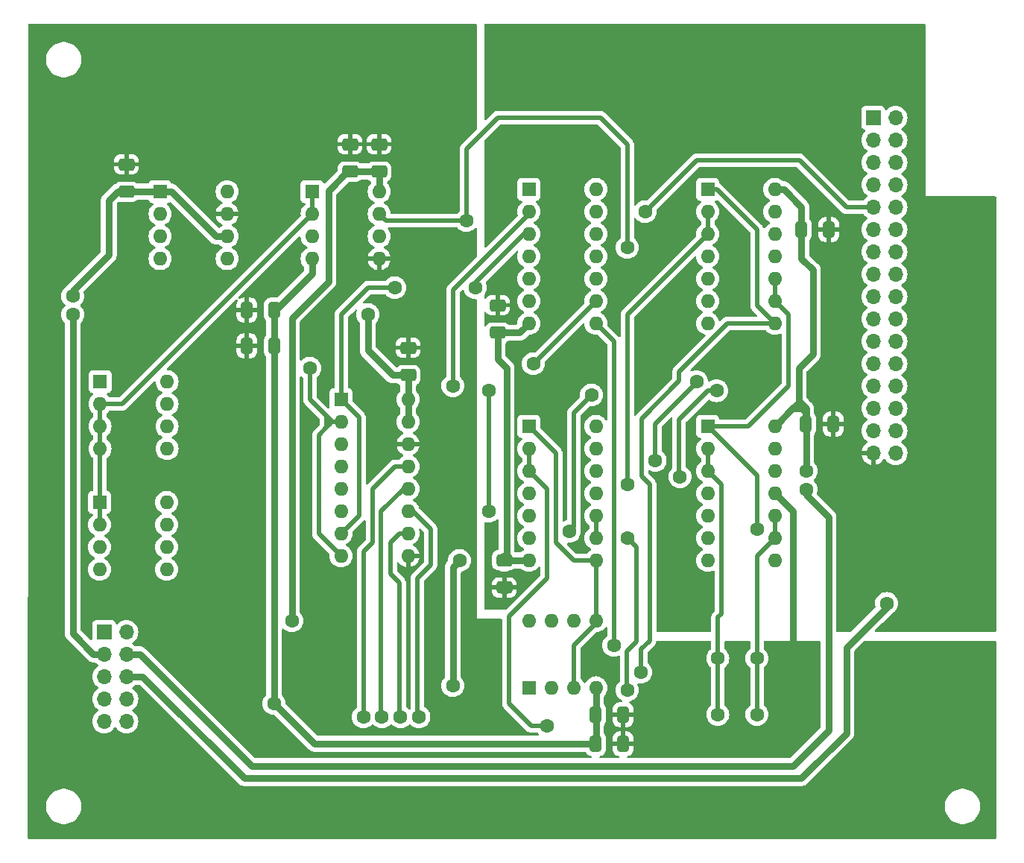
<source format=gbr>
%TF.GenerationSoftware,KiCad,Pcbnew,8.0.1*%
%TF.CreationDate,2024-03-22T17:40:30+05:30*%
%TF.ProjectId,MiniCircuit,4d696e69-4369-4726-9375-69742e6b6963,rev?*%
%TF.SameCoordinates,Original*%
%TF.FileFunction,Copper,L2,Bot*%
%TF.FilePolarity,Positive*%
%FSLAX46Y46*%
G04 Gerber Fmt 4.6, Leading zero omitted, Abs format (unit mm)*
G04 Created by KiCad (PCBNEW 8.0.1) date 2024-03-22 17:40:30*
%MOMM*%
%LPD*%
G01*
G04 APERTURE LIST*
G04 Aperture macros list*
%AMRoundRect*
0 Rectangle with rounded corners*
0 $1 Rounding radius*
0 $2 $3 $4 $5 $6 $7 $8 $9 X,Y pos of 4 corners*
0 Add a 4 corners polygon primitive as box body*
4,1,4,$2,$3,$4,$5,$6,$7,$8,$9,$2,$3,0*
0 Add four circle primitives for the rounded corners*
1,1,$1+$1,$2,$3*
1,1,$1+$1,$4,$5*
1,1,$1+$1,$6,$7*
1,1,$1+$1,$8,$9*
0 Add four rect primitives between the rounded corners*
20,1,$1+$1,$2,$3,$4,$5,0*
20,1,$1+$1,$4,$5,$6,$7,0*
20,1,$1+$1,$6,$7,$8,$9,0*
20,1,$1+$1,$8,$9,$2,$3,0*%
G04 Aperture macros list end*
%TA.AperFunction,ComponentPad*%
%ADD10R,1.600000X1.600000*%
%TD*%
%TA.AperFunction,ComponentPad*%
%ADD11O,1.600000X1.600000*%
%TD*%
%TA.AperFunction,ComponentPad*%
%ADD12R,1.700000X1.700000*%
%TD*%
%TA.AperFunction,ComponentPad*%
%ADD13O,1.700000X1.700000*%
%TD*%
%TA.AperFunction,SMDPad,CuDef*%
%ADD14RoundRect,0.250000X-0.412500X-0.650000X0.412500X-0.650000X0.412500X0.650000X-0.412500X0.650000X0*%
%TD*%
%TA.AperFunction,SMDPad,CuDef*%
%ADD15RoundRect,0.250000X0.650000X-0.412500X0.650000X0.412500X-0.650000X0.412500X-0.650000X-0.412500X0*%
%TD*%
%TA.AperFunction,SMDPad,CuDef*%
%ADD16RoundRect,0.250000X-0.650000X0.412500X-0.650000X-0.412500X0.650000X-0.412500X0.650000X0.412500X0*%
%TD*%
%TA.AperFunction,SMDPad,CuDef*%
%ADD17RoundRect,0.250000X0.412500X0.650000X-0.412500X0.650000X-0.412500X-0.650000X0.412500X-0.650000X0*%
%TD*%
%TA.AperFunction,ViaPad*%
%ADD18C,1.600000*%
%TD*%
%TA.AperFunction,Conductor*%
%ADD19C,0.500000*%
%TD*%
%TA.AperFunction,Conductor*%
%ADD20C,0.800000*%
%TD*%
G04 APERTURE END LIST*
D10*
%TO.P,SW2,1*%
%TO.N,/Driver_FB*%
X136144000Y-79756000D03*
D11*
%TO.P,SW2,2*%
X136144000Y-82296000D03*
%TO.P,SW2,3*%
%TO.N,unconnected-(SW2-Pad3)*%
X136144000Y-84836000D03*
%TO.P,SW2,4*%
%TO.N,unconnected-(SW2-Pad4)*%
X136144000Y-87376000D03*
%TO.P,SW2,5*%
%TO.N,unconnected-(SW2-Pad5)*%
X143764000Y-87376000D03*
%TO.P,SW2,6*%
%TO.N,unconnected-(SW2-Pad6)*%
X143764000Y-84836000D03*
%TO.P,SW2,7*%
%TO.N,/S2out*%
X143764000Y-82296000D03*
%TO.P,SW2,8*%
%TO.N,/S3out*%
X143764000Y-79756000D03*
%TD*%
D10*
%TO.P,SW1,1*%
%TO.N,unconnected-(SW1-Pad1)*%
X136194800Y-66040000D03*
D11*
%TO.P,SW1,2*%
%TO.N,/Driver_FB*%
X136194800Y-68580000D03*
%TO.P,SW1,3*%
X136194800Y-71120000D03*
%TO.P,SW1,4*%
X136194800Y-73660000D03*
%TO.P,SW1,5*%
%TO.N,/S4out*%
X143814800Y-73660000D03*
%TO.P,SW1,6*%
%TO.N,/S5out*%
X143814800Y-71120000D03*
%TO.P,SW1,7*%
%TO.N,/S6out*%
X143814800Y-68580000D03*
%TO.P,SW1,8*%
%TO.N,unconnected-(SW1-Pad8)*%
X143814800Y-66040000D03*
%TD*%
D10*
%TO.P,U8,1*%
%TO.N,/S10out*%
X205232000Y-71120000D03*
D11*
%TO.P,U8,2*%
%TO.N,/Vt1*%
X205232000Y-73660000D03*
%TO.P,U8,3*%
X205232000Y-76200000D03*
%TO.P,U8,4*%
%TO.N,GNDA*%
X205232000Y-78740000D03*
%TO.P,U8,5*%
%TO.N,/ControlAF_3B*%
X205232000Y-81280000D03*
%TO.P,U8,6*%
%TO.N,/ControlAF_4A*%
X205232000Y-83820000D03*
%TO.P,U8,7,V_{SS}*%
%TO.N,/-5VD*%
X205232000Y-86360000D03*
%TO.P,U8,8*%
%TO.N,/S10out*%
X212852000Y-86360000D03*
%TO.P,U8,9*%
%TO.N,/Vt2*%
X212852000Y-83820000D03*
%TO.P,U8,10*%
X212852000Y-81280000D03*
%TO.P,U8,11*%
%TO.N,GNDA*%
X212852000Y-78740000D03*
%TO.P,U8,12*%
%TO.N,/ControlAF_4B*%
X212852000Y-76200000D03*
%TO.P,U8,13*%
%TO.N,/ControlAF_3A*%
X212852000Y-73660000D03*
%TO.P,U8,14,V_{DD}*%
%TO.N,/+5VD*%
X212852000Y-71120000D03*
%TD*%
D12*
%TO.P,J2,1,Pin_1*%
%TO.N,/+15V*%
X136652000Y-94488000D03*
D13*
%TO.P,J2,2,Pin_2*%
X139192000Y-94488000D03*
%TO.P,J2,3,Pin_3*%
%TO.N,/+5V*%
X136652000Y-97028000D03*
%TO.P,J2,4,Pin_4*%
X139192000Y-97028000D03*
%TO.P,J2,5,Pin_5*%
%TO.N,/PowerGND*%
X136652000Y-99568000D03*
%TO.P,J2,6,Pin_6*%
X139192000Y-99568000D03*
%TO.P,J2,7,Pin_7*%
%TO.N,/-5V*%
X136652000Y-102108000D03*
%TO.P,J2,8,Pin_8*%
X139192000Y-102108000D03*
%TO.P,J2,9,Pin_9*%
%TO.N,/-15V*%
X136652000Y-104648000D03*
%TO.P,J2,10,Pin_10*%
X139192000Y-104648000D03*
%TD*%
D10*
%TO.P,U3,1,CH0*%
%TO.N,/S7out*%
X163576000Y-68072000D03*
D11*
%TO.P,U3,2,CH1*%
%TO.N,/S8out*%
X163576000Y-70612000D03*
%TO.P,U3,3,CH2*%
%TO.N,unconnected-(U3-CH2-Pad3)*%
X163576000Y-73152000D03*
%TO.P,U3,4,CH3*%
%TO.N,unconnected-(U3-CH3-Pad4)*%
X163576000Y-75692000D03*
%TO.P,U3,5,CH4*%
%TO.N,unconnected-(U3-CH4-Pad5)*%
X163576000Y-78232000D03*
%TO.P,U3,6,CH5*%
%TO.N,unconnected-(U3-CH5-Pad6)*%
X163576000Y-80772000D03*
%TO.P,U3,7,CH6*%
%TO.N,/S7out*%
X163576000Y-83312000D03*
%TO.P,U3,8,CH7*%
%TO.N,/S8out*%
X163576000Y-85852000D03*
%TO.P,U3,9,DGND*%
%TO.N,GNDA*%
X171196000Y-85852000D03*
%TO.P,U3,10,~{CS}/SHDN*%
%TO.N,/ADC_CSbar*%
X171196000Y-83312000D03*
%TO.P,U3,11,Din*%
%TO.N,/Din*%
X171196000Y-80772000D03*
%TO.P,U3,12,Dout*%
%TO.N,/Dout*%
X171196000Y-78232000D03*
%TO.P,U3,13,CLK*%
%TO.N,/CLK*%
X171196000Y-75692000D03*
%TO.P,U3,14,AGND*%
%TO.N,GNDA*%
X171196000Y-73152000D03*
%TO.P,U3,15,Vref*%
%TO.N,/+5VA*%
X171196000Y-70612000D03*
%TO.P,U3,16,Vdd*%
X171196000Y-68072000D03*
%TD*%
D10*
%TO.P,U4,1,Vdd*%
%TO.N,/+5VA*%
X143012000Y-44460000D03*
D11*
%TO.P,U4,2,~{CS}*%
%TO.N,/DAC_CSbar*%
X143012000Y-47000000D03*
%TO.P,U4,3,SCK*%
%TO.N,/SCK*%
X143012000Y-49540000D03*
%TO.P,U4,4,SDI*%
%TO.N,/SDI*%
X143012000Y-52080000D03*
%TO.P,U4,5,~{LDAC}*%
%TO.N,/LDACbar*%
X150632000Y-52080000D03*
%TO.P,U4,6,Vref*%
%TO.N,/+5VA*%
X150632000Y-49540000D03*
%TO.P,U4,7,Vss*%
%TO.N,GNDA*%
X150632000Y-47000000D03*
%TO.P,U4,8,Vout*%
%TO.N,/DAC_output*%
X150632000Y-44460000D03*
%TD*%
D10*
%TO.P,U1,1*%
%TO.N,/Driver_FB*%
X160284000Y-44460000D03*
D11*
%TO.P,U1,2,-*%
X160284000Y-47000000D03*
%TO.P,U1,3,+*%
%TO.N,/DAC_output*%
X160284000Y-49540000D03*
%TO.P,U1,4,V-*%
%TO.N,/-15V*%
X160284000Y-52080000D03*
%TO.P,U1,5,+*%
%TO.N,GNDA*%
X167904000Y-52080000D03*
%TO.P,U1,6,-*%
%TO.N,/Write_FB*%
X167904000Y-49540000D03*
%TO.P,U1,7*%
%TO.N,/S10inB*%
X167904000Y-47000000D03*
%TO.P,U1,8,V+*%
%TO.N,/+15V*%
X167904000Y-44460000D03*
%TD*%
D10*
%TO.P,U6,1*%
%TO.N,/S10inA*%
X205232000Y-44196000D03*
D11*
%TO.P,U6,2*%
%TO.N,/S9out*%
X205232000Y-46736000D03*
%TO.P,U6,3*%
X205232000Y-49276000D03*
%TO.P,U6,4*%
%TO.N,/S10inB*%
X205232000Y-51816000D03*
%TO.P,U6,5*%
%TO.N,/Control9B*%
X205232000Y-54356000D03*
%TO.P,U6,6*%
%TO.N,/Control10A*%
X205232000Y-56896000D03*
%TO.P,U6,7,V_{SS}*%
%TO.N,/-5VD*%
X205232000Y-59436000D03*
%TO.P,U6,8*%
%TO.N,/S10inA*%
X212852000Y-59436000D03*
%TO.P,U6,9*%
%TO.N,/S10out*%
X212852000Y-56896000D03*
%TO.P,U6,10*%
X212852000Y-54356000D03*
%TO.P,U6,11*%
%TO.N,/S10inB*%
X212852000Y-51816000D03*
%TO.P,U6,12*%
%TO.N,/Control10B*%
X212852000Y-49276000D03*
%TO.P,U6,13*%
%TO.N,/Control9A*%
X212852000Y-46736000D03*
%TO.P,U6,14,V_{DD}*%
%TO.N,/+5VD*%
X212852000Y-44196000D03*
%TD*%
D10*
%TO.P,U7,1*%
%TO.N,/Driver_op*%
X184912000Y-71120000D03*
D11*
%TO.P,U7,2*%
%TO.N,/Hz1*%
X184912000Y-73660000D03*
%TO.P,U7,3*%
X184912000Y-76200000D03*
%TO.P,U7,4*%
%TO.N,/S9out*%
X184912000Y-78740000D03*
%TO.P,U7,5*%
%TO.N,/ControlAF_1B*%
X184912000Y-81280000D03*
%TO.P,U7,6*%
%TO.N,/ControlAF_2A*%
X184912000Y-83820000D03*
%TO.P,U7,7,V_{SS}*%
%TO.N,/-5VD*%
X184912000Y-86360000D03*
%TO.P,U7,8*%
%TO.N,/Driver_op*%
X192532000Y-86360000D03*
%TO.P,U7,9*%
%TO.N,/Hz2*%
X192532000Y-83820000D03*
%TO.P,U7,10*%
X192532000Y-81280000D03*
%TO.P,U7,11*%
%TO.N,/S9out*%
X192532000Y-78740000D03*
%TO.P,U7,12*%
%TO.N,/ControlAF_2B*%
X192532000Y-76200000D03*
%TO.P,U7,13*%
%TO.N,/ControlAF_1A*%
X192532000Y-73660000D03*
%TO.P,U7,14,V_{DD}*%
%TO.N,/+5VD*%
X192532000Y-71120000D03*
%TD*%
D10*
%TO.P,U5,1*%
%TO.N,/Driver_FB*%
X184912000Y-44191000D03*
D11*
%TO.P,U5,2*%
%TO.N,/Driver_op*%
X184912000Y-46731000D03*
%TO.P,U5,3*%
%TO.N,/S7out*%
X184912000Y-49271000D03*
%TO.P,U5,4*%
%TO.N,/Driver_FB*%
X184912000Y-51811000D03*
%TO.P,U5,5*%
%TO.N,/Control7*%
X184912000Y-54351000D03*
%TO.P,U5,6*%
%TO.N,/Control8*%
X184912000Y-56891000D03*
%TO.P,U5,7,V_{SS}*%
%TO.N,/-5VD*%
X184912000Y-59431000D03*
%TO.P,U5,8*%
%TO.N,/S8in*%
X192532000Y-59431000D03*
%TO.P,U5,9*%
%TO.N,/S8out*%
X192532000Y-56891000D03*
%TO.P,U5,10*%
%TO.N,unconnected-(U5-Pad10)*%
X192532000Y-54351000D03*
%TO.P,U5,11*%
%TO.N,unconnected-(U5-Pad11)*%
X192532000Y-51811000D03*
%TO.P,U5,12*%
%TO.N,/-5VD*%
X192532000Y-49271000D03*
%TO.P,U5,13*%
%TO.N,/Control1*%
X192532000Y-46731000D03*
%TO.P,U5,14,V_{DD}*%
%TO.N,/+5VD*%
X192532000Y-44191000D03*
%TD*%
D10*
%TO.P,U2,1*%
%TO.N,/S10inA*%
X184912000Y-100828000D03*
D11*
%TO.P,U2,2,-*%
X187452000Y-100828000D03*
%TO.P,U2,3,+*%
%TO.N,/Driver_op*%
X189992000Y-100828000D03*
%TO.P,U2,4,V-*%
%TO.N,/-15V*%
X192532000Y-100828000D03*
%TO.P,U2,5,+*%
%TO.N,/Driver_op*%
X192532000Y-93208000D03*
%TO.P,U2,6,-*%
%TO.N,/S8in*%
X189992000Y-93208000D03*
%TO.P,U2,7*%
X187452000Y-93208000D03*
%TO.P,U2,8,V+*%
%TO.N,/+15V*%
X184912000Y-93208000D03*
%TD*%
D14*
%TO.P,C8,1*%
%TO.N,/-15V*%
X192493500Y-103886000D03*
%TO.P,C8,2*%
%TO.N,GNDA*%
X195618500Y-103886000D03*
%TD*%
%TO.P,C17,1*%
%TO.N,/+5VD*%
X216369500Y-70866000D03*
%TO.P,C17,2*%
%TO.N,GNDD*%
X219494500Y-70866000D03*
%TD*%
%TO.P,C16,1*%
%TO.N,/+5VD*%
X215861500Y-48768000D03*
%TO.P,C16,2*%
%TO.N,GNDD*%
X218986500Y-48768000D03*
%TD*%
%TO.P,C7,1*%
%TO.N,/-15V*%
X192493500Y-107188000D03*
%TO.P,C7,2*%
%TO.N,GNDA*%
X195618500Y-107188000D03*
%TD*%
D15*
%TO.P,C14,1*%
%TO.N,/+5VA*%
X139192000Y-44488500D03*
%TO.P,C14,2*%
%TO.N,GNDA*%
X139192000Y-41363500D03*
%TD*%
D16*
%TO.P,C15,1*%
%TO.N,/-5VD*%
X182118000Y-86321500D03*
%TO.P,C15,2*%
%TO.N,GNDD*%
X182118000Y-89446500D03*
%TD*%
D15*
%TO.P,C18,1*%
%TO.N,/-5VD*%
X181356000Y-60490500D03*
%TO.P,C18,2*%
%TO.N,GNDD*%
X181356000Y-57365500D03*
%TD*%
%TO.P,C13,1*%
%TO.N,/+5VA*%
X171196000Y-65316500D03*
%TO.P,C13,2*%
%TO.N,GNDA*%
X171196000Y-62191500D03*
%TD*%
%TO.P,C2,1*%
%TO.N,/+15V*%
X164592000Y-42202500D03*
%TO.P,C2,2*%
%TO.N,GNDA*%
X164592000Y-39077500D03*
%TD*%
D17*
%TO.P,C4,1*%
%TO.N,/-15V*%
X155994500Y-57912000D03*
%TO.P,C4,2*%
%TO.N,GNDA*%
X152869500Y-57912000D03*
%TD*%
D15*
%TO.P,C1,1*%
%TO.N,/+15V*%
X167894000Y-42202500D03*
%TO.P,C1,2*%
%TO.N,GNDA*%
X167894000Y-39077500D03*
%TD*%
D17*
%TO.P,C3,1*%
%TO.N,/-15V*%
X155994500Y-61976000D03*
%TO.P,C3,2*%
%TO.N,GNDA*%
X152869500Y-61976000D03*
%TD*%
D12*
%TO.P,J1,1,Pin_1*%
%TO.N,/DAC_CSbar*%
X224028000Y-36068000D03*
D13*
%TO.P,J1,2,Pin_2*%
%TO.N,/SCK*%
X226568000Y-36068000D03*
%TO.P,J1,3,Pin_3*%
%TO.N,/LDACbar*%
X224028000Y-38608000D03*
%TO.P,J1,4,Pin_4*%
%TO.N,/SDI*%
X226568000Y-38608000D03*
%TO.P,J1,5,Pin_5*%
%TO.N,/Control7*%
X224028000Y-41148000D03*
%TO.P,J1,6,Pin_6*%
%TO.N,unconnected-(J1-Pin_6-Pad6)*%
X226568000Y-41148000D03*
%TO.P,J1,7,Pin_7*%
%TO.N,/Control8*%
X224028000Y-43688000D03*
%TO.P,J1,8,Pin_8*%
%TO.N,unconnected-(J1-Pin_8-Pad8)*%
X226568000Y-43688000D03*
%TO.P,J1,9,Pin_9*%
%TO.N,/Control1*%
X224028000Y-46228000D03*
%TO.P,J1,10,Pin_10*%
%TO.N,unconnected-(J1-Pin_10-Pad10)*%
X226568000Y-46228000D03*
%TO.P,J1,11,Pin_11*%
%TO.N,/Control9A*%
X224028000Y-48768000D03*
%TO.P,J1,12,Pin_12*%
%TO.N,unconnected-(J1-Pin_12-Pad12)*%
X226568000Y-48768000D03*
%TO.P,J1,13,Pin_13*%
%TO.N,/Control10B*%
X224028000Y-51308000D03*
%TO.P,J1,14,Pin_14*%
%TO.N,unconnected-(J1-Pin_14-Pad14)*%
X226568000Y-51308000D03*
%TO.P,J1,15,Pin_15*%
%TO.N,/Control9B*%
X224028000Y-53848000D03*
%TO.P,J1,16,Pin_16*%
%TO.N,unconnected-(J1-Pin_16-Pad16)*%
X226568000Y-53848000D03*
%TO.P,J1,17,Pin_17*%
%TO.N,/Control10A*%
X224028000Y-56388000D03*
%TO.P,J1,18,Pin_18*%
%TO.N,/CLK*%
X226568000Y-56388000D03*
%TO.P,J1,19,Pin_19*%
%TO.N,/ControlAF_1B*%
X224028000Y-58928000D03*
%TO.P,J1,20,Pin_20*%
%TO.N,/Dout*%
X226568000Y-58928000D03*
%TO.P,J1,21,Pin_21*%
%TO.N,/ControlAF_2A*%
X224028000Y-61468000D03*
%TO.P,J1,22,Pin_22*%
%TO.N,/ADC_CSbar*%
X226568000Y-61468000D03*
%TO.P,J1,23,Pin_23*%
%TO.N,/ControlAF_1A*%
X224028000Y-64008000D03*
%TO.P,J1,24,Pin_24*%
%TO.N,/Din*%
X226568000Y-64008000D03*
%TO.P,J1,25,Pin_25*%
%TO.N,/ControlAF_2B*%
X224028000Y-66548000D03*
%TO.P,J1,26,Pin_26*%
%TO.N,/ControlAF_4A*%
X226568000Y-66548000D03*
%TO.P,J1,27,Pin_27*%
%TO.N,/ControlAF_3A*%
X224028000Y-69088000D03*
%TO.P,J1,28,Pin_28*%
%TO.N,/ControlAF_3B*%
X226568000Y-69088000D03*
%TO.P,J1,29,Pin_29*%
%TO.N,/ControlAF_4B*%
X224028000Y-71628000D03*
%TO.P,J1,30,Pin_30*%
%TO.N,unconnected-(J1-Pin_30-Pad30)*%
X226568000Y-71628000D03*
%TO.P,J1,31,Pin_31*%
%TO.N,GNDD*%
X224028000Y-74168000D03*
%TO.P,J1,32,Pin_32*%
%TO.N,unconnected-(J1-Pin_32-Pad32)*%
X226568000Y-74168000D03*
%TD*%
D18*
%TO.N,GNDA*%
X235000000Y-110000000D03*
X230000000Y-115000000D03*
X130000000Y-110000000D03*
X135000000Y-110000000D03*
X130000000Y-35000000D03*
X135000000Y-35000000D03*
X130000000Y-80000000D03*
X214884000Y-97536000D03*
X150000000Y-115000000D03*
X230000000Y-110000000D03*
X174244000Y-62966000D03*
X175000000Y-80000000D03*
X178816000Y-103632000D03*
X152400000Y-89408000D03*
X214884000Y-103632000D03*
X163068000Y-97028000D03*
X138176000Y-56388000D03*
X138176000Y-60452000D03*
X167640000Y-73152000D03*
X135000000Y-40000000D03*
X145796000Y-90000000D03*
X130000000Y-105000000D03*
X171196000Y-37592000D03*
X165000000Y-115000000D03*
X202184000Y-98044000D03*
X175000000Y-35000000D03*
X161544000Y-103632000D03*
X160000000Y-115000000D03*
X225000000Y-115000000D03*
X170000000Y-115000000D03*
X235000000Y-105000000D03*
X130000000Y-90000000D03*
X140000000Y-35000000D03*
X155000000Y-115000000D03*
X147828000Y-85344000D03*
X140000000Y-115000000D03*
X154940000Y-41148000D03*
X201168000Y-104140000D03*
X140000000Y-110000000D03*
X143764000Y-60452000D03*
X130000000Y-70000000D03*
X158496000Y-37084000D03*
X135000000Y-45000000D03*
X159004000Y-97028000D03*
X151901000Y-97536000D03*
X130000000Y-55000000D03*
X215000000Y-100000000D03*
X173228000Y-58928000D03*
X165000000Y-35000000D03*
X175000000Y-75000000D03*
X130000000Y-65000000D03*
X160020000Y-41148000D03*
X130000000Y-50000000D03*
X145000000Y-30000000D03*
X130000000Y-100000000D03*
X145000000Y-115000000D03*
X130000000Y-75000000D03*
X130000000Y-95000000D03*
X175000000Y-40000000D03*
X154940000Y-48260000D03*
X148336000Y-63500000D03*
X150368000Y-102616000D03*
X140000000Y-30000000D03*
X130000000Y-85000000D03*
X162052000Y-90424000D03*
X179832000Y-99568000D03*
X143764000Y-56388000D03*
X145000000Y-110000000D03*
X130000000Y-60000000D03*
X130000000Y-45000000D03*
X154940000Y-106680000D03*
X130000000Y-40000000D03*
X225044000Y-97536000D03*
X174244000Y-51816000D03*
%TO.N,/+15V*%
X157988000Y-93208000D03*
%TO.N,/-15V*%
X155956000Y-102616000D03*
%TO.N,GNDD*%
X230000000Y-92500000D03*
X198628000Y-65532000D03*
X230000000Y-52500000D03*
X230000000Y-82500000D03*
X199644000Y-61468000D03*
X235000000Y-52500000D03*
X180848000Y-46736000D03*
X200000000Y-35000000D03*
X235000000Y-47500000D03*
X195000000Y-35000000D03*
X183896000Y-39624000D03*
X200660000Y-48768000D03*
X182118000Y-89458800D03*
X201168000Y-82804000D03*
X181864000Y-54864000D03*
X188468000Y-38608000D03*
X221996000Y-89662000D03*
X201168000Y-78740000D03*
X209804000Y-44704000D03*
X210000000Y-35000000D03*
X196088000Y-54356000D03*
X230000000Y-47500000D03*
X202692000Y-92456000D03*
X191008000Y-64008000D03*
X205000000Y-35000000D03*
X230632000Y-57505600D03*
X225552000Y-89145000D03*
X235000000Y-57500000D03*
X208280000Y-49276000D03*
X230000000Y-87500000D03*
X235000000Y-62500000D03*
%TO.N,/PowerGND*%
X225552000Y-91245003D03*
%TO.N,/S8out*%
X160020000Y-64516000D03*
X185417500Y-64005500D03*
%TO.N,/S7out*%
X178816000Y-55372000D03*
X169672000Y-55372000D03*
%TO.N,/Control1*%
X198120000Y-46736000D03*
%TO.N,/Driver_op*%
X176276000Y-66522000D03*
%TO.N,/+5V*%
X216408000Y-78291003D03*
X133096000Y-58429000D03*
%TO.N,/-5VD*%
X182118000Y-86309200D03*
%TO.N,/+5VD*%
X216408000Y-76191000D03*
%TO.N,/S8in*%
X194564000Y-96012000D03*
%TO.N,/S10inA*%
X197612000Y-99060000D03*
%TO.N,/S9out*%
X196114000Y-77724000D03*
%TO.N,/S10out*%
X210820000Y-82804000D03*
%TO.N,/S10inB*%
X196088000Y-50800000D03*
X177800000Y-47752000D03*
%TO.N,/ControlAF_1A*%
X199256000Y-75000000D03*
X203962000Y-66066000D03*
%TO.N,/ControlAF_2A*%
X189510000Y-83058000D03*
X192024000Y-67564000D03*
%TO.N,/Hz1*%
X186944000Y-105156000D03*
%TO.N,/ControlAF_2B*%
X202073904Y-76845442D03*
X206248000Y-67082000D03*
%TO.N,/ControlAF_1B*%
X180340000Y-67056000D03*
X180340000Y-80772000D03*
%TO.N,/Hz2*%
X196088000Y-101092000D03*
X196114000Y-83820000D03*
%TO.N,/Vt1*%
X206375000Y-97484000D03*
X206375000Y-103860000D03*
%TO.N,/Vt2*%
X210820000Y-103860000D03*
X210820000Y-97484000D03*
%TO.N,/CLK*%
X166116000Y-104140000D03*
%TO.N,/Din*%
X172416009Y-104140000D03*
%TO.N,/Dout*%
X168216003Y-104140000D03*
%TO.N,/ADC_CSbar*%
X170316006Y-104140000D03*
%TO.N,/-5V*%
X177029000Y-86360000D03*
X176276000Y-100584000D03*
%TO.N,/+5VA*%
X133096000Y-56328997D03*
X166624000Y-58420000D03*
%TD*%
D19*
%TO.N,/ADC_CSbar*%
X170316006Y-104140000D02*
X170180000Y-104003994D01*
X169164000Y-84328000D02*
X170180000Y-83312000D01*
X170180000Y-104003994D02*
X170180000Y-88900000D01*
X170180000Y-88900000D02*
X169164000Y-87884000D01*
X169164000Y-87884000D02*
X169164000Y-84328000D01*
X170180000Y-83312000D02*
X171196000Y-83312000D01*
%TO.N,/ControlAF_2B*%
X205256800Y-67082000D02*
X206248000Y-67082000D01*
X201980800Y-70358000D02*
X205256800Y-67082000D01*
X201980800Y-76752338D02*
X201980800Y-70358000D01*
X202073904Y-76845442D02*
X201980800Y-76752338D01*
%TO.N,/ControlAF_1A*%
X199256000Y-70847600D02*
X199256000Y-75000000D01*
X203962000Y-66141600D02*
X199256000Y-70847600D01*
X203962000Y-66066000D02*
X203962000Y-66141600D01*
%TO.N,/S10inA*%
X207467200Y-59436000D02*
X212852000Y-59436000D01*
X201984016Y-64919184D02*
X207467200Y-59436000D01*
X201984016Y-65985984D02*
X201984016Y-64919184D01*
X198628000Y-77724000D02*
X197706000Y-76802000D01*
X198628000Y-95504000D02*
X198628000Y-77724000D01*
X197706000Y-76802000D02*
X197706000Y-70264000D01*
X197664000Y-96468000D02*
X198628000Y-95504000D01*
X197664000Y-99008000D02*
X197664000Y-96468000D01*
X197612000Y-99060000D02*
X197664000Y-99008000D01*
X197706000Y-70264000D02*
X201984016Y-65985984D01*
D20*
%TO.N,/+15V*%
X164299500Y-42202500D02*
X164592000Y-42202500D01*
X162153600Y-54660800D02*
X162153600Y-44348400D01*
X157988000Y-58826400D02*
X162153600Y-54660800D01*
X157988000Y-93208000D02*
X157988000Y-58826400D01*
X162153600Y-44348400D02*
X164299500Y-42202500D01*
%TO.N,/-15V*%
X156159200Y-57912000D02*
X160284000Y-53787200D01*
X155956000Y-57912000D02*
X156159200Y-57912000D01*
X160284000Y-53787200D02*
X160284000Y-52080000D01*
X155956000Y-102616000D02*
X155956000Y-57912000D01*
D19*
%TO.N,/Driver_op*%
X184912000Y-46990000D02*
X184912000Y-46731000D01*
X176276000Y-55626000D02*
X184912000Y-46990000D01*
X176276000Y-66522000D02*
X176276000Y-55626000D01*
%TO.N,/S7out*%
X178816000Y-54813200D02*
X184358200Y-49271000D01*
X184358200Y-49271000D02*
X184912000Y-49271000D01*
X178816000Y-55372000D02*
X178816000Y-54813200D01*
D20*
%TO.N,/PowerGND*%
X141041361Y-99568000D02*
X139192000Y-99568000D01*
X152572961Y-111099600D02*
X141041361Y-99568000D01*
X220980000Y-105968800D02*
X215849200Y-111099600D01*
X220980000Y-96266000D02*
X220980000Y-105968800D01*
X225552000Y-91694000D02*
X220980000Y-96266000D01*
X215849200Y-111099600D02*
X152572961Y-111099600D01*
X225552000Y-91245003D02*
X225552000Y-91694000D01*
D19*
%TO.N,/ControlAF_2A*%
X189992000Y-69596000D02*
X192024000Y-67564000D01*
X189510000Y-83058000D02*
X189992000Y-82576000D01*
X189992000Y-82576000D02*
X189992000Y-69596000D01*
D20*
%TO.N,/+5V*%
X214884000Y-109728000D02*
X153416000Y-109728000D01*
X218948000Y-105664000D02*
X214884000Y-109728000D01*
X216408000Y-78878500D02*
X218948000Y-81418500D01*
X216408000Y-78291003D02*
X216408000Y-78878500D01*
X218948000Y-81418500D02*
X218948000Y-105664000D01*
X153416000Y-109728000D02*
X140716000Y-97028000D01*
X140716000Y-97028000D02*
X139192000Y-97028000D01*
%TO.N,/+5VD*%
X216408000Y-69088000D02*
X216154000Y-68834000D01*
X216408000Y-76191000D02*
X216408000Y-69088000D01*
%TO.N,/+5VA*%
X137198500Y-51639000D02*
X137198500Y-45427500D01*
X138166000Y-44460000D02*
X143012000Y-44460000D01*
X133096000Y-56328997D02*
X133096000Y-55741500D01*
X133096000Y-55741500D02*
X137198500Y-51639000D01*
X137198500Y-45427500D02*
X138166000Y-44460000D01*
%TO.N,/+5V*%
X135449919Y-97028000D02*
X136652000Y-97028000D01*
X133096000Y-94674081D02*
X135449919Y-97028000D01*
X133096000Y-58429000D02*
X133096000Y-94674081D01*
%TO.N,/-5V*%
X177029000Y-86360000D02*
X176276000Y-87113000D01*
X176276000Y-87113000D02*
X176276000Y-100584000D01*
D19*
%TO.N,/Driver_FB*%
X136194800Y-82245200D02*
X136144000Y-82296000D01*
X136194800Y-73660000D02*
X136194800Y-82245200D01*
X136194800Y-68580000D02*
X136194800Y-73660000D01*
X138704000Y-68580000D02*
X136194800Y-68580000D01*
X160284000Y-47000000D02*
X138704000Y-68580000D01*
D20*
%TO.N,GNDA*%
X214884000Y-80772000D02*
X212852000Y-78740000D01*
X167640000Y-39116000D02*
X167904000Y-39380000D01*
X214884000Y-97536000D02*
X214884000Y-80772000D01*
%TO.N,/+15V*%
X167894000Y-42202500D02*
X167894000Y-44450000D01*
X164630500Y-42164000D02*
X167855500Y-42164000D01*
X164592000Y-42202500D02*
X164630500Y-42164000D01*
X167855500Y-42164000D02*
X167894000Y-42202500D01*
X167894000Y-44450000D02*
X167904000Y-44460000D01*
%TO.N,/-15V*%
X192532000Y-107188000D02*
X192532000Y-100828000D01*
X155956000Y-102616000D02*
X160528000Y-107188000D01*
X160528000Y-107188000D02*
X192532000Y-107188000D01*
D19*
%TO.N,/Driver_FB*%
X160284000Y-47000000D02*
X160284000Y-44460000D01*
%TO.N,/S8out*%
X162306000Y-70358000D02*
X162306000Y-70866000D01*
X161798000Y-69850000D02*
X161925000Y-69977000D01*
X163016000Y-70612000D02*
X163576000Y-70612000D01*
X163576000Y-70612000D02*
X162560000Y-70612000D01*
X162306000Y-70866000D02*
X162179000Y-70993000D01*
X162560000Y-70612000D02*
X162179000Y-70993000D01*
X185417500Y-64005500D02*
X192532000Y-56891000D01*
X162560000Y-70612000D02*
X162306000Y-70358000D01*
X161036000Y-72136000D02*
X161036000Y-83312000D01*
X161798000Y-69850000D02*
X160020000Y-68072000D01*
X161925000Y-69977000D02*
X161925000Y-71247000D01*
X161925000Y-71247000D02*
X161036000Y-72136000D01*
X162306000Y-70358000D02*
X161798000Y-69850000D01*
X162179000Y-70993000D02*
X161925000Y-71247000D01*
X160020000Y-68072000D02*
X160020000Y-64516000D01*
X161036000Y-83312000D02*
X163576000Y-85852000D01*
%TO.N,/S7out*%
X165608000Y-70104000D02*
X165608000Y-81280000D01*
X165608000Y-81280000D02*
X163576000Y-83312000D01*
X166624000Y-55372000D02*
X163576000Y-58420000D01*
X163576000Y-58420000D02*
X163576000Y-68072000D01*
X169672000Y-55372000D02*
X166624000Y-55372000D01*
X163576000Y-68072000D02*
X165608000Y-70104000D01*
%TO.N,/Control1*%
X215646000Y-40894000D02*
X220980000Y-46228000D01*
X203962000Y-40894000D02*
X215646000Y-40894000D01*
X198120000Y-46736000D02*
X203962000Y-40894000D01*
X220980000Y-46228000D02*
X224028000Y-46228000D01*
%TO.N,/Driver_op*%
X192532000Y-86360000D02*
X192532000Y-93208000D01*
X184912000Y-71120000D02*
X187960000Y-74168000D01*
X187960000Y-84328000D02*
X189992000Y-86360000D01*
X189992000Y-86360000D02*
X192532000Y-86360000D01*
X189992000Y-96012000D02*
X189992000Y-100828000D01*
X192532000Y-93208000D02*
X192532000Y-93472000D01*
X187960000Y-74168000D02*
X187960000Y-84328000D01*
X192532000Y-93472000D02*
X189992000Y-96012000D01*
D20*
%TO.N,/-5VD*%
X182372000Y-86360000D02*
X184912000Y-86360000D01*
X182372000Y-86360000D02*
X182372000Y-64516000D01*
X181356000Y-63500000D02*
X181356000Y-60490500D01*
X181356000Y-60490500D02*
X183852500Y-60490500D01*
X183852500Y-60490500D02*
X184912000Y-59431000D01*
X182372000Y-64516000D02*
X181356000Y-63500000D01*
%TO.N,/+5VD*%
X216154000Y-68834000D02*
X215740000Y-68420000D01*
X215138000Y-68834000D02*
X215011000Y-68961000D01*
X213868000Y-44196000D02*
X215861500Y-46189500D01*
X215861500Y-46189500D02*
X215861500Y-48768000D01*
X215011000Y-68961000D02*
X212852000Y-71120000D01*
X217170000Y-53340000D02*
X217170000Y-62898000D01*
X216369500Y-69557500D02*
X216027000Y-69215000D01*
X216027000Y-69215000D02*
X215646000Y-68834000D01*
X215552000Y-68420000D02*
X215138000Y-68834000D01*
X216369500Y-70866000D02*
X216369500Y-69557500D01*
X216027000Y-69215000D02*
X215900000Y-69088000D01*
X215861500Y-52031500D02*
X217170000Y-53340000D01*
X217170000Y-62898000D02*
X215552000Y-64516000D01*
X215646000Y-68834000D02*
X216154000Y-68834000D01*
X215900000Y-69088000D02*
X214884000Y-69088000D01*
X215740000Y-68420000D02*
X215552000Y-68420000D01*
X215861500Y-48768000D02*
X215861500Y-52031500D01*
X214884000Y-69088000D02*
X215011000Y-68961000D01*
X212852000Y-44196000D02*
X213868000Y-44196000D01*
X215138000Y-68834000D02*
X215646000Y-68834000D01*
X215552000Y-64516000D02*
X215552000Y-68420000D01*
D19*
%TO.N,/S8in*%
X194564000Y-96012000D02*
X194564000Y-61463000D01*
X194564000Y-61463000D02*
X192532000Y-59431000D01*
%TO.N,/S10inA*%
X210820000Y-57404000D02*
X212852000Y-59436000D01*
X205232000Y-44196000D02*
X206248000Y-44196000D01*
X210820000Y-48768000D02*
X210820000Y-57404000D01*
X206248000Y-44196000D02*
X210820000Y-48768000D01*
%TO.N,/S9out*%
X205232000Y-46736000D02*
X205232000Y-49276000D01*
X196114000Y-77724000D02*
X196088000Y-77698000D01*
X196088000Y-77698000D02*
X196088000Y-58420000D01*
X196088000Y-58420000D02*
X205232000Y-49276000D01*
%TO.N,/S10out*%
X210820000Y-76708000D02*
X205232000Y-71120000D01*
X212852000Y-54356000D02*
X212852000Y-56896000D01*
X212852000Y-56896000D02*
X214402000Y-58446000D01*
X214402000Y-58446000D02*
X214402000Y-66522000D01*
X210820000Y-82804000D02*
X210820000Y-76708000D01*
X209804000Y-71120000D02*
X205232000Y-71120000D01*
X214402000Y-66522000D02*
X209804000Y-71120000D01*
%TO.N,/S10inB*%
X181356000Y-36068000D02*
X177800000Y-39624000D01*
X196088000Y-39116000D02*
X193040000Y-36068000D01*
X193040000Y-36068000D02*
X181356000Y-36068000D01*
X196088000Y-50800000D02*
X196088000Y-39116000D01*
X177800000Y-47752000D02*
X168656000Y-47752000D01*
X177800000Y-39624000D02*
X177800000Y-47752000D01*
X168656000Y-47752000D02*
X167904000Y-47000000D01*
%TO.N,/Hz1*%
X182626000Y-92710000D02*
X182626000Y-102616000D01*
X184912000Y-76200000D02*
X186944000Y-78232000D01*
X185166000Y-105156000D02*
X186944000Y-105156000D01*
X184912000Y-73660000D02*
X184912000Y-76200000D01*
X186944000Y-88392000D02*
X182626000Y-92710000D01*
X182626000Y-102616000D02*
X185166000Y-105156000D01*
X186944000Y-78232000D02*
X186944000Y-88392000D01*
%TO.N,/ControlAF_1B*%
X180340000Y-79248000D02*
X180340000Y-67056000D01*
X180340000Y-80772000D02*
X180340000Y-79248000D01*
%TO.N,/Hz2*%
X196062000Y-96655786D02*
X197104000Y-95613786D01*
X197104000Y-84810000D02*
X196114000Y-83820000D01*
X192532000Y-83820000D02*
X192532000Y-81280000D01*
X196088000Y-101092000D02*
X196062000Y-101066000D01*
X197104000Y-95613786D02*
X197104000Y-84810000D01*
X196062000Y-101066000D02*
X196062000Y-96655786D01*
%TO.N,/Vt1*%
X206375000Y-97484000D02*
X206375000Y-103860000D01*
X206782000Y-92430000D02*
X206782000Y-77750000D01*
X206782000Y-77750000D02*
X205232000Y-76200000D01*
X206375000Y-92837000D02*
X206782000Y-92430000D01*
X206375000Y-97484000D02*
X206375000Y-92837000D01*
X205232000Y-76200000D02*
X205232000Y-73660000D01*
%TO.N,/Vt2*%
X210820000Y-97484000D02*
X210820000Y-103860000D01*
X212852000Y-83820000D02*
X212852000Y-81280000D01*
X210820000Y-85852000D02*
X212852000Y-83820000D01*
X210820000Y-97484000D02*
X210820000Y-85852000D01*
%TO.N,/CLK*%
X166116000Y-104140000D02*
X166116000Y-85344000D01*
X167132000Y-84328000D02*
X167132000Y-78232000D01*
X169672000Y-75692000D02*
X171196000Y-75692000D01*
X166116000Y-85344000D02*
X167132000Y-84328000D01*
X167132000Y-78232000D02*
X169672000Y-75692000D01*
%TO.N,/Din*%
X173736000Y-86868000D02*
X173736000Y-82804000D01*
X171704000Y-80772000D02*
X171196000Y-80772000D01*
X172416009Y-104140000D02*
X172212000Y-103935991D01*
X172212000Y-103935991D02*
X172212000Y-88392000D01*
X172212000Y-88392000D02*
X173736000Y-86868000D01*
X173736000Y-82804000D02*
X171704000Y-80772000D01*
%TO.N,/Dout*%
X168132001Y-80787999D02*
X170688000Y-78232000D01*
X168132001Y-104055998D02*
X168132001Y-80787999D01*
X168216003Y-104140000D02*
X168132001Y-104055998D01*
X170688000Y-78232000D02*
X171196000Y-78232000D01*
D20*
%TO.N,/+5VA*%
X150632000Y-49540000D02*
X149362000Y-49540000D01*
X171196000Y-65316500D02*
X171196000Y-68072000D01*
X171196000Y-70612000D02*
X171196000Y-68072000D01*
X166624000Y-58420000D02*
X166624000Y-62484000D01*
X169456500Y-65316500D02*
X171196000Y-65316500D01*
X144282000Y-44460000D02*
X143012000Y-44460000D01*
X149362000Y-49540000D02*
X144282000Y-44460000D01*
X166624000Y-62484000D02*
X169456500Y-65316500D01*
%TD*%
%TA.AperFunction,Conductor*%
%TO.N,GNDD*%
G36*
X211792376Y-60206185D02*
G01*
X211826912Y-60239377D01*
X211851954Y-60275141D01*
X212012858Y-60436045D01*
X212012861Y-60436047D01*
X212199266Y-60566568D01*
X212405504Y-60662739D01*
X212625308Y-60721635D01*
X212765452Y-60733896D01*
X212851998Y-60741468D01*
X212852000Y-60741468D01*
X212852002Y-60741468D01*
X212919083Y-60735599D01*
X213078692Y-60721635D01*
X213298496Y-60662739D01*
X213475095Y-60580389D01*
X213544173Y-60569897D01*
X213607957Y-60598417D01*
X213646196Y-60656893D01*
X213651500Y-60692771D01*
X213651500Y-66159770D01*
X213631815Y-66226809D01*
X213615181Y-66247451D01*
X209529451Y-70333181D01*
X209468128Y-70366666D01*
X209441770Y-70369500D01*
X206654351Y-70369500D01*
X206587312Y-70349815D01*
X206541557Y-70297011D01*
X206531061Y-70258752D01*
X206526091Y-70212516D01*
X206475797Y-70077671D01*
X206475793Y-70077664D01*
X206389547Y-69962455D01*
X206389544Y-69962452D01*
X206274335Y-69876206D01*
X206274328Y-69876202D01*
X206139482Y-69825908D01*
X206139483Y-69825908D01*
X206079883Y-69819501D01*
X206079881Y-69819500D01*
X206079873Y-69819500D01*
X206079864Y-69819500D01*
X204384129Y-69819500D01*
X204384123Y-69819501D01*
X204324516Y-69825908D01*
X204189671Y-69876202D01*
X204189664Y-69876206D01*
X204074455Y-69962452D01*
X204074452Y-69962455D01*
X203988206Y-70077664D01*
X203988202Y-70077671D01*
X203937908Y-70212517D01*
X203935823Y-70231915D01*
X203931501Y-70272123D01*
X203931500Y-70272135D01*
X203931500Y-71967870D01*
X203931501Y-71967876D01*
X203937908Y-72027483D01*
X203988202Y-72162328D01*
X203988206Y-72162335D01*
X204074452Y-72277544D01*
X204074455Y-72277547D01*
X204189664Y-72363793D01*
X204189671Y-72363797D01*
X204234618Y-72380561D01*
X204324517Y-72414091D01*
X204359596Y-72417862D01*
X204424144Y-72444599D01*
X204463993Y-72501991D01*
X204466488Y-72571816D01*
X204430836Y-72631905D01*
X204417464Y-72642725D01*
X204392858Y-72659954D01*
X204231954Y-72820858D01*
X204101432Y-73007265D01*
X204101431Y-73007267D01*
X204005261Y-73213502D01*
X204005258Y-73213511D01*
X203946366Y-73433302D01*
X203946364Y-73433313D01*
X203926532Y-73659998D01*
X203926532Y-73660001D01*
X203946364Y-73886686D01*
X203946366Y-73886697D01*
X204005258Y-74106488D01*
X204005261Y-74106497D01*
X204101431Y-74312732D01*
X204101432Y-74312734D01*
X204231954Y-74499141D01*
X204392859Y-74660046D01*
X204428621Y-74685086D01*
X204472247Y-74739662D01*
X204481500Y-74786662D01*
X204481500Y-75073336D01*
X204461815Y-75140375D01*
X204428625Y-75174910D01*
X204392863Y-75199951D01*
X204231951Y-75360862D01*
X204101432Y-75547265D01*
X204101431Y-75547267D01*
X204005261Y-75753502D01*
X204005258Y-75753511D01*
X203946366Y-75973302D01*
X203946364Y-75973313D01*
X203926532Y-76199998D01*
X203926532Y-76200001D01*
X203946364Y-76426686D01*
X203946366Y-76426697D01*
X204005258Y-76646488D01*
X204005261Y-76646497D01*
X204101431Y-76852732D01*
X204101432Y-76852734D01*
X204231954Y-77039141D01*
X204392858Y-77200045D01*
X204439693Y-77232839D01*
X204579266Y-77330568D01*
X204637275Y-77357618D01*
X204689714Y-77403791D01*
X204708866Y-77470984D01*
X204688650Y-77537865D01*
X204637275Y-77582382D01*
X204579267Y-77609431D01*
X204579265Y-77609432D01*
X204392858Y-77739954D01*
X204231954Y-77900858D01*
X204101432Y-78087265D01*
X204101431Y-78087267D01*
X204005261Y-78293502D01*
X204005258Y-78293511D01*
X203946366Y-78513302D01*
X203946364Y-78513313D01*
X203926532Y-78739998D01*
X203926532Y-78740001D01*
X203946364Y-78966686D01*
X203946366Y-78966697D01*
X204005258Y-79186488D01*
X204005261Y-79186497D01*
X204101431Y-79392732D01*
X204101432Y-79392734D01*
X204231954Y-79579141D01*
X204392858Y-79740045D01*
X204392861Y-79740047D01*
X204579266Y-79870568D01*
X204637275Y-79897618D01*
X204689714Y-79943791D01*
X204708866Y-80010984D01*
X204688650Y-80077865D01*
X204637275Y-80122382D01*
X204579267Y-80149431D01*
X204579265Y-80149432D01*
X204392858Y-80279954D01*
X204231954Y-80440858D01*
X204101432Y-80627265D01*
X204101431Y-80627267D01*
X204005261Y-80833502D01*
X204005258Y-80833511D01*
X203946366Y-81053302D01*
X203946364Y-81053313D01*
X203926532Y-81279998D01*
X203926532Y-81280001D01*
X203946364Y-81506686D01*
X203946366Y-81506697D01*
X204005258Y-81726488D01*
X204005261Y-81726497D01*
X204101431Y-81932732D01*
X204101432Y-81932734D01*
X204231954Y-82119141D01*
X204392858Y-82280045D01*
X204392861Y-82280047D01*
X204579266Y-82410568D01*
X204637275Y-82437618D01*
X204689714Y-82483791D01*
X204708866Y-82550984D01*
X204688650Y-82617865D01*
X204637275Y-82662382D01*
X204579267Y-82689431D01*
X204579265Y-82689432D01*
X204392858Y-82819954D01*
X204231954Y-82980858D01*
X204101432Y-83167265D01*
X204101431Y-83167267D01*
X204005261Y-83373502D01*
X204005258Y-83373511D01*
X203946366Y-83593302D01*
X203946364Y-83593313D01*
X203926532Y-83819998D01*
X203926532Y-83820001D01*
X203946364Y-84046686D01*
X203946366Y-84046697D01*
X204005258Y-84266488D01*
X204005261Y-84266497D01*
X204101431Y-84472732D01*
X204101432Y-84472734D01*
X204231954Y-84659141D01*
X204392858Y-84820045D01*
X204392861Y-84820047D01*
X204579266Y-84950568D01*
X204637275Y-84977618D01*
X204689714Y-85023791D01*
X204708866Y-85090984D01*
X204688650Y-85157865D01*
X204637275Y-85202382D01*
X204579267Y-85229431D01*
X204579265Y-85229432D01*
X204392858Y-85359954D01*
X204231954Y-85520858D01*
X204101432Y-85707265D01*
X204101431Y-85707267D01*
X204005261Y-85913502D01*
X204005258Y-85913511D01*
X203946366Y-86133302D01*
X203946364Y-86133313D01*
X203926532Y-86359998D01*
X203926532Y-86360001D01*
X203946364Y-86586686D01*
X203946366Y-86586697D01*
X204005258Y-86806488D01*
X204005261Y-86806497D01*
X204101431Y-87012732D01*
X204101432Y-87012734D01*
X204231954Y-87199141D01*
X204392858Y-87360045D01*
X204392861Y-87360047D01*
X204579266Y-87490568D01*
X204785504Y-87586739D01*
X205005308Y-87645635D01*
X205167230Y-87659801D01*
X205231998Y-87665468D01*
X205232000Y-87665468D01*
X205232002Y-87665468D01*
X205288673Y-87660509D01*
X205458692Y-87645635D01*
X205678496Y-87586739D01*
X205855095Y-87504389D01*
X205924173Y-87493897D01*
X205987957Y-87522417D01*
X206026196Y-87580893D01*
X206031500Y-87616771D01*
X206031500Y-92067769D01*
X206011815Y-92134808D01*
X205995181Y-92155450D01*
X205792050Y-92358580D01*
X205792044Y-92358588D01*
X205742812Y-92432268D01*
X205742813Y-92432269D01*
X205709921Y-92481496D01*
X205709914Y-92481508D01*
X205653342Y-92618086D01*
X205653340Y-92618092D01*
X205624500Y-92763079D01*
X205624500Y-94348000D01*
X205604815Y-94415039D01*
X205552011Y-94460794D01*
X205500500Y-94472000D01*
X199502500Y-94472000D01*
X199435461Y-94452315D01*
X199389706Y-94399511D01*
X199378500Y-94348000D01*
X199378500Y-77650079D01*
X199349659Y-77505092D01*
X199349658Y-77505091D01*
X199349658Y-77505087D01*
X199335125Y-77470000D01*
X199293087Y-77368511D01*
X199293085Y-77368507D01*
X199293084Y-77368505D01*
X199251671Y-77306526D01*
X199210952Y-77245584D01*
X198492819Y-76527451D01*
X198459334Y-76466128D01*
X198456500Y-76439770D01*
X198456500Y-76256771D01*
X198476185Y-76189732D01*
X198528989Y-76143977D01*
X198598147Y-76134033D01*
X198632905Y-76144389D01*
X198809504Y-76226739D01*
X198809510Y-76226740D01*
X198809511Y-76226741D01*
X198844246Y-76236048D01*
X199029308Y-76285635D01*
X199191230Y-76299801D01*
X199255998Y-76305468D01*
X199256000Y-76305468D01*
X199256002Y-76305468D01*
X199312673Y-76300509D01*
X199482692Y-76285635D01*
X199702496Y-76226739D01*
X199908734Y-76130568D01*
X200095139Y-76000047D01*
X200256047Y-75839139D01*
X200386568Y-75652734D01*
X200482739Y-75446496D01*
X200541635Y-75226692D01*
X200561468Y-75000000D01*
X200561136Y-74996210D01*
X200549354Y-74861540D01*
X200541635Y-74773308D01*
X200482739Y-74553504D01*
X200386568Y-74347266D01*
X200264528Y-74172973D01*
X200256048Y-74160862D01*
X200180784Y-74085598D01*
X200095139Y-73999953D01*
X200081623Y-73990489D01*
X200059375Y-73974910D01*
X200015751Y-73920332D01*
X200006500Y-73873336D01*
X200006500Y-71209829D01*
X200026185Y-71142790D01*
X200042814Y-71122153D01*
X201028015Y-70136952D01*
X201089337Y-70103468D01*
X201159029Y-70108452D01*
X201214962Y-70150324D01*
X201239379Y-70215788D01*
X201237313Y-70248824D01*
X201230300Y-70284082D01*
X201230300Y-75798497D01*
X201210615Y-75865536D01*
X201193981Y-75886178D01*
X201073858Y-76006300D01*
X200943336Y-76192707D01*
X200943335Y-76192709D01*
X200847165Y-76398944D01*
X200847162Y-76398953D01*
X200788270Y-76618744D01*
X200788268Y-76618755D01*
X200768436Y-76845440D01*
X200768436Y-76845443D01*
X200788268Y-77072128D01*
X200788270Y-77072139D01*
X200847162Y-77291930D01*
X200847165Y-77291939D01*
X200943335Y-77498174D01*
X200943336Y-77498176D01*
X201073858Y-77684583D01*
X201234762Y-77845487D01*
X201246323Y-77853582D01*
X201421170Y-77976010D01*
X201627408Y-78072181D01*
X201847212Y-78131077D01*
X202009134Y-78145243D01*
X202073902Y-78150910D01*
X202073904Y-78150910D01*
X202073906Y-78150910D01*
X202130577Y-78145951D01*
X202300596Y-78131077D01*
X202520400Y-78072181D01*
X202726638Y-77976010D01*
X202913043Y-77845489D01*
X203073951Y-77684581D01*
X203204472Y-77498176D01*
X203300643Y-77291938D01*
X203359539Y-77072134D01*
X203379372Y-76845442D01*
X203379222Y-76843732D01*
X203370837Y-76747883D01*
X203359539Y-76618750D01*
X203308079Y-76426697D01*
X203300645Y-76398953D01*
X203300642Y-76398944D01*
X203224682Y-76236048D01*
X203204472Y-76192708D01*
X203073951Y-76006303D01*
X203073949Y-76006300D01*
X202913044Y-75845395D01*
X202784177Y-75755162D01*
X202740552Y-75700585D01*
X202731300Y-75653587D01*
X202731300Y-70720228D01*
X202750985Y-70653189D01*
X202767614Y-70632552D01*
X205281918Y-68118247D01*
X205343239Y-68084764D01*
X205412931Y-68089748D01*
X205440720Y-68104355D01*
X205496573Y-68143463D01*
X205595266Y-68212568D01*
X205801504Y-68308739D01*
X206021308Y-68367635D01*
X206183230Y-68381801D01*
X206247998Y-68387468D01*
X206248000Y-68387468D01*
X206248002Y-68387468D01*
X206304673Y-68382509D01*
X206474692Y-68367635D01*
X206694496Y-68308739D01*
X206900734Y-68212568D01*
X207087139Y-68082047D01*
X207248047Y-67921139D01*
X207378568Y-67734734D01*
X207474739Y-67528496D01*
X207533635Y-67308692D01*
X207553468Y-67082000D01*
X207549353Y-67034971D01*
X207545418Y-66989984D01*
X207533635Y-66855308D01*
X207481457Y-66660577D01*
X207474741Y-66635511D01*
X207474738Y-66635502D01*
X207394951Y-66464400D01*
X207378568Y-66429266D01*
X207248047Y-66242861D01*
X207248045Y-66242858D01*
X207087141Y-66081954D01*
X206900734Y-65951432D01*
X206900732Y-65951431D01*
X206694497Y-65855261D01*
X206694488Y-65855258D01*
X206474697Y-65796366D01*
X206474693Y-65796365D01*
X206474692Y-65796365D01*
X206474691Y-65796364D01*
X206474686Y-65796364D01*
X206248002Y-65776532D01*
X206247998Y-65776532D01*
X206021313Y-65796364D01*
X206021302Y-65796366D01*
X205801511Y-65855258D01*
X205801502Y-65855261D01*
X205595267Y-65951431D01*
X205452876Y-66051133D01*
X205386670Y-66073460D01*
X205318903Y-66056448D01*
X205271091Y-66005500D01*
X205258226Y-65960364D01*
X205257445Y-65951432D01*
X205247635Y-65839308D01*
X205188739Y-65619504D01*
X205092568Y-65413266D01*
X204962047Y-65226861D01*
X204962045Y-65226858D01*
X204801141Y-65065954D01*
X204614734Y-64935432D01*
X204614732Y-64935431D01*
X204408497Y-64839261D01*
X204408488Y-64839258D01*
X204188697Y-64780366D01*
X204188693Y-64780365D01*
X204188692Y-64780365D01*
X204188691Y-64780364D01*
X204188686Y-64780364D01*
X203962002Y-64760532D01*
X203961998Y-64760532D01*
X203735313Y-64780364D01*
X203735302Y-64780366D01*
X203515511Y-64839258D01*
X203515497Y-64839263D01*
X203421723Y-64882991D01*
X203352646Y-64893483D01*
X203288862Y-64864963D01*
X203250623Y-64806486D01*
X203250069Y-64736619D01*
X203281636Y-64682930D01*
X207741748Y-60222819D01*
X207803071Y-60189334D01*
X207829429Y-60186500D01*
X211725337Y-60186500D01*
X211792376Y-60206185D01*
G37*
%TD.AperFunction*%
%TA.AperFunction,Conductor*%
G36*
X229943039Y-25419685D02*
G01*
X229988794Y-25472489D01*
X230000000Y-25524000D01*
X230000000Y-45000000D01*
X237876000Y-45000000D01*
X237943039Y-45019685D01*
X237988794Y-45072489D01*
X238000000Y-45124000D01*
X238000000Y-94348000D01*
X237980315Y-94415039D01*
X237927511Y-94460794D01*
X237876000Y-94472000D01*
X224346862Y-94472000D01*
X224279823Y-94452315D01*
X224234068Y-94399511D01*
X224224124Y-94330353D01*
X224253149Y-94266797D01*
X224259181Y-94260319D01*
X225038555Y-93480944D01*
X226075340Y-92444157D01*
X226110606Y-92419463D01*
X226204734Y-92375571D01*
X226391139Y-92245050D01*
X226552047Y-92084142D01*
X226682568Y-91897737D01*
X226778739Y-91691499D01*
X226837635Y-91471695D01*
X226857468Y-91245003D01*
X226837635Y-91018311D01*
X226778739Y-90798507D01*
X226682568Y-90592269D01*
X226552047Y-90405864D01*
X226552045Y-90405861D01*
X226391141Y-90244957D01*
X226204734Y-90114435D01*
X226204732Y-90114434D01*
X225998497Y-90018264D01*
X225998488Y-90018261D01*
X225778697Y-89959369D01*
X225778693Y-89959368D01*
X225778692Y-89959368D01*
X225778691Y-89959367D01*
X225778686Y-89959367D01*
X225552002Y-89939535D01*
X225551998Y-89939535D01*
X225325313Y-89959367D01*
X225325302Y-89959369D01*
X225105511Y-90018261D01*
X225105502Y-90018264D01*
X224899267Y-90114434D01*
X224899265Y-90114435D01*
X224712858Y-90244957D01*
X224551954Y-90405861D01*
X224421432Y-90592268D01*
X224421431Y-90592270D01*
X224325261Y-90798505D01*
X224325258Y-90798514D01*
X224266366Y-91018305D01*
X224266364Y-91018316D01*
X224246532Y-91245001D01*
X224246532Y-91245004D01*
X224266364Y-91471689D01*
X224266366Y-91471700D01*
X224297378Y-91587440D01*
X224295715Y-91657290D01*
X224265284Y-91707214D01*
X221536818Y-94435681D01*
X221475495Y-94469166D01*
X221449137Y-94472000D01*
X219972500Y-94472000D01*
X219905461Y-94452315D01*
X219859706Y-94399511D01*
X219848500Y-94348000D01*
X219848500Y-81329806D01*
X219848499Y-81329804D01*
X219813896Y-81155841D01*
X219813893Y-81155832D01*
X219811571Y-81150227D01*
X219771427Y-81053308D01*
X219746016Y-80991959D01*
X219746009Y-80991946D01*
X219647465Y-80844466D01*
X219595295Y-80792296D01*
X219522035Y-80719036D01*
X217665444Y-78862444D01*
X217631961Y-78801124D01*
X217633352Y-78742672D01*
X217634736Y-78737503D01*
X217634739Y-78737499D01*
X217693635Y-78517695D01*
X217713468Y-78291003D01*
X217711643Y-78270148D01*
X217702499Y-78165628D01*
X217693635Y-78064311D01*
X217634739Y-77844507D01*
X217538568Y-77638269D01*
X217408047Y-77451864D01*
X217408045Y-77451861D01*
X217284866Y-77328682D01*
X217251381Y-77267359D01*
X217256365Y-77197667D01*
X217284864Y-77153321D01*
X217408047Y-77030139D01*
X217538568Y-76843734D01*
X217634739Y-76637496D01*
X217693635Y-76417692D01*
X217712681Y-76199998D01*
X217713468Y-76191001D01*
X217713468Y-76190998D01*
X217701699Y-76056480D01*
X217693635Y-75964308D01*
X217637595Y-75755162D01*
X217634741Y-75744511D01*
X217634738Y-75744502D01*
X217592343Y-75653587D01*
X217538568Y-75538266D01*
X217408047Y-75351861D01*
X217408045Y-75351858D01*
X217344819Y-75288632D01*
X217311334Y-75227309D01*
X217308500Y-75200951D01*
X217308500Y-72102230D01*
X217328185Y-72035191D01*
X217344819Y-72014549D01*
X217351308Y-72008060D01*
X217374712Y-71984656D01*
X217466814Y-71835334D01*
X217521999Y-71668797D01*
X217532500Y-71566009D01*
X217532500Y-71116000D01*
X218332001Y-71116000D01*
X218332001Y-71565986D01*
X218342494Y-71668697D01*
X218397641Y-71835119D01*
X218397643Y-71835124D01*
X218489684Y-71984345D01*
X218613654Y-72108315D01*
X218762875Y-72200356D01*
X218762880Y-72200358D01*
X218929302Y-72255505D01*
X218929309Y-72255506D01*
X219032019Y-72265999D01*
X219244499Y-72265999D01*
X219244500Y-72265998D01*
X219244500Y-71116000D01*
X219744500Y-71116000D01*
X219744500Y-72265999D01*
X219956972Y-72265999D01*
X219956986Y-72265998D01*
X220059697Y-72255505D01*
X220226119Y-72200358D01*
X220226124Y-72200356D01*
X220375345Y-72108315D01*
X220499315Y-71984345D01*
X220591356Y-71835124D01*
X220591358Y-71835119D01*
X220646505Y-71668697D01*
X220646506Y-71668690D01*
X220656999Y-71565986D01*
X220657000Y-71565973D01*
X220657000Y-71116000D01*
X219744500Y-71116000D01*
X219244500Y-71116000D01*
X218332001Y-71116000D01*
X217532500Y-71116000D01*
X217532499Y-70616000D01*
X218332000Y-70616000D01*
X219244500Y-70616000D01*
X219244500Y-69466000D01*
X219744500Y-69466000D01*
X219744500Y-70616000D01*
X220656999Y-70616000D01*
X220656999Y-70166028D01*
X220656998Y-70166013D01*
X220646505Y-70063302D01*
X220591358Y-69896880D01*
X220591356Y-69896875D01*
X220499315Y-69747654D01*
X220375345Y-69623684D01*
X220226124Y-69531643D01*
X220226119Y-69531641D01*
X220059697Y-69476494D01*
X220059690Y-69476493D01*
X219956986Y-69466000D01*
X219744500Y-69466000D01*
X219244500Y-69466000D01*
X219032029Y-69466000D01*
X219032012Y-69466001D01*
X218929302Y-69476494D01*
X218762880Y-69531641D01*
X218762875Y-69531643D01*
X218613654Y-69623684D01*
X218489684Y-69747654D01*
X218397643Y-69896875D01*
X218397641Y-69896880D01*
X218342494Y-70063302D01*
X218342493Y-70063309D01*
X218332000Y-70166013D01*
X218332000Y-70616000D01*
X217532499Y-70616000D01*
X217532499Y-70165992D01*
X217530898Y-70150324D01*
X217521999Y-70063203D01*
X217521998Y-70063200D01*
X217511837Y-70032537D01*
X217466814Y-69896666D01*
X217374712Y-69747344D01*
X217344819Y-69717451D01*
X217311334Y-69656128D01*
X217308500Y-69629770D01*
X217308500Y-68999310D01*
X217308500Y-68999309D01*
X217306354Y-68988519D01*
X217304464Y-68979019D01*
X217283171Y-68871967D01*
X217273895Y-68825334D01*
X217239953Y-68743393D01*
X217206013Y-68661453D01*
X217158076Y-68589710D01*
X217107465Y-68513966D01*
X217046476Y-68452977D01*
X216982035Y-68388536D01*
X216728036Y-68134536D01*
X216728035Y-68134535D01*
X216723705Y-68130205D01*
X216723694Y-68130195D01*
X216488819Y-67895319D01*
X216455334Y-67833996D01*
X216452500Y-67807638D01*
X216452500Y-64940361D01*
X216472185Y-64873322D01*
X216488819Y-64852680D01*
X217869461Y-63472038D01*
X217869464Y-63472035D01*
X217968013Y-63324547D01*
X217987895Y-63276547D01*
X218035895Y-63160666D01*
X218070500Y-62986691D01*
X218070500Y-62809308D01*
X218070500Y-53251309D01*
X218070500Y-53251306D01*
X218070499Y-53251304D01*
X218035896Y-53077341D01*
X218035893Y-53077332D01*
X217968016Y-52913459D01*
X217968009Y-52913446D01*
X217869465Y-52765966D01*
X217843606Y-52740107D01*
X217744035Y-52640536D01*
X216798319Y-51694819D01*
X216764834Y-51633496D01*
X216762000Y-51607138D01*
X216762000Y-50042730D01*
X216781685Y-49975691D01*
X216798319Y-49955049D01*
X216829636Y-49923732D01*
X216866712Y-49886656D01*
X216958814Y-49737334D01*
X217013999Y-49570797D01*
X217024500Y-49468009D01*
X217024500Y-49018000D01*
X217824001Y-49018000D01*
X217824001Y-49467986D01*
X217834494Y-49570697D01*
X217889641Y-49737119D01*
X217889643Y-49737124D01*
X217981684Y-49886345D01*
X218105654Y-50010315D01*
X218254875Y-50102356D01*
X218254880Y-50102358D01*
X218421302Y-50157505D01*
X218421309Y-50157506D01*
X218524019Y-50167999D01*
X218736499Y-50167999D01*
X218736500Y-50167998D01*
X218736500Y-49018000D01*
X219236500Y-49018000D01*
X219236500Y-50167999D01*
X219448972Y-50167999D01*
X219448986Y-50167998D01*
X219551697Y-50157505D01*
X219718119Y-50102358D01*
X219718124Y-50102356D01*
X219867345Y-50010315D01*
X219991315Y-49886345D01*
X220083356Y-49737124D01*
X220083358Y-49737119D01*
X220138505Y-49570697D01*
X220138506Y-49570690D01*
X220148999Y-49467986D01*
X220149000Y-49467973D01*
X220149000Y-49018000D01*
X219236500Y-49018000D01*
X218736500Y-49018000D01*
X217824001Y-49018000D01*
X217024500Y-49018000D01*
X217024499Y-48518000D01*
X217824000Y-48518000D01*
X218736500Y-48518000D01*
X218736500Y-47368000D01*
X219236500Y-47368000D01*
X219236500Y-48518000D01*
X220148999Y-48518000D01*
X220148999Y-48068028D01*
X220148998Y-48068013D01*
X220138505Y-47965302D01*
X220083358Y-47798880D01*
X220083356Y-47798875D01*
X219991315Y-47649654D01*
X219867345Y-47525684D01*
X219718124Y-47433643D01*
X219718119Y-47433641D01*
X219551697Y-47378494D01*
X219551690Y-47378493D01*
X219448986Y-47368000D01*
X219236500Y-47368000D01*
X218736500Y-47368000D01*
X218524029Y-47368000D01*
X218524012Y-47368001D01*
X218421302Y-47378494D01*
X218254880Y-47433641D01*
X218254875Y-47433643D01*
X218105654Y-47525684D01*
X217981684Y-47649654D01*
X217889643Y-47798875D01*
X217889641Y-47798880D01*
X217834494Y-47965302D01*
X217834493Y-47965309D01*
X217824000Y-48068013D01*
X217824000Y-48518000D01*
X217024499Y-48518000D01*
X217024499Y-48067992D01*
X217018166Y-48006000D01*
X217013999Y-47965203D01*
X217013998Y-47965200D01*
X217013183Y-47962741D01*
X216958814Y-47798666D01*
X216866712Y-47649344D01*
X216798319Y-47580951D01*
X216764834Y-47519628D01*
X216762000Y-47493270D01*
X216762000Y-46100807D01*
X216761999Y-46100803D01*
X216758511Y-46083266D01*
X216727395Y-45926834D01*
X216661839Y-45768571D01*
X216660195Y-45763974D01*
X216560965Y-45615466D01*
X216499187Y-45553688D01*
X216435535Y-45490036D01*
X215945499Y-45000000D01*
X214442038Y-43496537D01*
X214442034Y-43496533D01*
X214382961Y-43457064D01*
X214382960Y-43457063D01*
X214294544Y-43397985D01*
X214294542Y-43397984D01*
X214195260Y-43356861D01*
X214130666Y-43330105D01*
X214130658Y-43330103D01*
X213956696Y-43295500D01*
X213956692Y-43295500D01*
X213956691Y-43295500D01*
X213842048Y-43295500D01*
X213775009Y-43275815D01*
X213754371Y-43259185D01*
X213691139Y-43195953D01*
X213691138Y-43195952D01*
X213691137Y-43195951D01*
X213504734Y-43065432D01*
X213504732Y-43065431D01*
X213298497Y-42969261D01*
X213298488Y-42969258D01*
X213078697Y-42910366D01*
X213078693Y-42910365D01*
X213078692Y-42910365D01*
X213078691Y-42910364D01*
X213078686Y-42910364D01*
X212852002Y-42890532D01*
X212851998Y-42890532D01*
X212625313Y-42910364D01*
X212625302Y-42910366D01*
X212405511Y-42969258D01*
X212405502Y-42969261D01*
X212199267Y-43065431D01*
X212199265Y-43065432D01*
X212012858Y-43195954D01*
X211851954Y-43356858D01*
X211721432Y-43543265D01*
X211721431Y-43543267D01*
X211625261Y-43749502D01*
X211625258Y-43749511D01*
X211566366Y-43969302D01*
X211566364Y-43969313D01*
X211546532Y-44195998D01*
X211546532Y-44196001D01*
X211566364Y-44422686D01*
X211566366Y-44422697D01*
X211625258Y-44642488D01*
X211625261Y-44642497D01*
X211721431Y-44848732D01*
X211721432Y-44848734D01*
X211851954Y-45035141D01*
X212012858Y-45196045D01*
X212059693Y-45228839D01*
X212199266Y-45326568D01*
X212257275Y-45353618D01*
X212309714Y-45399791D01*
X212328866Y-45466984D01*
X212308650Y-45533865D01*
X212257275Y-45578382D01*
X212199267Y-45605431D01*
X212199265Y-45605432D01*
X212012858Y-45735954D01*
X211851954Y-45896858D01*
X211721432Y-46083265D01*
X211721431Y-46083267D01*
X211625261Y-46289502D01*
X211625258Y-46289511D01*
X211566366Y-46509302D01*
X211566364Y-46509313D01*
X211546532Y-46735998D01*
X211546532Y-46736001D01*
X211566364Y-46962686D01*
X211566366Y-46962697D01*
X211625258Y-47182488D01*
X211625261Y-47182497D01*
X211721431Y-47388732D01*
X211721432Y-47388734D01*
X211851954Y-47575141D01*
X212012858Y-47736045D01*
X212039613Y-47754779D01*
X212199266Y-47866568D01*
X212257275Y-47893618D01*
X212309714Y-47939791D01*
X212328866Y-48006984D01*
X212308650Y-48073865D01*
X212257275Y-48118382D01*
X212199267Y-48145431D01*
X212199265Y-48145432D01*
X212012858Y-48275954D01*
X211851956Y-48436856D01*
X211757423Y-48571864D01*
X211702846Y-48615488D01*
X211633347Y-48622681D01*
X211570993Y-48591159D01*
X211541287Y-48548192D01*
X211537029Y-48537913D01*
X211510763Y-48474499D01*
X211485087Y-48412511D01*
X211485080Y-48412498D01*
X211402952Y-48289585D01*
X211358791Y-48245424D01*
X211298416Y-48185049D01*
X210155891Y-47042524D01*
X206726421Y-43613052D01*
X206726414Y-43613046D01*
X206652729Y-43563812D01*
X206652728Y-43563812D01*
X206603501Y-43530919D01*
X206598125Y-43528046D01*
X206599469Y-43525531D01*
X206554560Y-43489255D01*
X206532573Y-43422935D01*
X206532499Y-43418654D01*
X206532499Y-43348129D01*
X206532498Y-43348123D01*
X206532497Y-43348116D01*
X206526091Y-43288517D01*
X206521353Y-43275815D01*
X206475797Y-43153671D01*
X206475793Y-43153664D01*
X206389547Y-43038455D01*
X206389544Y-43038452D01*
X206274335Y-42952206D01*
X206274328Y-42952202D01*
X206139482Y-42901908D01*
X206139483Y-42901908D01*
X206079883Y-42895501D01*
X206079881Y-42895500D01*
X206079873Y-42895500D01*
X206079864Y-42895500D01*
X204384129Y-42895500D01*
X204384123Y-42895501D01*
X204324516Y-42901908D01*
X204189671Y-42952202D01*
X204189664Y-42952206D01*
X204074455Y-43038452D01*
X204074452Y-43038455D01*
X203988206Y-43153664D01*
X203988202Y-43153671D01*
X203937908Y-43288517D01*
X203931501Y-43348116D01*
X203931501Y-43348123D01*
X203931500Y-43348135D01*
X203931500Y-45043870D01*
X203931501Y-45043876D01*
X203937908Y-45103483D01*
X203988202Y-45238328D01*
X203988206Y-45238335D01*
X204074452Y-45353544D01*
X204074455Y-45353547D01*
X204189664Y-45439793D01*
X204189671Y-45439797D01*
X204218033Y-45450375D01*
X204324517Y-45490091D01*
X204359596Y-45493862D01*
X204424144Y-45520599D01*
X204463993Y-45577991D01*
X204466488Y-45647816D01*
X204430836Y-45707905D01*
X204417464Y-45718725D01*
X204392858Y-45735954D01*
X204231954Y-45896858D01*
X204101432Y-46083265D01*
X204101431Y-46083267D01*
X204005261Y-46289502D01*
X204005258Y-46289511D01*
X203946366Y-46509302D01*
X203946364Y-46509313D01*
X203926532Y-46735998D01*
X203926532Y-46736001D01*
X203946364Y-46962686D01*
X203946366Y-46962697D01*
X204005258Y-47182488D01*
X204005261Y-47182497D01*
X204101431Y-47388732D01*
X204101432Y-47388734D01*
X204231954Y-47575141D01*
X204392859Y-47736046D01*
X204428621Y-47761086D01*
X204472247Y-47815662D01*
X204481500Y-47862662D01*
X204481500Y-48149336D01*
X204461815Y-48216375D01*
X204428625Y-48250910D01*
X204392863Y-48275951D01*
X204231951Y-48436862D01*
X204101432Y-48623265D01*
X204101431Y-48623267D01*
X204005261Y-48829502D01*
X204005258Y-48829511D01*
X203946366Y-49049302D01*
X203946364Y-49049313D01*
X203926532Y-49275998D01*
X203926532Y-49276003D01*
X203941129Y-49442861D01*
X203927362Y-49511360D01*
X203905282Y-49541348D01*
X195505048Y-57941583D01*
X195487676Y-57967584D01*
X195466345Y-57999509D01*
X195422919Y-58064499D01*
X195422912Y-58064511D01*
X195366343Y-58201082D01*
X195366340Y-58201092D01*
X195337500Y-58346079D01*
X195337500Y-60875770D01*
X195317815Y-60942809D01*
X195265011Y-60988564D01*
X195195853Y-60998508D01*
X195132297Y-60969483D01*
X195125819Y-60963451D01*
X193858716Y-59696348D01*
X193825231Y-59635025D01*
X193822869Y-59597863D01*
X193837468Y-59431000D01*
X193834026Y-59391663D01*
X193830907Y-59356010D01*
X193817635Y-59204308D01*
X193758739Y-58984504D01*
X193662568Y-58778266D01*
X193532047Y-58591861D01*
X193532045Y-58591858D01*
X193371141Y-58430954D01*
X193184734Y-58300432D01*
X193184728Y-58300429D01*
X193126725Y-58273382D01*
X193074285Y-58227210D01*
X193055133Y-58160017D01*
X193075348Y-58093135D01*
X193126725Y-58048618D01*
X193184734Y-58021568D01*
X193371139Y-57891047D01*
X193532047Y-57730139D01*
X193662568Y-57543734D01*
X193758739Y-57337496D01*
X193817635Y-57117692D01*
X193836417Y-56903013D01*
X193837468Y-56891001D01*
X193837468Y-56890998D01*
X193828926Y-56793361D01*
X193817635Y-56664308D01*
X193758739Y-56444504D01*
X193662568Y-56238266D01*
X193532047Y-56051861D01*
X193532045Y-56051858D01*
X193371141Y-55890954D01*
X193184734Y-55760432D01*
X193184728Y-55760429D01*
X193126725Y-55733382D01*
X193074285Y-55687210D01*
X193055133Y-55620017D01*
X193075348Y-55553135D01*
X193126725Y-55508618D01*
X193184734Y-55481568D01*
X193371139Y-55351047D01*
X193532047Y-55190139D01*
X193662568Y-55003734D01*
X193758739Y-54797496D01*
X193817635Y-54577692D01*
X193834634Y-54383384D01*
X193837468Y-54351001D01*
X193837468Y-54350998D01*
X193831801Y-54286230D01*
X193817635Y-54124308D01*
X193758739Y-53904504D01*
X193662568Y-53698266D01*
X193532047Y-53511861D01*
X193532045Y-53511858D01*
X193371141Y-53350954D01*
X193184734Y-53220432D01*
X193184728Y-53220429D01*
X193126725Y-53193382D01*
X193074285Y-53147210D01*
X193055133Y-53080017D01*
X193075348Y-53013135D01*
X193126725Y-52968618D01*
X193184734Y-52941568D01*
X193371139Y-52811047D01*
X193532047Y-52650139D01*
X193662568Y-52463734D01*
X193758739Y-52257496D01*
X193817635Y-52037692D01*
X193837005Y-51816297D01*
X193837468Y-51811001D01*
X193837468Y-51810998D01*
X193826093Y-51680981D01*
X193817635Y-51584308D01*
X193769522Y-51404746D01*
X193758741Y-51364511D01*
X193758738Y-51364502D01*
X193755266Y-51357057D01*
X193662568Y-51158266D01*
X193532047Y-50971861D01*
X193532045Y-50971858D01*
X193371141Y-50810954D01*
X193184734Y-50680432D01*
X193184728Y-50680429D01*
X193147420Y-50663032D01*
X193126724Y-50653381D01*
X193074285Y-50607210D01*
X193055133Y-50540017D01*
X193075348Y-50473135D01*
X193126725Y-50428618D01*
X193184734Y-50401568D01*
X193371139Y-50271047D01*
X193532047Y-50110139D01*
X193662568Y-49923734D01*
X193758739Y-49717496D01*
X193817635Y-49497692D01*
X193837030Y-49276003D01*
X193837468Y-49271001D01*
X193837468Y-49270998D01*
X193826093Y-49140981D01*
X193817635Y-49044308D01*
X193772916Y-48877415D01*
X193758741Y-48824511D01*
X193758738Y-48824502D01*
X193744025Y-48792951D01*
X193662568Y-48618266D01*
X193532047Y-48431861D01*
X193532045Y-48431858D01*
X193371141Y-48270954D01*
X193184734Y-48140432D01*
X193184728Y-48140429D01*
X193126725Y-48113382D01*
X193074285Y-48067210D01*
X193055133Y-48000017D01*
X193075348Y-47933135D01*
X193126725Y-47888618D01*
X193184734Y-47861568D01*
X193371139Y-47731047D01*
X193532047Y-47570139D01*
X193662568Y-47383734D01*
X193758739Y-47177496D01*
X193817635Y-46957692D01*
X193834634Y-46763384D01*
X193837468Y-46731001D01*
X193837468Y-46730998D01*
X193831801Y-46666230D01*
X193817635Y-46504308D01*
X193769522Y-46324746D01*
X193758741Y-46284511D01*
X193758738Y-46284502D01*
X193733250Y-46229844D01*
X193662568Y-46078266D01*
X193532047Y-45891861D01*
X193532045Y-45891858D01*
X193371141Y-45730954D01*
X193184734Y-45600432D01*
X193184728Y-45600429D01*
X193147420Y-45583032D01*
X193126724Y-45573381D01*
X193074285Y-45527210D01*
X193055133Y-45460017D01*
X193075348Y-45393135D01*
X193126725Y-45348618D01*
X193184734Y-45321568D01*
X193371139Y-45191047D01*
X193532047Y-45030139D01*
X193662568Y-44843734D01*
X193758739Y-44637496D01*
X193817635Y-44417692D01*
X193834634Y-44223384D01*
X193837468Y-44191001D01*
X193837468Y-44190998D01*
X193826416Y-44064678D01*
X193817635Y-43964308D01*
X193768722Y-43781761D01*
X193758741Y-43744511D01*
X193758738Y-43744502D01*
X193742691Y-43710090D01*
X193662568Y-43538266D01*
X193532047Y-43351861D01*
X193532045Y-43351858D01*
X193371141Y-43190954D01*
X193184734Y-43060432D01*
X193184732Y-43060431D01*
X192978497Y-42964261D01*
X192978488Y-42964258D01*
X192758697Y-42905366D01*
X192758693Y-42905365D01*
X192758692Y-42905365D01*
X192758691Y-42905364D01*
X192758686Y-42905364D01*
X192532002Y-42885532D01*
X192531998Y-42885532D01*
X192305313Y-42905364D01*
X192305302Y-42905366D01*
X192085511Y-42964258D01*
X192085502Y-42964261D01*
X191879267Y-43060431D01*
X191879265Y-43060432D01*
X191692858Y-43190954D01*
X191531954Y-43351858D01*
X191401432Y-43538265D01*
X191401431Y-43538267D01*
X191305261Y-43744502D01*
X191305258Y-43744511D01*
X191246366Y-43964302D01*
X191246364Y-43964313D01*
X191226532Y-44190998D01*
X191226532Y-44191001D01*
X191246364Y-44417686D01*
X191246366Y-44417697D01*
X191305258Y-44637488D01*
X191305261Y-44637497D01*
X191401431Y-44843732D01*
X191401432Y-44843734D01*
X191531954Y-45030141D01*
X191692858Y-45191045D01*
X191692861Y-45191047D01*
X191879266Y-45321568D01*
X191937275Y-45348618D01*
X191989714Y-45394791D01*
X192008866Y-45461984D01*
X191988650Y-45528865D01*
X191937275Y-45573382D01*
X191879267Y-45600431D01*
X191879265Y-45600432D01*
X191692858Y-45730954D01*
X191531954Y-45891858D01*
X191401432Y-46078265D01*
X191401431Y-46078267D01*
X191305261Y-46284502D01*
X191305258Y-46284511D01*
X191246366Y-46504302D01*
X191246364Y-46504313D01*
X191226532Y-46730998D01*
X191226532Y-46731001D01*
X191246364Y-46957686D01*
X191246366Y-46957697D01*
X191305258Y-47177488D01*
X191305261Y-47177497D01*
X191401431Y-47383732D01*
X191401432Y-47383734D01*
X191531954Y-47570141D01*
X191692858Y-47731045D01*
X191692861Y-47731047D01*
X191879266Y-47861568D01*
X191937275Y-47888618D01*
X191989714Y-47934791D01*
X192008866Y-48001984D01*
X191988650Y-48068865D01*
X191937275Y-48113382D01*
X191879267Y-48140431D01*
X191879265Y-48140432D01*
X191692858Y-48270954D01*
X191531954Y-48431858D01*
X191401432Y-48618265D01*
X191401431Y-48618267D01*
X191305261Y-48824502D01*
X191305258Y-48824511D01*
X191246366Y-49044302D01*
X191246364Y-49044313D01*
X191226532Y-49270998D01*
X191226532Y-49271001D01*
X191246364Y-49497686D01*
X191246366Y-49497697D01*
X191305258Y-49717488D01*
X191305261Y-49717497D01*
X191401431Y-49923732D01*
X191401432Y-49923734D01*
X191531954Y-50110141D01*
X191692858Y-50271045D01*
X191692861Y-50271047D01*
X191879266Y-50401568D01*
X191937275Y-50428618D01*
X191989714Y-50474791D01*
X192008866Y-50541984D01*
X191988650Y-50608865D01*
X191937275Y-50653382D01*
X191879267Y-50680431D01*
X191879265Y-50680432D01*
X191692858Y-50810954D01*
X191531954Y-50971858D01*
X191401432Y-51158265D01*
X191401431Y-51158267D01*
X191305261Y-51364502D01*
X191305258Y-51364511D01*
X191246366Y-51584302D01*
X191246364Y-51584313D01*
X191226532Y-51810998D01*
X191226532Y-51811001D01*
X191246364Y-52037686D01*
X191246366Y-52037697D01*
X191305258Y-52257488D01*
X191305261Y-52257497D01*
X191401431Y-52463732D01*
X191401432Y-52463734D01*
X191531954Y-52650141D01*
X191692858Y-52811045D01*
X191692861Y-52811047D01*
X191879266Y-52941568D01*
X191937275Y-52968618D01*
X191989714Y-53014791D01*
X192008866Y-53081984D01*
X191988650Y-53148865D01*
X191937275Y-53193382D01*
X191879267Y-53220431D01*
X191879265Y-53220432D01*
X191692858Y-53350954D01*
X191531954Y-53511858D01*
X191401432Y-53698265D01*
X191401431Y-53698267D01*
X191305261Y-53904502D01*
X191305258Y-53904511D01*
X191246366Y-54124302D01*
X191246364Y-54124313D01*
X191226532Y-54350998D01*
X191226532Y-54351001D01*
X191246364Y-54577686D01*
X191246366Y-54577697D01*
X191305258Y-54797488D01*
X191305261Y-54797497D01*
X191401431Y-55003732D01*
X191401432Y-55003734D01*
X191531954Y-55190141D01*
X191692858Y-55351045D01*
X191692861Y-55351047D01*
X191879266Y-55481568D01*
X191937275Y-55508618D01*
X191989714Y-55554791D01*
X192008866Y-55621984D01*
X191988650Y-55688865D01*
X191937275Y-55733382D01*
X191879267Y-55760431D01*
X191879265Y-55760432D01*
X191692858Y-55890954D01*
X191531954Y-56051858D01*
X191401432Y-56238265D01*
X191401431Y-56238267D01*
X191305261Y-56444502D01*
X191305258Y-56444511D01*
X191246366Y-56664302D01*
X191246364Y-56664313D01*
X191226532Y-56890998D01*
X191226532Y-56891003D01*
X191241129Y-57057861D01*
X191227362Y-57126360D01*
X191205282Y-57156348D01*
X185682848Y-62678782D01*
X185621525Y-62712267D01*
X185584361Y-62714629D01*
X185417503Y-62700032D01*
X185417498Y-62700032D01*
X185190813Y-62719864D01*
X185190802Y-62719866D01*
X184971011Y-62778758D01*
X184971002Y-62778761D01*
X184764767Y-62874931D01*
X184764765Y-62874932D01*
X184578358Y-63005454D01*
X184417454Y-63166358D01*
X184286932Y-63352765D01*
X184286931Y-63352767D01*
X184190761Y-63559002D01*
X184190758Y-63559011D01*
X184131866Y-63778802D01*
X184131864Y-63778813D01*
X184112032Y-64005498D01*
X184112032Y-64005501D01*
X184131864Y-64232186D01*
X184131866Y-64232197D01*
X184190758Y-64451988D01*
X184190761Y-64451997D01*
X184286931Y-64658232D01*
X184286932Y-64658234D01*
X184417454Y-64844641D01*
X184578358Y-65005545D01*
X184578361Y-65005547D01*
X184764766Y-65136068D01*
X184971004Y-65232239D01*
X185190808Y-65291135D01*
X185352730Y-65305301D01*
X185417498Y-65310968D01*
X185417500Y-65310968D01*
X185417502Y-65310968D01*
X185474173Y-65306009D01*
X185644192Y-65291135D01*
X185863996Y-65232239D01*
X186070234Y-65136068D01*
X186256639Y-65005547D01*
X186417547Y-64844639D01*
X186548068Y-64658234D01*
X186644239Y-64451996D01*
X186703135Y-64232192D01*
X186722968Y-64005500D01*
X186708369Y-63838637D01*
X186722135Y-63770139D01*
X186744213Y-63740153D01*
X191024570Y-59459795D01*
X191085891Y-59426312D01*
X191155583Y-59431296D01*
X191211516Y-59473168D01*
X191235777Y-59536671D01*
X191246364Y-59657686D01*
X191246366Y-59657697D01*
X191305258Y-59877488D01*
X191305261Y-59877497D01*
X191401431Y-60083732D01*
X191401432Y-60083734D01*
X191531954Y-60270141D01*
X191692858Y-60431045D01*
X191692861Y-60431047D01*
X191879266Y-60561568D01*
X192085504Y-60657739D01*
X192085509Y-60657740D01*
X192085511Y-60657741D01*
X192104164Y-60662739D01*
X192305308Y-60716635D01*
X192467230Y-60730801D01*
X192531998Y-60736468D01*
X192532000Y-60736468D01*
X192532001Y-60736468D01*
X192552062Y-60734712D01*
X192698861Y-60721869D01*
X192767359Y-60735635D01*
X192797348Y-60757716D01*
X193777181Y-61737549D01*
X193810666Y-61798872D01*
X193813500Y-61825230D01*
X193813500Y-70289540D01*
X193793815Y-70356579D01*
X193741011Y-70402334D01*
X193671853Y-70412278D01*
X193608297Y-70383253D01*
X193587925Y-70360663D01*
X193532045Y-70280858D01*
X193371141Y-70119954D01*
X193184734Y-69989432D01*
X193184732Y-69989431D01*
X192978497Y-69893261D01*
X192978488Y-69893258D01*
X192758697Y-69834366D01*
X192758693Y-69834365D01*
X192758692Y-69834365D01*
X192758691Y-69834364D01*
X192758686Y-69834364D01*
X192532002Y-69814532D01*
X192531998Y-69814532D01*
X192305313Y-69834364D01*
X192305302Y-69834366D01*
X192085511Y-69893258D01*
X192085502Y-69893261D01*
X191879267Y-69989431D01*
X191879265Y-69989432D01*
X191692858Y-70119954D01*
X191531954Y-70280858D01*
X191401432Y-70467265D01*
X191401431Y-70467267D01*
X191305261Y-70673502D01*
X191305258Y-70673511D01*
X191246366Y-70893302D01*
X191246364Y-70893313D01*
X191226532Y-71119998D01*
X191226532Y-71120001D01*
X191246364Y-71346686D01*
X191246366Y-71346697D01*
X191305258Y-71566488D01*
X191305261Y-71566497D01*
X191401431Y-71772732D01*
X191401432Y-71772734D01*
X191531954Y-71959141D01*
X191692858Y-72120045D01*
X191734235Y-72149017D01*
X191879266Y-72250568D01*
X191937275Y-72277618D01*
X191989714Y-72323791D01*
X192008866Y-72390984D01*
X191988650Y-72457865D01*
X191937275Y-72502382D01*
X191879267Y-72529431D01*
X191879265Y-72529432D01*
X191692858Y-72659954D01*
X191531954Y-72820858D01*
X191401432Y-73007265D01*
X191401431Y-73007267D01*
X191305261Y-73213502D01*
X191305258Y-73213511D01*
X191246366Y-73433302D01*
X191246364Y-73433313D01*
X191226532Y-73659998D01*
X191226532Y-73660001D01*
X191246364Y-73886686D01*
X191246366Y-73886697D01*
X191305258Y-74106488D01*
X191305261Y-74106497D01*
X191401431Y-74312732D01*
X191401432Y-74312734D01*
X191531954Y-74499141D01*
X191692858Y-74660045D01*
X191692861Y-74660047D01*
X191879266Y-74790568D01*
X191937275Y-74817618D01*
X191989714Y-74863791D01*
X192008866Y-74930984D01*
X191988650Y-74997865D01*
X191937275Y-75042382D01*
X191879267Y-75069431D01*
X191879265Y-75069432D01*
X191692858Y-75199954D01*
X191531954Y-75360858D01*
X191401432Y-75547265D01*
X191401431Y-75547267D01*
X191305261Y-75753502D01*
X191305258Y-75753511D01*
X191246366Y-75973302D01*
X191246364Y-75973313D01*
X191226532Y-76199998D01*
X191226532Y-76200001D01*
X191246364Y-76426686D01*
X191246366Y-76426697D01*
X191305258Y-76646488D01*
X191305261Y-76646497D01*
X191401431Y-76852732D01*
X191401432Y-76852734D01*
X191531954Y-77039141D01*
X191692858Y-77200045D01*
X191739693Y-77232839D01*
X191879266Y-77330568D01*
X191937275Y-77357618D01*
X191989714Y-77403791D01*
X192008866Y-77470984D01*
X191988650Y-77537865D01*
X191937275Y-77582382D01*
X191879267Y-77609431D01*
X191879265Y-77609432D01*
X191692858Y-77739954D01*
X191531954Y-77900858D01*
X191401432Y-78087265D01*
X191401431Y-78087267D01*
X191305261Y-78293502D01*
X191305258Y-78293511D01*
X191246366Y-78513302D01*
X191246364Y-78513313D01*
X191226532Y-78739998D01*
X191226532Y-78740001D01*
X191246364Y-78966686D01*
X191246366Y-78966697D01*
X191305258Y-79186488D01*
X191305261Y-79186497D01*
X191401431Y-79392732D01*
X191401432Y-79392734D01*
X191531954Y-79579141D01*
X191692858Y-79740045D01*
X191692861Y-79740047D01*
X191879266Y-79870568D01*
X191937275Y-79897618D01*
X191989714Y-79943791D01*
X192008866Y-80010984D01*
X191988650Y-80077865D01*
X191937275Y-80122382D01*
X191879267Y-80149431D01*
X191879265Y-80149432D01*
X191692858Y-80279954D01*
X191531954Y-80440858D01*
X191401432Y-80627265D01*
X191401431Y-80627267D01*
X191305261Y-80833502D01*
X191305258Y-80833511D01*
X191246366Y-81053302D01*
X191246364Y-81053313D01*
X191226532Y-81279998D01*
X191226532Y-81280001D01*
X191246364Y-81506686D01*
X191246366Y-81506697D01*
X191305258Y-81726488D01*
X191305261Y-81726497D01*
X191401431Y-81932732D01*
X191401432Y-81932734D01*
X191531954Y-82119141D01*
X191692859Y-82280046D01*
X191728621Y-82305086D01*
X191772247Y-82359662D01*
X191781500Y-82406662D01*
X191781500Y-82693336D01*
X191761815Y-82760375D01*
X191728625Y-82794910D01*
X191692863Y-82819951D01*
X191531951Y-82980862D01*
X191401432Y-83167265D01*
X191401431Y-83167267D01*
X191305261Y-83373502D01*
X191305258Y-83373511D01*
X191246366Y-83593302D01*
X191246364Y-83593313D01*
X191226532Y-83819998D01*
X191226532Y-83820001D01*
X191246364Y-84046686D01*
X191246366Y-84046697D01*
X191305258Y-84266488D01*
X191305261Y-84266497D01*
X191401431Y-84472732D01*
X191401432Y-84472734D01*
X191531954Y-84659141D01*
X191692858Y-84820045D01*
X191692861Y-84820047D01*
X191879266Y-84950568D01*
X191937275Y-84977618D01*
X191989714Y-85023791D01*
X192008866Y-85090984D01*
X191988650Y-85157865D01*
X191937275Y-85202382D01*
X191879267Y-85229431D01*
X191879265Y-85229432D01*
X191692858Y-85359954D01*
X191531954Y-85520858D01*
X191506912Y-85556623D01*
X191452335Y-85600248D01*
X191405337Y-85609500D01*
X190354230Y-85609500D01*
X190287191Y-85589815D01*
X190266549Y-85573181D01*
X189254289Y-84560921D01*
X189220804Y-84499598D01*
X189225788Y-84429906D01*
X189267660Y-84373973D01*
X189333124Y-84349556D01*
X189352767Y-84349711D01*
X189495225Y-84362175D01*
X189509999Y-84363468D01*
X189510000Y-84363468D01*
X189510002Y-84363468D01*
X189566673Y-84358509D01*
X189736692Y-84343635D01*
X189956496Y-84284739D01*
X190162734Y-84188568D01*
X190349139Y-84058047D01*
X190510047Y-83897139D01*
X190640568Y-83710734D01*
X190736739Y-83504496D01*
X190795635Y-83284692D01*
X190814048Y-83074228D01*
X190815468Y-83058001D01*
X190815468Y-83057998D01*
X190802780Y-82912978D01*
X190795635Y-82831308D01*
X190746725Y-82648772D01*
X190742500Y-82616679D01*
X190742500Y-69958229D01*
X190762185Y-69891190D01*
X190778814Y-69870552D01*
X191758652Y-68890714D01*
X191819973Y-68857231D01*
X191857135Y-68854869D01*
X192000366Y-68867400D01*
X192023999Y-68869468D01*
X192024000Y-68869468D01*
X192024002Y-68869468D01*
X192080673Y-68864509D01*
X192250692Y-68849635D01*
X192470496Y-68790739D01*
X192676734Y-68694568D01*
X192863139Y-68564047D01*
X193024047Y-68403139D01*
X193154568Y-68216734D01*
X193250739Y-68010496D01*
X193309635Y-67790692D01*
X193329468Y-67564000D01*
X193325979Y-67524126D01*
X193319283Y-67447581D01*
X193309635Y-67337308D01*
X193255693Y-67135991D01*
X193250741Y-67117511D01*
X193250738Y-67117502D01*
X193240657Y-67095883D01*
X193154568Y-66911266D01*
X193024047Y-66724861D01*
X193024045Y-66724858D01*
X192863141Y-66563954D01*
X192676734Y-66433432D01*
X192676732Y-66433431D01*
X192470497Y-66337261D01*
X192470488Y-66337258D01*
X192250697Y-66278366D01*
X192250693Y-66278365D01*
X192250692Y-66278365D01*
X192250691Y-66278364D01*
X192250686Y-66278364D01*
X192024002Y-66258532D01*
X192023998Y-66258532D01*
X191797313Y-66278364D01*
X191797302Y-66278366D01*
X191577511Y-66337258D01*
X191577502Y-66337261D01*
X191371267Y-66433431D01*
X191371265Y-66433432D01*
X191184858Y-66563954D01*
X191023954Y-66724858D01*
X190893432Y-66911265D01*
X190893431Y-66911267D01*
X190797261Y-67117502D01*
X190797258Y-67117511D01*
X190738366Y-67337302D01*
X190738364Y-67337313D01*
X190718532Y-67563998D01*
X190718532Y-67564003D01*
X190733129Y-67730861D01*
X190719362Y-67799360D01*
X190697282Y-67829348D01*
X189409050Y-69117580D01*
X189409044Y-69117588D01*
X189359812Y-69191268D01*
X189359813Y-69191269D01*
X189326921Y-69240496D01*
X189326914Y-69240508D01*
X189270342Y-69377086D01*
X189270340Y-69377092D01*
X189241500Y-69522079D01*
X189241500Y-81688418D01*
X189221815Y-81755457D01*
X189169011Y-81801212D01*
X189149594Y-81808193D01*
X189063509Y-81831259D01*
X189063504Y-81831260D01*
X189063504Y-81831261D01*
X189038628Y-81842861D01*
X188886905Y-81913611D01*
X188817827Y-81924103D01*
X188754043Y-81895583D01*
X188715804Y-81837107D01*
X188710500Y-81801229D01*
X188710500Y-74094079D01*
X188681659Y-73949092D01*
X188681658Y-73949091D01*
X188681658Y-73949087D01*
X188668781Y-73917999D01*
X188625085Y-73812507D01*
X188615777Y-73798577D01*
X188582445Y-73748691D01*
X188582444Y-73748689D01*
X188542956Y-73689589D01*
X188542952Y-73689584D01*
X186248818Y-71395450D01*
X186215333Y-71334127D01*
X186212499Y-71307769D01*
X186212499Y-70272129D01*
X186212498Y-70272123D01*
X186212497Y-70272116D01*
X186206091Y-70212517D01*
X186197723Y-70190082D01*
X186155797Y-70077671D01*
X186155793Y-70077664D01*
X186069547Y-69962455D01*
X186069544Y-69962452D01*
X185954335Y-69876206D01*
X185954328Y-69876202D01*
X185819482Y-69825908D01*
X185819483Y-69825908D01*
X185759883Y-69819501D01*
X185759881Y-69819500D01*
X185759873Y-69819500D01*
X185759864Y-69819500D01*
X184064129Y-69819500D01*
X184064123Y-69819501D01*
X184004516Y-69825908D01*
X183869671Y-69876202D01*
X183869664Y-69876206D01*
X183754455Y-69962452D01*
X183754452Y-69962455D01*
X183668206Y-70077664D01*
X183668202Y-70077671D01*
X183617908Y-70212517D01*
X183615823Y-70231915D01*
X183611501Y-70272123D01*
X183611500Y-70272135D01*
X183611500Y-71967870D01*
X183611501Y-71967876D01*
X183617908Y-72027483D01*
X183668202Y-72162328D01*
X183668206Y-72162335D01*
X183754452Y-72277544D01*
X183754455Y-72277547D01*
X183869664Y-72363793D01*
X183869671Y-72363797D01*
X183914618Y-72380561D01*
X184004517Y-72414091D01*
X184039596Y-72417862D01*
X184104144Y-72444599D01*
X184143993Y-72501991D01*
X184146488Y-72571816D01*
X184110836Y-72631905D01*
X184097464Y-72642725D01*
X184072858Y-72659954D01*
X183911954Y-72820858D01*
X183781432Y-73007265D01*
X183781431Y-73007267D01*
X183685261Y-73213502D01*
X183685258Y-73213511D01*
X183626366Y-73433302D01*
X183626364Y-73433313D01*
X183606532Y-73659998D01*
X183606532Y-73660001D01*
X183626364Y-73886686D01*
X183626366Y-73886697D01*
X183685258Y-74106488D01*
X183685261Y-74106497D01*
X183781431Y-74312732D01*
X183781432Y-74312734D01*
X183911954Y-74499141D01*
X184072859Y-74660046D01*
X184108621Y-74685086D01*
X184152247Y-74739662D01*
X184161500Y-74786662D01*
X184161500Y-75073336D01*
X184141815Y-75140375D01*
X184108625Y-75174910D01*
X184072863Y-75199951D01*
X183911951Y-75360862D01*
X183781432Y-75547265D01*
X183781431Y-75547267D01*
X183685261Y-75753502D01*
X183685258Y-75753511D01*
X183626366Y-75973302D01*
X183626364Y-75973313D01*
X183606532Y-76199998D01*
X183606532Y-76200001D01*
X183626364Y-76426686D01*
X183626366Y-76426697D01*
X183685258Y-76646488D01*
X183685261Y-76646497D01*
X183781431Y-76852732D01*
X183781432Y-76852734D01*
X183911954Y-77039141D01*
X184072858Y-77200045D01*
X184119693Y-77232839D01*
X184259266Y-77330568D01*
X184317275Y-77357618D01*
X184369714Y-77403791D01*
X184388866Y-77470984D01*
X184368650Y-77537865D01*
X184317275Y-77582382D01*
X184259267Y-77609431D01*
X184259265Y-77609432D01*
X184072858Y-77739954D01*
X183911954Y-77900858D01*
X183781432Y-78087265D01*
X183781431Y-78087267D01*
X183685261Y-78293502D01*
X183685258Y-78293511D01*
X183626366Y-78513302D01*
X183626364Y-78513313D01*
X183606532Y-78739998D01*
X183606532Y-78740001D01*
X183626364Y-78966686D01*
X183626366Y-78966697D01*
X183685258Y-79186488D01*
X183685261Y-79186497D01*
X183781431Y-79392732D01*
X183781432Y-79392734D01*
X183911954Y-79579141D01*
X184072858Y-79740045D01*
X184072861Y-79740047D01*
X184259266Y-79870568D01*
X184317275Y-79897618D01*
X184369714Y-79943791D01*
X184388866Y-80010984D01*
X184368650Y-80077865D01*
X184317275Y-80122382D01*
X184259267Y-80149431D01*
X184259265Y-80149432D01*
X184072858Y-80279954D01*
X183911954Y-80440858D01*
X183781432Y-80627265D01*
X183781431Y-80627267D01*
X183685261Y-80833502D01*
X183685258Y-80833511D01*
X183626366Y-81053302D01*
X183626364Y-81053313D01*
X183606532Y-81279998D01*
X183606532Y-81280001D01*
X183626364Y-81506686D01*
X183626366Y-81506697D01*
X183685258Y-81726488D01*
X183685261Y-81726497D01*
X183781431Y-81932732D01*
X183781432Y-81932734D01*
X183911954Y-82119141D01*
X184072858Y-82280045D01*
X184072861Y-82280047D01*
X184259266Y-82410568D01*
X184317275Y-82437618D01*
X184369714Y-82483791D01*
X184388866Y-82550984D01*
X184368650Y-82617865D01*
X184317275Y-82662382D01*
X184259267Y-82689431D01*
X184259265Y-82689432D01*
X184072858Y-82819954D01*
X183911954Y-82980858D01*
X183781432Y-83167265D01*
X183781431Y-83167267D01*
X183685261Y-83373502D01*
X183685258Y-83373511D01*
X183626366Y-83593302D01*
X183626364Y-83593313D01*
X183606532Y-83819998D01*
X183606532Y-83820001D01*
X183626364Y-84046686D01*
X183626366Y-84046697D01*
X183685258Y-84266488D01*
X183685261Y-84266497D01*
X183781431Y-84472732D01*
X183781432Y-84472734D01*
X183911954Y-84659141D01*
X184072858Y-84820045D01*
X184072861Y-84820047D01*
X184259266Y-84950568D01*
X184317275Y-84977618D01*
X184369714Y-85023791D01*
X184388866Y-85090984D01*
X184368650Y-85157865D01*
X184317275Y-85202382D01*
X184259267Y-85229431D01*
X184259265Y-85229432D01*
X184072862Y-85359951D01*
X184049335Y-85383479D01*
X184009631Y-85423182D01*
X183948311Y-85456666D01*
X183921952Y-85459500D01*
X183431231Y-85459500D01*
X183364192Y-85439815D01*
X183343550Y-85423181D01*
X183308819Y-85388450D01*
X183275334Y-85327127D01*
X183272500Y-85300769D01*
X183272500Y-64427307D01*
X183272499Y-64427303D01*
X183255874Y-64343724D01*
X183237895Y-64253334D01*
X183188601Y-64134329D01*
X183170013Y-64089453D01*
X183170012Y-64089451D01*
X183170011Y-64089449D01*
X183079554Y-63954072D01*
X183079551Y-63954068D01*
X183071464Y-63941964D01*
X182292819Y-63163319D01*
X182259334Y-63101996D01*
X182256500Y-63075638D01*
X182256500Y-61698908D01*
X182276185Y-61631869D01*
X182320271Y-61593363D01*
X182319187Y-61591605D01*
X182325332Y-61587814D01*
X182325334Y-61587814D01*
X182474656Y-61495712D01*
X182543049Y-61427319D01*
X182604372Y-61393834D01*
X182630730Y-61391000D01*
X183941193Y-61391000D01*
X183941194Y-61390999D01*
X184115166Y-61356395D01*
X184197106Y-61322453D01*
X184279047Y-61288513D01*
X184351563Y-61240059D01*
X184378953Y-61221758D01*
X184378954Y-61221758D01*
X184414436Y-61198048D01*
X184426536Y-61189964D01*
X184845055Y-60771443D01*
X184906374Y-60737961D01*
X184921916Y-60735600D01*
X185138692Y-60716635D01*
X185358496Y-60657739D01*
X185564734Y-60561568D01*
X185751139Y-60431047D01*
X185912047Y-60270139D01*
X186042568Y-60083734D01*
X186138739Y-59877496D01*
X186197635Y-59657692D01*
X186214949Y-59459797D01*
X186217468Y-59431001D01*
X186217468Y-59430998D01*
X186210907Y-59356010D01*
X186197635Y-59204308D01*
X186138739Y-58984504D01*
X186042568Y-58778266D01*
X185912047Y-58591861D01*
X185912045Y-58591858D01*
X185751141Y-58430954D01*
X185564734Y-58300432D01*
X185564728Y-58300429D01*
X185506725Y-58273382D01*
X185454285Y-58227210D01*
X185435133Y-58160017D01*
X185455348Y-58093135D01*
X185506725Y-58048618D01*
X185564734Y-58021568D01*
X185751139Y-57891047D01*
X185912047Y-57730139D01*
X186042568Y-57543734D01*
X186138739Y-57337496D01*
X186197635Y-57117692D01*
X186216417Y-56903013D01*
X186217468Y-56891001D01*
X186217468Y-56890998D01*
X186208926Y-56793361D01*
X186197635Y-56664308D01*
X186138739Y-56444504D01*
X186042568Y-56238266D01*
X185912047Y-56051861D01*
X185912045Y-56051858D01*
X185751141Y-55890954D01*
X185564734Y-55760432D01*
X185564728Y-55760429D01*
X185506725Y-55733382D01*
X185454285Y-55687210D01*
X185435133Y-55620017D01*
X185455348Y-55553135D01*
X185506725Y-55508618D01*
X185564734Y-55481568D01*
X185751139Y-55351047D01*
X185912047Y-55190139D01*
X186042568Y-55003734D01*
X186138739Y-54797496D01*
X186197635Y-54577692D01*
X186214634Y-54383384D01*
X186217468Y-54351001D01*
X186217468Y-54350998D01*
X186211801Y-54286230D01*
X186197635Y-54124308D01*
X186138739Y-53904504D01*
X186042568Y-53698266D01*
X185912047Y-53511861D01*
X185912045Y-53511858D01*
X185751141Y-53350954D01*
X185564734Y-53220432D01*
X185564728Y-53220429D01*
X185506725Y-53193382D01*
X185454285Y-53147210D01*
X185435133Y-53080017D01*
X185455348Y-53013135D01*
X185506725Y-52968618D01*
X185564734Y-52941568D01*
X185751139Y-52811047D01*
X185912047Y-52650139D01*
X186042568Y-52463734D01*
X186138739Y-52257496D01*
X186197635Y-52037692D01*
X186217005Y-51816297D01*
X186217468Y-51811001D01*
X186217468Y-51810998D01*
X186206093Y-51680981D01*
X186197635Y-51584308D01*
X186149522Y-51404746D01*
X186138741Y-51364511D01*
X186138738Y-51364502D01*
X186135266Y-51357057D01*
X186042568Y-51158266D01*
X185912047Y-50971861D01*
X185912045Y-50971858D01*
X185751141Y-50810954D01*
X185564734Y-50680432D01*
X185564728Y-50680429D01*
X185527420Y-50663032D01*
X185506724Y-50653381D01*
X185454285Y-50607210D01*
X185435133Y-50540017D01*
X185455348Y-50473135D01*
X185506725Y-50428618D01*
X185564734Y-50401568D01*
X185751139Y-50271047D01*
X185912047Y-50110139D01*
X186042568Y-49923734D01*
X186138739Y-49717496D01*
X186197635Y-49497692D01*
X186217030Y-49276003D01*
X186217468Y-49271001D01*
X186217468Y-49270998D01*
X186206093Y-49140981D01*
X186197635Y-49044308D01*
X186152916Y-48877415D01*
X186138741Y-48824511D01*
X186138738Y-48824502D01*
X186124025Y-48792951D01*
X186042568Y-48618266D01*
X185912047Y-48431861D01*
X185912045Y-48431858D01*
X185751141Y-48270954D01*
X185564734Y-48140432D01*
X185564728Y-48140429D01*
X185506725Y-48113382D01*
X185454285Y-48067210D01*
X185435133Y-48000017D01*
X185455348Y-47933135D01*
X185506725Y-47888618D01*
X185564734Y-47861568D01*
X185751139Y-47731047D01*
X185912047Y-47570139D01*
X186042568Y-47383734D01*
X186138739Y-47177496D01*
X186197635Y-46957692D01*
X186214634Y-46763384D01*
X186217468Y-46731001D01*
X186217468Y-46730998D01*
X186211801Y-46666230D01*
X186197635Y-46504308D01*
X186149522Y-46324746D01*
X186138741Y-46284511D01*
X186138738Y-46284502D01*
X186113250Y-46229844D01*
X186042568Y-46078266D01*
X185912047Y-45891861D01*
X185912045Y-45891858D01*
X185751143Y-45730956D01*
X185726536Y-45713726D01*
X185682912Y-45659149D01*
X185675719Y-45589650D01*
X185707241Y-45527296D01*
X185767471Y-45491882D01*
X185784404Y-45488861D01*
X185819483Y-45485091D01*
X185954331Y-45434796D01*
X186069546Y-45348546D01*
X186155796Y-45233331D01*
X186206091Y-45098483D01*
X186212500Y-45038873D01*
X186212499Y-43343128D01*
X186206985Y-43291835D01*
X186206091Y-43283516D01*
X186155797Y-43148671D01*
X186155793Y-43148664D01*
X186069547Y-43033455D01*
X186069544Y-43033452D01*
X185954335Y-42947206D01*
X185954328Y-42947202D01*
X185819482Y-42896908D01*
X185819483Y-42896908D01*
X185759883Y-42890501D01*
X185759881Y-42890500D01*
X185759873Y-42890500D01*
X185759864Y-42890500D01*
X184064129Y-42890500D01*
X184064123Y-42890501D01*
X184004516Y-42896908D01*
X183869671Y-42947202D01*
X183869664Y-42947206D01*
X183754455Y-43033452D01*
X183754452Y-43033455D01*
X183668206Y-43148664D01*
X183668202Y-43148671D01*
X183617908Y-43283517D01*
X183612900Y-43330103D01*
X183611501Y-43343123D01*
X183611500Y-43343135D01*
X183611500Y-45038870D01*
X183611501Y-45038876D01*
X183617908Y-45098483D01*
X183668202Y-45233328D01*
X183668206Y-45233335D01*
X183754452Y-45348544D01*
X183754455Y-45348547D01*
X183869664Y-45434793D01*
X183869671Y-45434797D01*
X183883077Y-45439797D01*
X184004517Y-45485091D01*
X184039596Y-45488862D01*
X184104144Y-45515599D01*
X184143993Y-45572991D01*
X184146488Y-45642816D01*
X184110836Y-45702905D01*
X184097464Y-45713725D01*
X184072858Y-45730954D01*
X183911954Y-45891858D01*
X183781432Y-46078265D01*
X183781431Y-46078267D01*
X183685261Y-46284502D01*
X183685258Y-46284511D01*
X183626366Y-46504302D01*
X183626364Y-46504313D01*
X183606532Y-46730998D01*
X183606532Y-46731001D01*
X183626364Y-46957686D01*
X183626366Y-46957697D01*
X183662056Y-47090895D01*
X183660393Y-47160745D01*
X183629962Y-47210669D01*
X180043681Y-50796951D01*
X179982358Y-50830436D01*
X179912666Y-50825452D01*
X179856733Y-50783580D01*
X179832316Y-50718116D01*
X179832000Y-50709270D01*
X179832000Y-38704729D01*
X179851685Y-38637690D01*
X179868319Y-38617048D01*
X181630548Y-36854819D01*
X181691871Y-36821334D01*
X181718229Y-36818500D01*
X192677770Y-36818500D01*
X192744809Y-36838185D01*
X192765451Y-36854819D01*
X195301181Y-39390549D01*
X195334666Y-39451872D01*
X195337500Y-39478230D01*
X195337500Y-49673336D01*
X195317815Y-49740375D01*
X195284625Y-49774910D01*
X195248863Y-49799951D01*
X195087951Y-49960862D01*
X194957432Y-50147265D01*
X194957431Y-50147267D01*
X194861261Y-50353502D01*
X194861258Y-50353511D01*
X194802366Y-50573302D01*
X194802364Y-50573313D01*
X194782532Y-50799998D01*
X194782532Y-50800001D01*
X194802364Y-51026686D01*
X194802366Y-51026697D01*
X194861258Y-51246488D01*
X194861261Y-51246497D01*
X194957431Y-51452732D01*
X194957432Y-51452734D01*
X195087954Y-51639141D01*
X195248858Y-51800045D01*
X195258882Y-51807064D01*
X195435266Y-51930568D01*
X195641504Y-52026739D01*
X195861308Y-52085635D01*
X196023230Y-52099801D01*
X196087998Y-52105468D01*
X196088000Y-52105468D01*
X196088002Y-52105468D01*
X196144673Y-52100509D01*
X196314692Y-52085635D01*
X196534496Y-52026739D01*
X196740734Y-51930568D01*
X196927139Y-51800047D01*
X197088047Y-51639139D01*
X197218568Y-51452734D01*
X197314739Y-51246496D01*
X197373635Y-51026692D01*
X197393468Y-50800000D01*
X197392031Y-50783580D01*
X197385530Y-50709270D01*
X197373635Y-50573308D01*
X197314739Y-50353504D01*
X197218568Y-50147266D01*
X197142060Y-50038000D01*
X197088048Y-49960862D01*
X197013531Y-49886345D01*
X196927139Y-49799953D01*
X196922373Y-49796615D01*
X196891375Y-49774910D01*
X196847751Y-49720332D01*
X196838500Y-49673336D01*
X196838500Y-47566459D01*
X196858185Y-47499420D01*
X196910989Y-47453665D01*
X196980147Y-47443721D01*
X197043703Y-47472746D01*
X197064074Y-47495335D01*
X197072242Y-47507000D01*
X197119954Y-47575141D01*
X197280858Y-47736045D01*
X197307613Y-47754779D01*
X197467266Y-47866568D01*
X197673504Y-47962739D01*
X197673509Y-47962740D01*
X197673511Y-47962741D01*
X197683069Y-47965302D01*
X197893308Y-48021635D01*
X198055230Y-48035801D01*
X198119998Y-48041468D01*
X198120000Y-48041468D01*
X198120002Y-48041468D01*
X198176673Y-48036509D01*
X198346692Y-48021635D01*
X198566496Y-47962739D01*
X198772734Y-47866568D01*
X198959139Y-47736047D01*
X199120047Y-47575139D01*
X199250568Y-47388734D01*
X199346739Y-47182496D01*
X199405635Y-46962692D01*
X199425468Y-46736000D01*
X199410869Y-46569137D01*
X199424635Y-46500639D01*
X199446713Y-46470653D01*
X204236548Y-41680819D01*
X204297871Y-41647334D01*
X204324229Y-41644500D01*
X215283770Y-41644500D01*
X215350809Y-41664185D01*
X215371451Y-41680819D01*
X217886631Y-44195998D01*
X220397049Y-46706416D01*
X220458385Y-46767752D01*
X220501585Y-46810952D01*
X220624498Y-46893080D01*
X220624511Y-46893087D01*
X220761082Y-46949656D01*
X220761087Y-46949658D01*
X220761091Y-46949658D01*
X220761092Y-46949659D01*
X220906079Y-46978500D01*
X220906082Y-46978500D01*
X222840299Y-46978500D01*
X222907338Y-46998185D01*
X222941873Y-47031376D01*
X222989505Y-47099401D01*
X223156597Y-47266493D01*
X223156603Y-47266498D01*
X223342158Y-47396425D01*
X223385783Y-47451002D01*
X223392977Y-47520500D01*
X223361454Y-47582855D01*
X223342158Y-47599575D01*
X223156597Y-47729505D01*
X222989505Y-47896597D01*
X222853965Y-48090169D01*
X222853964Y-48090171D01*
X222754098Y-48304335D01*
X222754094Y-48304344D01*
X222692938Y-48532586D01*
X222692936Y-48532596D01*
X222672341Y-48767999D01*
X222672341Y-48768000D01*
X222692936Y-49003403D01*
X222692938Y-49003413D01*
X222754094Y-49231655D01*
X222754096Y-49231659D01*
X222754097Y-49231663D01*
X222776282Y-49279238D01*
X222853965Y-49445830D01*
X222853967Y-49445834D01*
X222941467Y-49570796D01*
X222989501Y-49639396D01*
X222989506Y-49639402D01*
X223156597Y-49806493D01*
X223156603Y-49806498D01*
X223342158Y-49936425D01*
X223385783Y-49991002D01*
X223392977Y-50060500D01*
X223361454Y-50122855D01*
X223342158Y-50139575D01*
X223156597Y-50269505D01*
X222989505Y-50436597D01*
X222853965Y-50630169D01*
X222853964Y-50630171D01*
X222754098Y-50844335D01*
X222754094Y-50844344D01*
X222692938Y-51072586D01*
X222692936Y-51072596D01*
X222672341Y-51307999D01*
X222672341Y-51308000D01*
X222692936Y-51543403D01*
X222692938Y-51543413D01*
X222754094Y-51771655D01*
X222754096Y-51771659D01*
X222754097Y-51771663D01*
X222834004Y-51943023D01*
X222853965Y-51985830D01*
X222853967Y-51985834D01*
X222948046Y-52120192D01*
X222989505Y-52179401D01*
X223156599Y-52346495D01*
X223156601Y-52346496D01*
X223156603Y-52346498D01*
X223342158Y-52476425D01*
X223385783Y-52531002D01*
X223392977Y-52600500D01*
X223361454Y-52662855D01*
X223342158Y-52679575D01*
X223156597Y-52809505D01*
X222989505Y-52976597D01*
X222853965Y-53170169D01*
X222853964Y-53170171D01*
X222754098Y-53384335D01*
X222754094Y-53384344D01*
X222692938Y-53612586D01*
X222692936Y-53612596D01*
X222672341Y-53847999D01*
X222672341Y-53848000D01*
X222692936Y-54083403D01*
X222692938Y-54083413D01*
X222754094Y-54311655D01*
X222754096Y-54311659D01*
X222754097Y-54311663D01*
X222834004Y-54483023D01*
X222853965Y-54525830D01*
X222853967Y-54525834D01*
X222921364Y-54622086D01*
X222989501Y-54719396D01*
X222989506Y-54719402D01*
X223156597Y-54886493D01*
X223156603Y-54886498D01*
X223342158Y-55016425D01*
X223385783Y-55071002D01*
X223392977Y-55140500D01*
X223361454Y-55202855D01*
X223342158Y-55219575D01*
X223156597Y-55349505D01*
X222989505Y-55516597D01*
X222853965Y-55710169D01*
X222853964Y-55710171D01*
X222754098Y-55924335D01*
X222754094Y-55924344D01*
X222692938Y-56152586D01*
X222692936Y-56152596D01*
X222672341Y-56387999D01*
X222672341Y-56388000D01*
X222692936Y-56623403D01*
X222692938Y-56623413D01*
X222754094Y-56851655D01*
X222754096Y-56851659D01*
X222754097Y-56851663D01*
X222801040Y-56952332D01*
X222853965Y-57065830D01*
X222853967Y-57065834D01*
X222917346Y-57156348D01*
X222989501Y-57259396D01*
X222989506Y-57259402D01*
X223156597Y-57426493D01*
X223156603Y-57426498D01*
X223342158Y-57556425D01*
X223385783Y-57611002D01*
X223392977Y-57680500D01*
X223361454Y-57742855D01*
X223342158Y-57759575D01*
X223156597Y-57889505D01*
X222989505Y-58056597D01*
X222853965Y-58250169D01*
X222853964Y-58250171D01*
X222754098Y-58464335D01*
X222754094Y-58464344D01*
X222692938Y-58692586D01*
X222692936Y-58692596D01*
X222672341Y-58927999D01*
X222672341Y-58928000D01*
X222692936Y-59163403D01*
X222692938Y-59163413D01*
X222754094Y-59391655D01*
X222754096Y-59391659D01*
X222754097Y-59391663D01*
X222834004Y-59563023D01*
X222853965Y-59605830D01*
X222853967Y-59605834D01*
X222947889Y-59739967D01*
X222989501Y-59799396D01*
X222989506Y-59799402D01*
X223156597Y-59966493D01*
X223156603Y-59966498D01*
X223342158Y-60096425D01*
X223385783Y-60151002D01*
X223392977Y-60220500D01*
X223361454Y-60282855D01*
X223342158Y-60299575D01*
X223156597Y-60429505D01*
X222989505Y-60596597D01*
X222853965Y-60790169D01*
X222853964Y-60790171D01*
X222754098Y-61004335D01*
X222754094Y-61004344D01*
X222692938Y-61232586D01*
X222692936Y-61232596D01*
X222672341Y-61467999D01*
X222672341Y-61468000D01*
X222692936Y-61703403D01*
X222692938Y-61703413D01*
X222754094Y-61931655D01*
X222754096Y-61931659D01*
X222754097Y-61931663D01*
X222758000Y-61940032D01*
X222853965Y-62145830D01*
X222853967Y-62145834D01*
X222962281Y-62300521D01*
X222989501Y-62339396D01*
X222989506Y-62339402D01*
X223156597Y-62506493D01*
X223156603Y-62506498D01*
X223342158Y-62636425D01*
X223385783Y-62691002D01*
X223392977Y-62760500D01*
X223361454Y-62822855D01*
X223342158Y-62839575D01*
X223156597Y-62969505D01*
X222989505Y-63136597D01*
X222853965Y-63330169D01*
X222853964Y-63330171D01*
X222754098Y-63544335D01*
X222754094Y-63544344D01*
X222692938Y-63772586D01*
X222692936Y-63772596D01*
X222672341Y-64007999D01*
X222672341Y-64008000D01*
X222692936Y-64243403D01*
X222692938Y-64243413D01*
X222754094Y-64471655D01*
X222754096Y-64471659D01*
X222754097Y-64471663D01*
X222758000Y-64480032D01*
X222853965Y-64685830D01*
X222853967Y-64685834D01*
X222953779Y-64828379D01*
X222989501Y-64879396D01*
X222989506Y-64879402D01*
X223156597Y-65046493D01*
X223156603Y-65046498D01*
X223342158Y-65176425D01*
X223385783Y-65231002D01*
X223392977Y-65300500D01*
X223361454Y-65362855D01*
X223342158Y-65379575D01*
X223156597Y-65509505D01*
X222989505Y-65676597D01*
X222853965Y-65870169D01*
X222853964Y-65870171D01*
X222754098Y-66084335D01*
X222754094Y-66084344D01*
X222692938Y-66312586D01*
X222692936Y-66312596D01*
X222672341Y-66547999D01*
X222672341Y-66548000D01*
X222692936Y-66783403D01*
X222692938Y-66783413D01*
X222754094Y-67011655D01*
X222754096Y-67011659D01*
X222754097Y-67011663D01*
X222834004Y-67183023D01*
X222853965Y-67225830D01*
X222853967Y-67225834D01*
X222932023Y-67337308D01*
X222989501Y-67419396D01*
X222989506Y-67419402D01*
X223156597Y-67586493D01*
X223156603Y-67586498D01*
X223342158Y-67716425D01*
X223385783Y-67771002D01*
X223392977Y-67840500D01*
X223361454Y-67902855D01*
X223342158Y-67919575D01*
X223156597Y-68049505D01*
X222989505Y-68216597D01*
X222853965Y-68410169D01*
X222853964Y-68410171D01*
X222754098Y-68624335D01*
X222754094Y-68624344D01*
X222692938Y-68852586D01*
X222692936Y-68852596D01*
X222672341Y-69087999D01*
X222672341Y-69088000D01*
X222692936Y-69323403D01*
X222692938Y-69323413D01*
X222754094Y-69551655D01*
X222754096Y-69551659D01*
X222754097Y-69551663D01*
X222834004Y-69723023D01*
X222853965Y-69765830D01*
X222853967Y-69765834D01*
X222916398Y-69854994D01*
X222989501Y-69959396D01*
X222989506Y-69959402D01*
X223156597Y-70126493D01*
X223156603Y-70126498D01*
X223342158Y-70256425D01*
X223385783Y-70311002D01*
X223392977Y-70380500D01*
X223361454Y-70442855D01*
X223342158Y-70459575D01*
X223156597Y-70589505D01*
X222989505Y-70756597D01*
X222853965Y-70950169D01*
X222853964Y-70950171D01*
X222754098Y-71164335D01*
X222754094Y-71164344D01*
X222692938Y-71392586D01*
X222692936Y-71392596D01*
X222672341Y-71627999D01*
X222672341Y-71628000D01*
X222692936Y-71863403D01*
X222692938Y-71863413D01*
X222754094Y-72091655D01*
X222754096Y-72091659D01*
X222754097Y-72091663D01*
X222846010Y-72288771D01*
X222853965Y-72305830D01*
X222853967Y-72305834D01*
X222919267Y-72399091D01*
X222989505Y-72499401D01*
X223156599Y-72666495D01*
X223305290Y-72770610D01*
X223342594Y-72796730D01*
X223386219Y-72851307D01*
X223393413Y-72920805D01*
X223361890Y-72983160D01*
X223342595Y-72999880D01*
X223156922Y-73129890D01*
X223156920Y-73129891D01*
X222989891Y-73296920D01*
X222989886Y-73296926D01*
X222854400Y-73490420D01*
X222854399Y-73490422D01*
X222754570Y-73704507D01*
X222754567Y-73704513D01*
X222697364Y-73917999D01*
X222697364Y-73918000D01*
X223594988Y-73918000D01*
X223562075Y-73975007D01*
X223528000Y-74102174D01*
X223528000Y-74233826D01*
X223562075Y-74360993D01*
X223594988Y-74418000D01*
X222697364Y-74418000D01*
X222754567Y-74631486D01*
X222754570Y-74631492D01*
X222854399Y-74845578D01*
X222989894Y-75039082D01*
X223156917Y-75206105D01*
X223350421Y-75341600D01*
X223564507Y-75441429D01*
X223564516Y-75441433D01*
X223778000Y-75498634D01*
X223778000Y-74601012D01*
X223835007Y-74633925D01*
X223962174Y-74668000D01*
X224093826Y-74668000D01*
X224220993Y-74633925D01*
X224278000Y-74601012D01*
X224278000Y-75498633D01*
X224491483Y-75441433D01*
X224491492Y-75441429D01*
X224705578Y-75341600D01*
X224899082Y-75206105D01*
X225066105Y-75039082D01*
X225196119Y-74853405D01*
X225250696Y-74809781D01*
X225320195Y-74802588D01*
X225382549Y-74834110D01*
X225399269Y-74853405D01*
X225529505Y-75039401D01*
X225696599Y-75206495D01*
X225762035Y-75252314D01*
X225890165Y-75342032D01*
X225890167Y-75342033D01*
X225890170Y-75342035D01*
X226104337Y-75441903D01*
X226104343Y-75441904D01*
X226104344Y-75441905D01*
X226121482Y-75446497D01*
X226332592Y-75503063D01*
X226520918Y-75519539D01*
X226567999Y-75523659D01*
X226568000Y-75523659D01*
X226568001Y-75523659D01*
X226607234Y-75520226D01*
X226803408Y-75503063D01*
X227031663Y-75441903D01*
X227245830Y-75342035D01*
X227439401Y-75206495D01*
X227606495Y-75039401D01*
X227742035Y-74845830D01*
X227841903Y-74631663D01*
X227903063Y-74403408D01*
X227923659Y-74168000D01*
X227923034Y-74160862D01*
X227916450Y-74085598D01*
X227903063Y-73932592D01*
X227841903Y-73704337D01*
X227742035Y-73490171D01*
X227736731Y-73482595D01*
X227606494Y-73296597D01*
X227439402Y-73129506D01*
X227439396Y-73129501D01*
X227253842Y-72999575D01*
X227210217Y-72944998D01*
X227203023Y-72875500D01*
X227234546Y-72813145D01*
X227253842Y-72796425D01*
X227288846Y-72771915D01*
X227439401Y-72666495D01*
X227606495Y-72499401D01*
X227742035Y-72305830D01*
X227841903Y-72091663D01*
X227903063Y-71863408D01*
X227923659Y-71628000D01*
X227903063Y-71392592D01*
X227841903Y-71164337D01*
X227742035Y-70950171D01*
X227736425Y-70942158D01*
X227606494Y-70756597D01*
X227439402Y-70589506D01*
X227439396Y-70589501D01*
X227253842Y-70459575D01*
X227210217Y-70404998D01*
X227203023Y-70335500D01*
X227234546Y-70273145D01*
X227253842Y-70256425D01*
X227302752Y-70222178D01*
X227439401Y-70126495D01*
X227606495Y-69959401D01*
X227742035Y-69765830D01*
X227841903Y-69551663D01*
X227903063Y-69323408D01*
X227923659Y-69088000D01*
X227903063Y-68852592D01*
X227851848Y-68661453D01*
X227841905Y-68624344D01*
X227841904Y-68624343D01*
X227841903Y-68624337D01*
X227742035Y-68410171D01*
X227737112Y-68403139D01*
X227606494Y-68216597D01*
X227439402Y-68049506D01*
X227439396Y-68049501D01*
X227253842Y-67919575D01*
X227210217Y-67864998D01*
X227203023Y-67795500D01*
X227234546Y-67733145D01*
X227253842Y-67716425D01*
X227315886Y-67672981D01*
X227439401Y-67586495D01*
X227606495Y-67419401D01*
X227742035Y-67225830D01*
X227841903Y-67011663D01*
X227903063Y-66783408D01*
X227923659Y-66548000D01*
X227903063Y-66312592D01*
X227841903Y-66084337D01*
X227742035Y-65870171D01*
X227736425Y-65862158D01*
X227606494Y-65676597D01*
X227439402Y-65509506D01*
X227439396Y-65509501D01*
X227253842Y-65379575D01*
X227210217Y-65324998D01*
X227203023Y-65255500D01*
X227234546Y-65193145D01*
X227253842Y-65176425D01*
X227276026Y-65160891D01*
X227439401Y-65046495D01*
X227606495Y-64879401D01*
X227742035Y-64685830D01*
X227841903Y-64471663D01*
X227903063Y-64243408D01*
X227923659Y-64008000D01*
X227903063Y-63772592D01*
X227845833Y-63559004D01*
X227841905Y-63544344D01*
X227841904Y-63544343D01*
X227841903Y-63544337D01*
X227742035Y-63330171D01*
X227738100Y-63324550D01*
X227606494Y-63136597D01*
X227439402Y-62969506D01*
X227439396Y-62969501D01*
X227253842Y-62839575D01*
X227210217Y-62784998D01*
X227203023Y-62715500D01*
X227234546Y-62653145D01*
X227253842Y-62636425D01*
X227415962Y-62522907D01*
X227439401Y-62506495D01*
X227606495Y-62339401D01*
X227742035Y-62145830D01*
X227841903Y-61931663D01*
X227903063Y-61703408D01*
X227923659Y-61468000D01*
X227903063Y-61232592D01*
X227856626Y-61059285D01*
X227841905Y-61004344D01*
X227841904Y-61004343D01*
X227841903Y-61004337D01*
X227742035Y-60790171D01*
X227736425Y-60782158D01*
X227606494Y-60596597D01*
X227439402Y-60429506D01*
X227439396Y-60429501D01*
X227253842Y-60299575D01*
X227210217Y-60244998D01*
X227203023Y-60175500D01*
X227234546Y-60113145D01*
X227253842Y-60096425D01*
X227276026Y-60080891D01*
X227439401Y-59966495D01*
X227606495Y-59799401D01*
X227742035Y-59605830D01*
X227841903Y-59391663D01*
X227903063Y-59163408D01*
X227923659Y-58928000D01*
X227903063Y-58692592D01*
X227841903Y-58464337D01*
X227742035Y-58250171D01*
X227736425Y-58242158D01*
X227606494Y-58056597D01*
X227439402Y-57889506D01*
X227439396Y-57889501D01*
X227253842Y-57759575D01*
X227210217Y-57704998D01*
X227203023Y-57635500D01*
X227234546Y-57573145D01*
X227253842Y-57556425D01*
X227316133Y-57512808D01*
X227439401Y-57426495D01*
X227606495Y-57259401D01*
X227742035Y-57065830D01*
X227841903Y-56851663D01*
X227903063Y-56623408D01*
X227923659Y-56388000D01*
X227903063Y-56152592D01*
X227841903Y-55924337D01*
X227742035Y-55710171D01*
X227736425Y-55702158D01*
X227606494Y-55516597D01*
X227439402Y-55349506D01*
X227439396Y-55349501D01*
X227253842Y-55219575D01*
X227210217Y-55164998D01*
X227203023Y-55095500D01*
X227234546Y-55033145D01*
X227253842Y-55016425D01*
X227315886Y-54972981D01*
X227439401Y-54886495D01*
X227606495Y-54719401D01*
X227742035Y-54525830D01*
X227841903Y-54311663D01*
X227903063Y-54083408D01*
X227923659Y-53848000D01*
X227903063Y-53612592D01*
X227841903Y-53384337D01*
X227742035Y-53170171D01*
X227736425Y-53162158D01*
X227606494Y-52976597D01*
X227439402Y-52809506D01*
X227439396Y-52809501D01*
X227253842Y-52679575D01*
X227210217Y-52624998D01*
X227203023Y-52555500D01*
X227234546Y-52493145D01*
X227253842Y-52476425D01*
X227280096Y-52458042D01*
X227439401Y-52346495D01*
X227606495Y-52179401D01*
X227742035Y-51985830D01*
X227841903Y-51771663D01*
X227903063Y-51543408D01*
X227923659Y-51308000D01*
X227903063Y-51072592D01*
X227841903Y-50844337D01*
X227742035Y-50630171D01*
X227736425Y-50622158D01*
X227606494Y-50436597D01*
X227439402Y-50269506D01*
X227439396Y-50269501D01*
X227253842Y-50139575D01*
X227210217Y-50084998D01*
X227203023Y-50015500D01*
X227234546Y-49953145D01*
X227253842Y-49936425D01*
X227381821Y-49846813D01*
X227439401Y-49806495D01*
X227606495Y-49639401D01*
X227742035Y-49445830D01*
X227841903Y-49231663D01*
X227903063Y-49003408D01*
X227923659Y-48768000D01*
X227903063Y-48532592D01*
X227841903Y-48304337D01*
X227742035Y-48090171D01*
X227736425Y-48082158D01*
X227606494Y-47896597D01*
X227439402Y-47729506D01*
X227439396Y-47729501D01*
X227253842Y-47599575D01*
X227210217Y-47544998D01*
X227203023Y-47475500D01*
X227234546Y-47413145D01*
X227253842Y-47396425D01*
X227279451Y-47378493D01*
X227439401Y-47266495D01*
X227606495Y-47099401D01*
X227742035Y-46905830D01*
X227841903Y-46691663D01*
X227903063Y-46463408D01*
X227923659Y-46228000D01*
X227903063Y-45992592D01*
X227841903Y-45764337D01*
X227742035Y-45550171D01*
X227736425Y-45542158D01*
X227606494Y-45356597D01*
X227439402Y-45189506D01*
X227439396Y-45189501D01*
X227253842Y-45059575D01*
X227210217Y-45004998D01*
X227203023Y-44935500D01*
X227234546Y-44873145D01*
X227253842Y-44856425D01*
X227373326Y-44772761D01*
X227439401Y-44726495D01*
X227606495Y-44559401D01*
X227742035Y-44365830D01*
X227841903Y-44151663D01*
X227903063Y-43923408D01*
X227923659Y-43688000D01*
X227903063Y-43452592D01*
X227841903Y-43224337D01*
X227742035Y-43010171D01*
X227736425Y-43002158D01*
X227606494Y-42816597D01*
X227439402Y-42649506D01*
X227439396Y-42649501D01*
X227253842Y-42519575D01*
X227210217Y-42464998D01*
X227203023Y-42395500D01*
X227234546Y-42333145D01*
X227253842Y-42316425D01*
X227387465Y-42222861D01*
X227439401Y-42186495D01*
X227606495Y-42019401D01*
X227742035Y-41825830D01*
X227841903Y-41611663D01*
X227903063Y-41383408D01*
X227923659Y-41148000D01*
X227903063Y-40912592D01*
X227841903Y-40684337D01*
X227742035Y-40470171D01*
X227736425Y-40462158D01*
X227606494Y-40276597D01*
X227439402Y-40109506D01*
X227439396Y-40109501D01*
X227253842Y-39979575D01*
X227210217Y-39924998D01*
X227203023Y-39855500D01*
X227234546Y-39793145D01*
X227253842Y-39776425D01*
X227306119Y-39739820D01*
X227439401Y-39646495D01*
X227606495Y-39479401D01*
X227742035Y-39285830D01*
X227841903Y-39071663D01*
X227903063Y-38843408D01*
X227923659Y-38608000D01*
X227903063Y-38372592D01*
X227841903Y-38144337D01*
X227742035Y-37930171D01*
X227736425Y-37922158D01*
X227606494Y-37736597D01*
X227439402Y-37569506D01*
X227439396Y-37569501D01*
X227253842Y-37439575D01*
X227210217Y-37384998D01*
X227203023Y-37315500D01*
X227234546Y-37253145D01*
X227253842Y-37236425D01*
X227276026Y-37220891D01*
X227439401Y-37106495D01*
X227606495Y-36939401D01*
X227742035Y-36745830D01*
X227841903Y-36531663D01*
X227903063Y-36303408D01*
X227923659Y-36068000D01*
X227903063Y-35832592D01*
X227841903Y-35604337D01*
X227742035Y-35390171D01*
X227711347Y-35346343D01*
X227606494Y-35196597D01*
X227439402Y-35029506D01*
X227439395Y-35029501D01*
X227245834Y-34893967D01*
X227245830Y-34893965D01*
X227245828Y-34893964D01*
X227031663Y-34794097D01*
X227031659Y-34794096D01*
X227031655Y-34794094D01*
X226803413Y-34732938D01*
X226803403Y-34732936D01*
X226568001Y-34712341D01*
X226567999Y-34712341D01*
X226332596Y-34732936D01*
X226332586Y-34732938D01*
X226104344Y-34794094D01*
X226104335Y-34794098D01*
X225890171Y-34893964D01*
X225890169Y-34893965D01*
X225696600Y-35029503D01*
X225574673Y-35151430D01*
X225513350Y-35184914D01*
X225443658Y-35179930D01*
X225387725Y-35138058D01*
X225370810Y-35107081D01*
X225321797Y-34975671D01*
X225321793Y-34975664D01*
X225235547Y-34860455D01*
X225235544Y-34860452D01*
X225120335Y-34774206D01*
X225120328Y-34774202D01*
X224985482Y-34723908D01*
X224985483Y-34723908D01*
X224925883Y-34717501D01*
X224925881Y-34717500D01*
X224925873Y-34717500D01*
X224925864Y-34717500D01*
X223130129Y-34717500D01*
X223130123Y-34717501D01*
X223070516Y-34723908D01*
X222935671Y-34774202D01*
X222935664Y-34774206D01*
X222820455Y-34860452D01*
X222820452Y-34860455D01*
X222734206Y-34975664D01*
X222734202Y-34975671D01*
X222683908Y-35110517D01*
X222677501Y-35170116D01*
X222677500Y-35170135D01*
X222677500Y-36965870D01*
X222677501Y-36965876D01*
X222683908Y-37025483D01*
X222734202Y-37160328D01*
X222734206Y-37160335D01*
X222820452Y-37275544D01*
X222820455Y-37275547D01*
X222935664Y-37361793D01*
X222935671Y-37361797D01*
X223067081Y-37410810D01*
X223123015Y-37452681D01*
X223147432Y-37518145D01*
X223132580Y-37586418D01*
X223111430Y-37614673D01*
X222989503Y-37736600D01*
X222853965Y-37930169D01*
X222853964Y-37930171D01*
X222754098Y-38144335D01*
X222754094Y-38144344D01*
X222692938Y-38372586D01*
X222692936Y-38372596D01*
X222672341Y-38607999D01*
X222672341Y-38608000D01*
X222692936Y-38843403D01*
X222692938Y-38843413D01*
X222754094Y-39071655D01*
X222754096Y-39071659D01*
X222754097Y-39071663D01*
X222843725Y-39263871D01*
X222853965Y-39285830D01*
X222853967Y-39285834D01*
X222952721Y-39426868D01*
X222989501Y-39479396D01*
X222989506Y-39479402D01*
X223156597Y-39646493D01*
X223156603Y-39646498D01*
X223342158Y-39776425D01*
X223385783Y-39831002D01*
X223392977Y-39900500D01*
X223361454Y-39962855D01*
X223342158Y-39979575D01*
X223156597Y-40109505D01*
X222989505Y-40276597D01*
X222853965Y-40470169D01*
X222853964Y-40470171D01*
X222754098Y-40684335D01*
X222754094Y-40684344D01*
X222692938Y-40912586D01*
X222692936Y-40912596D01*
X222672341Y-41147999D01*
X222672341Y-41148000D01*
X222692936Y-41383403D01*
X222692938Y-41383413D01*
X222754094Y-41611655D01*
X222754096Y-41611659D01*
X222754097Y-41611663D01*
X222824792Y-41763269D01*
X222853965Y-41825830D01*
X222853967Y-41825834D01*
X222962281Y-41980521D01*
X222989501Y-42019396D01*
X222989506Y-42019402D01*
X223156597Y-42186493D01*
X223156603Y-42186498D01*
X223342158Y-42316425D01*
X223385783Y-42371002D01*
X223392977Y-42440500D01*
X223361454Y-42502855D01*
X223342158Y-42519575D01*
X223156597Y-42649505D01*
X222989505Y-42816597D01*
X222853965Y-43010169D01*
X222853964Y-43010171D01*
X222754098Y-43224335D01*
X222754094Y-43224344D01*
X222692938Y-43452586D01*
X222692936Y-43452596D01*
X222672341Y-43687999D01*
X222672341Y-43688000D01*
X222692936Y-43923403D01*
X222692938Y-43923413D01*
X222754094Y-44151655D01*
X222754096Y-44151659D01*
X222754097Y-44151663D01*
X222833256Y-44321419D01*
X222853965Y-44365830D01*
X222853967Y-44365834D01*
X222962281Y-44520521D01*
X222989501Y-44559396D01*
X222989506Y-44559402D01*
X223156597Y-44726493D01*
X223156603Y-44726498D01*
X223342158Y-44856425D01*
X223385783Y-44911002D01*
X223392977Y-44980500D01*
X223361454Y-45042855D01*
X223342158Y-45059575D01*
X223156597Y-45189505D01*
X222989506Y-45356596D01*
X222941874Y-45424623D01*
X222887297Y-45468248D01*
X222840299Y-45477500D01*
X221342229Y-45477500D01*
X221275190Y-45457815D01*
X221254548Y-45441181D01*
X216124421Y-40311052D01*
X216124414Y-40311046D01*
X216050063Y-40261367D01*
X216050063Y-40261368D01*
X216001491Y-40228913D01*
X215864917Y-40172343D01*
X215864907Y-40172340D01*
X215719920Y-40143500D01*
X215719918Y-40143500D01*
X203888082Y-40143500D01*
X203867973Y-40147500D01*
X203867972Y-40147500D01*
X203743095Y-40172338D01*
X203743095Y-40172339D01*
X203743092Y-40172340D01*
X203743088Y-40172341D01*
X203663080Y-40205481D01*
X203663078Y-40205481D01*
X203606512Y-40228913D01*
X203606505Y-40228916D01*
X203557937Y-40261368D01*
X203557936Y-40261369D01*
X203483582Y-40311049D01*
X203483581Y-40311050D01*
X198385348Y-45409282D01*
X198324025Y-45442767D01*
X198286861Y-45445129D01*
X198120003Y-45430532D01*
X198119998Y-45430532D01*
X197893313Y-45450364D01*
X197893302Y-45450366D01*
X197673511Y-45509258D01*
X197673502Y-45509261D01*
X197467267Y-45605431D01*
X197467265Y-45605432D01*
X197280858Y-45735954D01*
X197119954Y-45896858D01*
X197064075Y-45976663D01*
X197009498Y-46020288D01*
X196940000Y-46027482D01*
X196877645Y-45995959D01*
X196842231Y-45935730D01*
X196838500Y-45905540D01*
X196838500Y-39042079D01*
X196809659Y-38897092D01*
X196809658Y-38897091D01*
X196809658Y-38897087D01*
X196787426Y-38843413D01*
X196753086Y-38760509D01*
X196753085Y-38760507D01*
X196720186Y-38711270D01*
X196720185Y-38711268D01*
X196670956Y-38637589D01*
X196670952Y-38637584D01*
X193518413Y-35485045D01*
X193469179Y-35452150D01*
X193436355Y-35430218D01*
X193395495Y-35402916D01*
X193395494Y-35402915D01*
X193395492Y-35402914D01*
X193395490Y-35402913D01*
X193258917Y-35346343D01*
X193258907Y-35346340D01*
X193113920Y-35317500D01*
X193113918Y-35317500D01*
X181429917Y-35317500D01*
X181282082Y-35317500D01*
X181282080Y-35317500D01*
X181137092Y-35346340D01*
X181137082Y-35346343D01*
X181000511Y-35402912D01*
X181000498Y-35402919D01*
X180877584Y-35485048D01*
X180877580Y-35485051D01*
X180043681Y-36318951D01*
X179982358Y-36352436D01*
X179912666Y-36347452D01*
X179856733Y-36305580D01*
X179832316Y-36240116D01*
X179832000Y-36231270D01*
X179832000Y-25524000D01*
X179851685Y-25456961D01*
X179904489Y-25411206D01*
X179956000Y-25400000D01*
X229876000Y-25400000D01*
X229943039Y-25419685D01*
G37*
%TD.AperFunction*%
%TA.AperFunction,Conductor*%
G36*
X181390834Y-81662867D02*
G01*
X181446767Y-81704739D01*
X181471184Y-81770203D01*
X181471500Y-81779049D01*
X181471500Y-85041056D01*
X181451815Y-85108095D01*
X181399011Y-85153850D01*
X181360103Y-85164414D01*
X181315202Y-85169001D01*
X181315200Y-85169001D01*
X181148668Y-85224185D01*
X181148663Y-85224187D01*
X180999342Y-85316289D01*
X180875289Y-85440342D01*
X180783187Y-85589663D01*
X180783185Y-85589668D01*
X180764131Y-85647169D01*
X180728001Y-85756203D01*
X180728001Y-85756204D01*
X180728000Y-85756204D01*
X180717500Y-85858983D01*
X180717500Y-86784001D01*
X180717501Y-86784019D01*
X180728000Y-86886796D01*
X180728001Y-86886799D01*
X180783185Y-87053331D01*
X180783187Y-87053336D01*
X180818069Y-87109888D01*
X180875288Y-87202656D01*
X180999344Y-87326712D01*
X181148666Y-87418814D01*
X181315203Y-87473999D01*
X181417991Y-87484500D01*
X181533700Y-87484499D01*
X181586106Y-87496117D01*
X181671502Y-87535938D01*
X181671504Y-87535939D01*
X181891308Y-87594835D01*
X182053230Y-87609001D01*
X182117998Y-87614668D01*
X182118000Y-87614668D01*
X182118002Y-87614668D01*
X182174673Y-87609709D01*
X182344692Y-87594835D01*
X182564496Y-87535939D01*
X182649893Y-87496116D01*
X182702298Y-87484499D01*
X182818002Y-87484499D01*
X182818008Y-87484499D01*
X182920797Y-87473999D01*
X183087334Y-87418814D01*
X183236656Y-87326712D01*
X183266549Y-87296819D01*
X183327872Y-87263334D01*
X183354230Y-87260500D01*
X183921952Y-87260500D01*
X183988991Y-87280185D01*
X184009628Y-87296814D01*
X184071017Y-87358203D01*
X184072862Y-87360048D01*
X184156787Y-87418812D01*
X184259266Y-87490568D01*
X184465504Y-87586739D01*
X184685308Y-87645635D01*
X184847230Y-87659801D01*
X184911998Y-87665468D01*
X184912000Y-87665468D01*
X184912002Y-87665468D01*
X184968673Y-87660509D01*
X185138692Y-87645635D01*
X185358496Y-87586739D01*
X185564734Y-87490568D01*
X185751139Y-87360047D01*
X185912047Y-87199139D01*
X185967925Y-87119335D01*
X186022501Y-87075711D01*
X186091999Y-87068517D01*
X186154354Y-87100039D01*
X186189769Y-87160269D01*
X186193500Y-87190459D01*
X186193500Y-88029770D01*
X186173815Y-88096809D01*
X186157181Y-88117451D01*
X182378951Y-91895681D01*
X182317628Y-91929166D01*
X182291270Y-91932000D01*
X179956000Y-91932000D01*
X179888961Y-91912315D01*
X179843206Y-91859511D01*
X179832000Y-91808000D01*
X179832000Y-89696500D01*
X180718001Y-89696500D01*
X180718001Y-89908986D01*
X180728494Y-90011697D01*
X180783641Y-90178119D01*
X180783643Y-90178124D01*
X180875684Y-90327345D01*
X180999654Y-90451315D01*
X181148875Y-90543356D01*
X181148880Y-90543358D01*
X181315302Y-90598505D01*
X181315309Y-90598506D01*
X181418019Y-90608999D01*
X181867999Y-90608999D01*
X181868000Y-90608998D01*
X181868000Y-89696500D01*
X182368000Y-89696500D01*
X182368000Y-90608999D01*
X182817972Y-90608999D01*
X182817986Y-90608998D01*
X182920697Y-90598505D01*
X183087119Y-90543358D01*
X183087124Y-90543356D01*
X183236345Y-90451315D01*
X183360315Y-90327345D01*
X183452356Y-90178124D01*
X183452358Y-90178119D01*
X183507505Y-90011697D01*
X183507506Y-90011690D01*
X183517999Y-89908986D01*
X183518000Y-89908973D01*
X183518000Y-89696500D01*
X182368000Y-89696500D01*
X181868000Y-89696500D01*
X180718001Y-89696500D01*
X179832000Y-89696500D01*
X179832000Y-89196500D01*
X180718000Y-89196500D01*
X181868000Y-89196500D01*
X181868000Y-88284000D01*
X182368000Y-88284000D01*
X182368000Y-89196500D01*
X183517999Y-89196500D01*
X183517999Y-88984028D01*
X183517998Y-88984013D01*
X183507505Y-88881302D01*
X183452358Y-88714880D01*
X183452356Y-88714875D01*
X183360315Y-88565654D01*
X183236345Y-88441684D01*
X183087124Y-88349643D01*
X183087119Y-88349641D01*
X182920697Y-88294494D01*
X182920690Y-88294493D01*
X182817986Y-88284000D01*
X182368000Y-88284000D01*
X181868000Y-88284000D01*
X181418028Y-88284000D01*
X181418012Y-88284001D01*
X181315302Y-88294494D01*
X181148880Y-88349641D01*
X181148875Y-88349643D01*
X180999654Y-88441684D01*
X180875684Y-88565654D01*
X180783643Y-88714875D01*
X180783641Y-88714880D01*
X180728494Y-88881302D01*
X180728493Y-88881309D01*
X180718000Y-88984013D01*
X180718000Y-89196500D01*
X179832000Y-89196500D01*
X179832000Y-82143859D01*
X179851685Y-82076820D01*
X179904489Y-82031065D01*
X179973647Y-82021121D01*
X179988094Y-82024084D01*
X180113308Y-82057635D01*
X180275230Y-82071801D01*
X180339998Y-82077468D01*
X180340000Y-82077468D01*
X180340002Y-82077468D01*
X180396673Y-82072509D01*
X180566692Y-82057635D01*
X180786496Y-81998739D01*
X180992734Y-81902568D01*
X181179139Y-81772047D01*
X181209299Y-81741887D01*
X181259819Y-81691368D01*
X181321142Y-81657883D01*
X181390834Y-81662867D01*
G37*
%TD.AperFunction*%
%TA.AperFunction,Conductor*%
G36*
X203855583Y-51816297D02*
G01*
X203911516Y-51858169D01*
X203935777Y-51921671D01*
X203946364Y-52042687D01*
X203946366Y-52042697D01*
X204005258Y-52262488D01*
X204005261Y-52262497D01*
X204101431Y-52468732D01*
X204101432Y-52468734D01*
X204231954Y-52655141D01*
X204392858Y-52816045D01*
X204392861Y-52816047D01*
X204579266Y-52946568D01*
X204637275Y-52973618D01*
X204689714Y-53019791D01*
X204708866Y-53086984D01*
X204688650Y-53153865D01*
X204637275Y-53198382D01*
X204579267Y-53225431D01*
X204579265Y-53225432D01*
X204392858Y-53355954D01*
X204231954Y-53516858D01*
X204101432Y-53703265D01*
X204101431Y-53703267D01*
X204005261Y-53909502D01*
X204005258Y-53909511D01*
X203946366Y-54129302D01*
X203946364Y-54129313D01*
X203926532Y-54355998D01*
X203926532Y-54356001D01*
X203946364Y-54582686D01*
X203946366Y-54582697D01*
X204005258Y-54802488D01*
X204005261Y-54802497D01*
X204101431Y-55008732D01*
X204101432Y-55008734D01*
X204231954Y-55195141D01*
X204392858Y-55356045D01*
X204392861Y-55356047D01*
X204579266Y-55486568D01*
X204630747Y-55510574D01*
X204637275Y-55513618D01*
X204689714Y-55559791D01*
X204708866Y-55626984D01*
X204688650Y-55693865D01*
X204637275Y-55738382D01*
X204579267Y-55765431D01*
X204579265Y-55765432D01*
X204392858Y-55895954D01*
X204231954Y-56056858D01*
X204101432Y-56243265D01*
X204101431Y-56243267D01*
X204005261Y-56449502D01*
X204005258Y-56449511D01*
X203946366Y-56669302D01*
X203946364Y-56669313D01*
X203926532Y-56895998D01*
X203926532Y-56896001D01*
X203946364Y-57122686D01*
X203946366Y-57122697D01*
X204005258Y-57342488D01*
X204005261Y-57342497D01*
X204101431Y-57548732D01*
X204101432Y-57548734D01*
X204231954Y-57735141D01*
X204392858Y-57896045D01*
X204392861Y-57896047D01*
X204579266Y-58026568D01*
X204637275Y-58053618D01*
X204689714Y-58099791D01*
X204708866Y-58166984D01*
X204688650Y-58233865D01*
X204637275Y-58278381D01*
X204621403Y-58285783D01*
X204579267Y-58305431D01*
X204579265Y-58305432D01*
X204392858Y-58435954D01*
X204231954Y-58596858D01*
X204101432Y-58783265D01*
X204101431Y-58783267D01*
X204005261Y-58989502D01*
X204005258Y-58989511D01*
X203946366Y-59209302D01*
X203946364Y-59209313D01*
X203926532Y-59435998D01*
X203926532Y-59436001D01*
X203946364Y-59662686D01*
X203946366Y-59662697D01*
X204005258Y-59882488D01*
X204005261Y-59882497D01*
X204101431Y-60088732D01*
X204101432Y-60088734D01*
X204231954Y-60275141D01*
X204392858Y-60436045D01*
X204392861Y-60436047D01*
X204579266Y-60566568D01*
X204785504Y-60662739D01*
X204785509Y-60662740D01*
X204785511Y-60662741D01*
X204888460Y-60690326D01*
X204948121Y-60726691D01*
X204978650Y-60789538D01*
X204970355Y-60858913D01*
X204944048Y-60897782D01*
X201401063Y-64440768D01*
X201401059Y-64440773D01*
X201378714Y-64474217D01*
X201378714Y-64474218D01*
X201318930Y-64563692D01*
X201262359Y-64700266D01*
X201262356Y-64700276D01*
X201233516Y-64845263D01*
X201233516Y-65623754D01*
X201213831Y-65690793D01*
X201197197Y-65711435D01*
X197123048Y-69785583D01*
X197111633Y-69802668D01*
X197083344Y-69845007D01*
X197083343Y-69845008D01*
X197065601Y-69871560D01*
X197011988Y-69916364D01*
X196942663Y-69925071D01*
X196879636Y-69894916D01*
X196842918Y-69835472D01*
X196838500Y-69802668D01*
X196838500Y-58782229D01*
X196858185Y-58715190D01*
X196874814Y-58694553D01*
X203724570Y-51844796D01*
X203785891Y-51811313D01*
X203855583Y-51816297D01*
G37*
%TD.AperFunction*%
%TA.AperFunction,Conductor*%
G36*
X183632858Y-51160222D02*
G01*
X183688791Y-51202094D01*
X183713208Y-51267558D01*
X183701906Y-51328808D01*
X183688736Y-51357053D01*
X183685262Y-51364502D01*
X183685258Y-51364511D01*
X183626366Y-51584302D01*
X183626364Y-51584313D01*
X183606532Y-51810998D01*
X183606532Y-51811001D01*
X183626364Y-52037686D01*
X183626366Y-52037697D01*
X183685258Y-52257488D01*
X183685261Y-52257497D01*
X183781431Y-52463732D01*
X183781432Y-52463734D01*
X183911954Y-52650141D01*
X184072858Y-52811045D01*
X184072861Y-52811047D01*
X184259266Y-52941568D01*
X184317275Y-52968618D01*
X184369714Y-53014791D01*
X184388866Y-53081984D01*
X184368650Y-53148865D01*
X184317275Y-53193382D01*
X184259267Y-53220431D01*
X184259265Y-53220432D01*
X184072858Y-53350954D01*
X183911954Y-53511858D01*
X183781432Y-53698265D01*
X183781431Y-53698267D01*
X183685261Y-53904502D01*
X183685258Y-53904511D01*
X183626366Y-54124302D01*
X183626364Y-54124313D01*
X183606532Y-54350998D01*
X183606532Y-54351001D01*
X183626364Y-54577686D01*
X183626366Y-54577697D01*
X183685258Y-54797488D01*
X183685261Y-54797497D01*
X183781431Y-55003732D01*
X183781432Y-55003734D01*
X183911954Y-55190141D01*
X184072858Y-55351045D01*
X184072861Y-55351047D01*
X184259266Y-55481568D01*
X184317275Y-55508618D01*
X184369714Y-55554791D01*
X184388866Y-55621984D01*
X184368650Y-55688865D01*
X184317275Y-55733382D01*
X184259267Y-55760431D01*
X184259265Y-55760432D01*
X184072858Y-55890954D01*
X183911954Y-56051858D01*
X183781432Y-56238265D01*
X183781431Y-56238267D01*
X183685261Y-56444502D01*
X183685258Y-56444511D01*
X183626366Y-56664302D01*
X183626364Y-56664313D01*
X183606532Y-56890998D01*
X183606532Y-56891001D01*
X183626364Y-57117686D01*
X183626366Y-57117697D01*
X183685258Y-57337488D01*
X183685261Y-57337497D01*
X183781431Y-57543732D01*
X183781432Y-57543734D01*
X183911954Y-57730141D01*
X184072858Y-57891045D01*
X184072861Y-57891047D01*
X184259266Y-58021568D01*
X184317275Y-58048618D01*
X184369714Y-58094791D01*
X184388866Y-58161984D01*
X184368650Y-58228865D01*
X184317275Y-58273382D01*
X184259267Y-58300431D01*
X184259265Y-58300432D01*
X184072858Y-58430954D01*
X183911954Y-58591858D01*
X183781432Y-58778265D01*
X183781431Y-58778267D01*
X183685261Y-58984502D01*
X183685258Y-58984511D01*
X183626366Y-59204302D01*
X183626364Y-59204312D01*
X183607400Y-59421071D01*
X183581947Y-59486139D01*
X183571555Y-59497943D01*
X183515820Y-59553680D01*
X183454497Y-59587166D01*
X183428137Y-59590000D01*
X182630730Y-59590000D01*
X182563691Y-59570315D01*
X182543049Y-59553681D01*
X182474657Y-59485289D01*
X182474656Y-59485288D01*
X182352672Y-59410048D01*
X182325336Y-59393187D01*
X182325331Y-59393185D01*
X182320714Y-59391655D01*
X182158797Y-59338001D01*
X182158795Y-59338000D01*
X182056010Y-59327500D01*
X180655998Y-59327500D01*
X180655981Y-59327501D01*
X180553203Y-59338000D01*
X180553200Y-59338001D01*
X180386668Y-59393185D01*
X180386663Y-59393187D01*
X180237342Y-59485289D01*
X180113289Y-59609342D01*
X180061539Y-59693243D01*
X180009591Y-59739967D01*
X179940628Y-59751190D01*
X179876546Y-59723346D01*
X179837690Y-59665277D01*
X179832000Y-59628146D01*
X179832000Y-58226901D01*
X179851685Y-58159862D01*
X179904489Y-58114107D01*
X179973647Y-58104163D01*
X180037203Y-58133188D01*
X180061539Y-58161804D01*
X180113684Y-58246345D01*
X180237654Y-58370315D01*
X180386875Y-58462356D01*
X180386880Y-58462358D01*
X180553302Y-58517505D01*
X180553309Y-58517506D01*
X180656019Y-58527999D01*
X181105999Y-58527999D01*
X181106000Y-58527998D01*
X181106000Y-57615500D01*
X181606000Y-57615500D01*
X181606000Y-58527999D01*
X182055972Y-58527999D01*
X182055986Y-58527998D01*
X182158697Y-58517505D01*
X182325119Y-58462358D01*
X182325124Y-58462356D01*
X182474345Y-58370315D01*
X182598315Y-58246345D01*
X182690356Y-58097124D01*
X182690358Y-58097119D01*
X182745505Y-57930697D01*
X182745506Y-57930690D01*
X182755999Y-57827986D01*
X182756000Y-57827973D01*
X182756000Y-57615500D01*
X181606000Y-57615500D01*
X181106000Y-57615500D01*
X181106000Y-56203000D01*
X181606000Y-56203000D01*
X181606000Y-57115500D01*
X182755999Y-57115500D01*
X182755999Y-56903028D01*
X182755998Y-56903013D01*
X182745505Y-56800302D01*
X182690358Y-56633880D01*
X182690356Y-56633875D01*
X182598315Y-56484654D01*
X182474345Y-56360684D01*
X182325124Y-56268643D01*
X182325119Y-56268641D01*
X182158697Y-56213494D01*
X182158690Y-56213493D01*
X182055986Y-56203000D01*
X181606000Y-56203000D01*
X181106000Y-56203000D01*
X180656028Y-56203000D01*
X180656012Y-56203001D01*
X180553302Y-56213494D01*
X180386880Y-56268641D01*
X180386875Y-56268643D01*
X180237654Y-56360684D01*
X180113683Y-56484655D01*
X180113680Y-56484659D01*
X180061538Y-56569195D01*
X180009590Y-56615920D01*
X179940628Y-56627141D01*
X179876546Y-56599298D01*
X179837690Y-56541229D01*
X179832000Y-56504098D01*
X179832000Y-56227451D01*
X179851685Y-56160412D01*
X179854408Y-56156352D01*
X179946568Y-56024734D01*
X180042739Y-55818496D01*
X180101635Y-55598692D01*
X180121468Y-55372000D01*
X180101635Y-55145308D01*
X180042739Y-54925504D01*
X179991126Y-54814823D01*
X179980635Y-54745747D01*
X180009154Y-54681963D01*
X180015816Y-54674750D01*
X183501843Y-51188722D01*
X183563166Y-51155238D01*
X183632858Y-51160222D01*
G37*
%TD.AperFunction*%
%TA.AperFunction,Conductor*%
G36*
X206411317Y-45427791D02*
G01*
X206439577Y-45448945D01*
X210033181Y-49042548D01*
X210066666Y-49103871D01*
X210069500Y-49130229D01*
X210069500Y-57477918D01*
X210069500Y-57477920D01*
X210069499Y-57477920D01*
X210098340Y-57622907D01*
X210098343Y-57622917D01*
X210154914Y-57759492D01*
X210154915Y-57759494D01*
X210154916Y-57759495D01*
X210165146Y-57774806D01*
X210169228Y-57780914D01*
X210169229Y-57780917D01*
X210237046Y-57882414D01*
X210237052Y-57882421D01*
X210828451Y-58473819D01*
X210861936Y-58535142D01*
X210856952Y-58604833D01*
X210815081Y-58660767D01*
X210749616Y-58685184D01*
X210740770Y-58685500D01*
X207393280Y-58685500D01*
X207248292Y-58714340D01*
X207248282Y-58714343D01*
X207111711Y-58770912D01*
X207111698Y-58770919D01*
X206988784Y-58853048D01*
X206988780Y-58853051D01*
X206693782Y-59148049D01*
X206632459Y-59181534D01*
X206562767Y-59176550D01*
X206506834Y-59134678D01*
X206486326Y-59092461D01*
X206458741Y-58989511D01*
X206458738Y-58989502D01*
X206456407Y-58984504D01*
X206362568Y-58783266D01*
X206232047Y-58596861D01*
X206232045Y-58596858D01*
X206071141Y-58435954D01*
X205884734Y-58305432D01*
X205884728Y-58305429D01*
X205842597Y-58285783D01*
X205826724Y-58278381D01*
X205774285Y-58232210D01*
X205755133Y-58165017D01*
X205775348Y-58098135D01*
X205826725Y-58053618D01*
X205884734Y-58026568D01*
X206071139Y-57896047D01*
X206232047Y-57735139D01*
X206362568Y-57548734D01*
X206458739Y-57342496D01*
X206517635Y-57122692D01*
X206536853Y-56903028D01*
X206537468Y-56896001D01*
X206537468Y-56895998D01*
X206531801Y-56831230D01*
X206517635Y-56669308D01*
X206458739Y-56449504D01*
X206362568Y-56243266D01*
X206232047Y-56056861D01*
X206232045Y-56056858D01*
X206071141Y-55895954D01*
X205884734Y-55765432D01*
X205884728Y-55765429D01*
X205826725Y-55738382D01*
X205774285Y-55692210D01*
X205755133Y-55625017D01*
X205775348Y-55558135D01*
X205826725Y-55513618D01*
X205833253Y-55510574D01*
X205884734Y-55486568D01*
X206071139Y-55356047D01*
X206232047Y-55195139D01*
X206362568Y-55008734D01*
X206458739Y-54802496D01*
X206517635Y-54582692D01*
X206537468Y-54356000D01*
X206537030Y-54350998D01*
X206517635Y-54129313D01*
X206517635Y-54129308D01*
X206458739Y-53909504D01*
X206362568Y-53703266D01*
X206232047Y-53516861D01*
X206232045Y-53516858D01*
X206071141Y-53355954D01*
X205884734Y-53225432D01*
X205884728Y-53225429D01*
X205826725Y-53198382D01*
X205774285Y-53152210D01*
X205755133Y-53085017D01*
X205775348Y-53018135D01*
X205826725Y-52973618D01*
X205884734Y-52946568D01*
X206071139Y-52816047D01*
X206232047Y-52655139D01*
X206362568Y-52468734D01*
X206458739Y-52262496D01*
X206517635Y-52042692D01*
X206534634Y-51848384D01*
X206537468Y-51816001D01*
X206537468Y-51815998D01*
X206523799Y-51659761D01*
X206517635Y-51589308D01*
X206458739Y-51369504D01*
X206362568Y-51163266D01*
X206232047Y-50976861D01*
X206232045Y-50976858D01*
X206071141Y-50815954D01*
X205884734Y-50685432D01*
X205884728Y-50685429D01*
X205836693Y-50663030D01*
X205826724Y-50658381D01*
X205774285Y-50612210D01*
X205755133Y-50545017D01*
X205775348Y-50478135D01*
X205826725Y-50433618D01*
X205884734Y-50406568D01*
X206071139Y-50276047D01*
X206232047Y-50115139D01*
X206362568Y-49928734D01*
X206458739Y-49722496D01*
X206517635Y-49502692D01*
X206537468Y-49276000D01*
X206537030Y-49270998D01*
X206525186Y-49135620D01*
X206517635Y-49049308D01*
X206466685Y-48859158D01*
X206458741Y-48829511D01*
X206458738Y-48829502D01*
X206456407Y-48824504D01*
X206362568Y-48623266D01*
X206265142Y-48484126D01*
X206232048Y-48436862D01*
X206158516Y-48363330D01*
X206071139Y-48275953D01*
X206054737Y-48264468D01*
X206035375Y-48250910D01*
X205991751Y-48196332D01*
X205982500Y-48149336D01*
X205982500Y-47862662D01*
X206002185Y-47795623D01*
X206035379Y-47761086D01*
X206071139Y-47736047D01*
X206232047Y-47575139D01*
X206362568Y-47388734D01*
X206458739Y-47182496D01*
X206517635Y-46962692D01*
X206537468Y-46736000D01*
X206537030Y-46730998D01*
X206524476Y-46587503D01*
X206517635Y-46509308D01*
X206458739Y-46289504D01*
X206362568Y-46083266D01*
X206232047Y-45896861D01*
X206232045Y-45896858D01*
X206071143Y-45735956D01*
X206070160Y-45735268D01*
X206046535Y-45718725D01*
X206002912Y-45664149D01*
X205995719Y-45594650D01*
X206027241Y-45532296D01*
X206087471Y-45496882D01*
X206104404Y-45493861D01*
X206139483Y-45490091D01*
X206274331Y-45439796D01*
X206277582Y-45437362D01*
X206281387Y-45435942D01*
X206282112Y-45435547D01*
X206282168Y-45435651D01*
X206343044Y-45412942D01*
X206411317Y-45427791D01*
G37*
%TD.AperFunction*%
%TD*%
%TA.AperFunction,Conductor*%
%TO.N,GNDA*%
G36*
X178943039Y-25419685D02*
G01*
X178988794Y-25472489D01*
X179000000Y-25524000D01*
X179000000Y-37311269D01*
X178980315Y-37378308D01*
X178963681Y-37398950D01*
X177217050Y-39145580D01*
X177217044Y-39145588D01*
X177167812Y-39219268D01*
X177167813Y-39219269D01*
X177134921Y-39268496D01*
X177134914Y-39268508D01*
X177078342Y-39405086D01*
X177078340Y-39405092D01*
X177049500Y-39550079D01*
X177049500Y-46625336D01*
X177029815Y-46692375D01*
X176996625Y-46726910D01*
X176960863Y-46751951D01*
X176799951Y-46912862D01*
X176774912Y-46948623D01*
X176720335Y-46992248D01*
X176673337Y-47001500D01*
X169323224Y-47001500D01*
X169256185Y-46981815D01*
X169210430Y-46929011D01*
X169199696Y-46888307D01*
X169189635Y-46773313D01*
X169189635Y-46773308D01*
X169130739Y-46553504D01*
X169034568Y-46347266D01*
X168936839Y-46207693D01*
X168904045Y-46160858D01*
X168743141Y-45999954D01*
X168556734Y-45869432D01*
X168556728Y-45869429D01*
X168498725Y-45842382D01*
X168446285Y-45796210D01*
X168427133Y-45729017D01*
X168447348Y-45662135D01*
X168498725Y-45617618D01*
X168556734Y-45590568D01*
X168743139Y-45460047D01*
X168904047Y-45299139D01*
X169034568Y-45112734D01*
X169130739Y-44906496D01*
X169189635Y-44686692D01*
X169209468Y-44460000D01*
X169189635Y-44233308D01*
X169130739Y-44013504D01*
X169034568Y-43807266D01*
X168904047Y-43620861D01*
X168904045Y-43620858D01*
X168830819Y-43547632D01*
X168797334Y-43486309D01*
X168794500Y-43459951D01*
X168794500Y-43410908D01*
X168814185Y-43343869D01*
X168858271Y-43305363D01*
X168857187Y-43303605D01*
X168863332Y-43299814D01*
X168863334Y-43299814D01*
X169012656Y-43207712D01*
X169136712Y-43083656D01*
X169228814Y-42934334D01*
X169283999Y-42767797D01*
X169294500Y-42665009D01*
X169294499Y-41739992D01*
X169283999Y-41637203D01*
X169228814Y-41470666D01*
X169136712Y-41321344D01*
X169012656Y-41197288D01*
X168919888Y-41140069D01*
X168863336Y-41105187D01*
X168863331Y-41105185D01*
X168861862Y-41104698D01*
X168696797Y-41050001D01*
X168696795Y-41050000D01*
X168594010Y-41039500D01*
X167193998Y-41039500D01*
X167193981Y-41039501D01*
X167091203Y-41050000D01*
X167091200Y-41050001D01*
X166924668Y-41105185D01*
X166924663Y-41105187D01*
X166775342Y-41197289D01*
X166745451Y-41227181D01*
X166684128Y-41260666D01*
X166657770Y-41263500D01*
X165828230Y-41263500D01*
X165761191Y-41243815D01*
X165740549Y-41227181D01*
X165710657Y-41197289D01*
X165710656Y-41197288D01*
X165617888Y-41140069D01*
X165561336Y-41105187D01*
X165561331Y-41105185D01*
X165559862Y-41104698D01*
X165394797Y-41050001D01*
X165394795Y-41050000D01*
X165292010Y-41039500D01*
X163891998Y-41039500D01*
X163891981Y-41039501D01*
X163789203Y-41050000D01*
X163789200Y-41050001D01*
X163622668Y-41105185D01*
X163622663Y-41105187D01*
X163473342Y-41197289D01*
X163349289Y-41321342D01*
X163257187Y-41470663D01*
X163257186Y-41470666D01*
X163202001Y-41637203D01*
X163202001Y-41637204D01*
X163202000Y-41637204D01*
X163191500Y-41739983D01*
X163191500Y-41985637D01*
X163171815Y-42052676D01*
X163155181Y-42073318D01*
X161741119Y-43487379D01*
X161679796Y-43520864D01*
X161610104Y-43515880D01*
X161554171Y-43474008D01*
X161537256Y-43443032D01*
X161527796Y-43417669D01*
X161527793Y-43417664D01*
X161441547Y-43302455D01*
X161441544Y-43302452D01*
X161326335Y-43216206D01*
X161326328Y-43216202D01*
X161191482Y-43165908D01*
X161191483Y-43165908D01*
X161131883Y-43159501D01*
X161131881Y-43159500D01*
X161131873Y-43159500D01*
X161131864Y-43159500D01*
X159436129Y-43159500D01*
X159436123Y-43159501D01*
X159376516Y-43165908D01*
X159241671Y-43216202D01*
X159241664Y-43216206D01*
X159126455Y-43302452D01*
X159126452Y-43302455D01*
X159040206Y-43417664D01*
X159040202Y-43417671D01*
X158989908Y-43552517D01*
X158983501Y-43612116D01*
X158983500Y-43612135D01*
X158983500Y-45307870D01*
X158983501Y-45307876D01*
X158989908Y-45367483D01*
X159040202Y-45502328D01*
X159040206Y-45502335D01*
X159126452Y-45617544D01*
X159126455Y-45617547D01*
X159241664Y-45703793D01*
X159241671Y-45703797D01*
X159286618Y-45720561D01*
X159376517Y-45754091D01*
X159411595Y-45757862D01*
X159476144Y-45784599D01*
X159515992Y-45841991D01*
X159518486Y-45911816D01*
X159482834Y-45971905D01*
X159469466Y-45982723D01*
X159444863Y-45999951D01*
X159283951Y-46160862D01*
X159153432Y-46347265D01*
X159153431Y-46347267D01*
X159057261Y-46553502D01*
X159057258Y-46553511D01*
X158998366Y-46773302D01*
X158998364Y-46773313D01*
X158978532Y-46999998D01*
X158978532Y-47000003D01*
X158993129Y-47166861D01*
X158979362Y-47235360D01*
X158957282Y-47265348D01*
X138429451Y-67793181D01*
X138368128Y-67826666D01*
X138341770Y-67829500D01*
X137321463Y-67829500D01*
X137254424Y-67809815D01*
X137219888Y-67776623D01*
X137194845Y-67740858D01*
X137033943Y-67579956D01*
X137011155Y-67564000D01*
X137009335Y-67562725D01*
X136965712Y-67508149D01*
X136958519Y-67438650D01*
X136990041Y-67376296D01*
X137050271Y-67340882D01*
X137067204Y-67337861D01*
X137102283Y-67334091D01*
X137237131Y-67283796D01*
X137352346Y-67197546D01*
X137438596Y-67082331D01*
X137488891Y-66947483D01*
X137495300Y-66887873D01*
X137495299Y-65192128D01*
X137490099Y-65143757D01*
X137488891Y-65132516D01*
X137438597Y-64997671D01*
X137438593Y-64997664D01*
X137352347Y-64882455D01*
X137352344Y-64882452D01*
X137237135Y-64796206D01*
X137237128Y-64796202D01*
X137102282Y-64745908D01*
X137102283Y-64745908D01*
X137042683Y-64739501D01*
X137042681Y-64739500D01*
X137042673Y-64739500D01*
X137042664Y-64739500D01*
X135346929Y-64739500D01*
X135346923Y-64739501D01*
X135287316Y-64745908D01*
X135152471Y-64796202D01*
X135152464Y-64796206D01*
X135037255Y-64882452D01*
X135037252Y-64882455D01*
X134951006Y-64997664D01*
X134951002Y-64997671D01*
X134900708Y-65132517D01*
X134900058Y-65138568D01*
X134894301Y-65192123D01*
X134894300Y-65192135D01*
X134894300Y-66887870D01*
X134894301Y-66887876D01*
X134900708Y-66947483D01*
X134951002Y-67082328D01*
X134951006Y-67082335D01*
X135037252Y-67197544D01*
X135037255Y-67197547D01*
X135152464Y-67283793D01*
X135152471Y-67283797D01*
X135197418Y-67300561D01*
X135287317Y-67334091D01*
X135322396Y-67337862D01*
X135386944Y-67364599D01*
X135426793Y-67421991D01*
X135429288Y-67491816D01*
X135393636Y-67551905D01*
X135380264Y-67562725D01*
X135355658Y-67579954D01*
X135194754Y-67740858D01*
X135064232Y-67927265D01*
X135064231Y-67927267D01*
X134968061Y-68133502D01*
X134968058Y-68133511D01*
X134909166Y-68353302D01*
X134909164Y-68353313D01*
X134889332Y-68579998D01*
X134889332Y-68580001D01*
X134909164Y-68806686D01*
X134909166Y-68806697D01*
X134968058Y-69026488D01*
X134968061Y-69026497D01*
X135064231Y-69232732D01*
X135064232Y-69232734D01*
X135194754Y-69419141D01*
X135355659Y-69580046D01*
X135391421Y-69605086D01*
X135435047Y-69659662D01*
X135444300Y-69706662D01*
X135444300Y-69993336D01*
X135424615Y-70060375D01*
X135391425Y-70094910D01*
X135355663Y-70119951D01*
X135194751Y-70280862D01*
X135064232Y-70467265D01*
X135064231Y-70467267D01*
X134968061Y-70673502D01*
X134968058Y-70673511D01*
X134909166Y-70893302D01*
X134909164Y-70893313D01*
X134889332Y-71119998D01*
X134889332Y-71120001D01*
X134909164Y-71346686D01*
X134909166Y-71346697D01*
X134968058Y-71566488D01*
X134968061Y-71566497D01*
X135064231Y-71772732D01*
X135064232Y-71772734D01*
X135194754Y-71959141D01*
X135355659Y-72120046D01*
X135391421Y-72145086D01*
X135435047Y-72199662D01*
X135444300Y-72246662D01*
X135444300Y-72533336D01*
X135424615Y-72600375D01*
X135391425Y-72634910D01*
X135355663Y-72659951D01*
X135194751Y-72820862D01*
X135064232Y-73007265D01*
X135064231Y-73007267D01*
X134968061Y-73213502D01*
X134968058Y-73213511D01*
X134909166Y-73433302D01*
X134909164Y-73433313D01*
X134889332Y-73659998D01*
X134889332Y-73660001D01*
X134909164Y-73886686D01*
X134909166Y-73886697D01*
X134968058Y-74106488D01*
X134968061Y-74106497D01*
X135064231Y-74312732D01*
X135064232Y-74312734D01*
X135194754Y-74499141D01*
X135355659Y-74660046D01*
X135391421Y-74685086D01*
X135435047Y-74739662D01*
X135444300Y-74786662D01*
X135444300Y-78331500D01*
X135424615Y-78398539D01*
X135371811Y-78444294D01*
X135320305Y-78455500D01*
X135296132Y-78455500D01*
X135296123Y-78455501D01*
X135236516Y-78461908D01*
X135101671Y-78512202D01*
X135101664Y-78512206D01*
X134986455Y-78598452D01*
X134986452Y-78598455D01*
X134900206Y-78713664D01*
X134900202Y-78713671D01*
X134849908Y-78848517D01*
X134843501Y-78908116D01*
X134843501Y-78908123D01*
X134843500Y-78908135D01*
X134843500Y-80603870D01*
X134843501Y-80603876D01*
X134849908Y-80663483D01*
X134900202Y-80798328D01*
X134900206Y-80798335D01*
X134986452Y-80913544D01*
X134986455Y-80913547D01*
X135101664Y-80999793D01*
X135101671Y-80999797D01*
X135146618Y-81016561D01*
X135236517Y-81050091D01*
X135271596Y-81053862D01*
X135336144Y-81080599D01*
X135375993Y-81137991D01*
X135378488Y-81207816D01*
X135342836Y-81267905D01*
X135329464Y-81278725D01*
X135304858Y-81295954D01*
X135143954Y-81456858D01*
X135013432Y-81643265D01*
X135013431Y-81643267D01*
X134917261Y-81849502D01*
X134917258Y-81849511D01*
X134858366Y-82069302D01*
X134858364Y-82069313D01*
X134838532Y-82295998D01*
X134838532Y-82296001D01*
X134858364Y-82522686D01*
X134858366Y-82522697D01*
X134917258Y-82742488D01*
X134917261Y-82742497D01*
X135013431Y-82948732D01*
X135013432Y-82948734D01*
X135143954Y-83135141D01*
X135304858Y-83296045D01*
X135304861Y-83296047D01*
X135491266Y-83426568D01*
X135549275Y-83453618D01*
X135601714Y-83499791D01*
X135620866Y-83566984D01*
X135600650Y-83633865D01*
X135549275Y-83678382D01*
X135491267Y-83705431D01*
X135491265Y-83705432D01*
X135304858Y-83835954D01*
X135143954Y-83996858D01*
X135013432Y-84183265D01*
X135013431Y-84183267D01*
X134917261Y-84389502D01*
X134917258Y-84389511D01*
X134858366Y-84609302D01*
X134858364Y-84609313D01*
X134838532Y-84835998D01*
X134838532Y-84836001D01*
X134858364Y-85062686D01*
X134858366Y-85062697D01*
X134917258Y-85282488D01*
X134917261Y-85282497D01*
X135013431Y-85488732D01*
X135013432Y-85488734D01*
X135143954Y-85675141D01*
X135304858Y-85836045D01*
X135304861Y-85836047D01*
X135491266Y-85966568D01*
X135549275Y-85993618D01*
X135601714Y-86039791D01*
X135620866Y-86106984D01*
X135600650Y-86173865D01*
X135549275Y-86218382D01*
X135491267Y-86245431D01*
X135491265Y-86245432D01*
X135304858Y-86375954D01*
X135143954Y-86536858D01*
X135013432Y-86723265D01*
X135013431Y-86723267D01*
X134917261Y-86929502D01*
X134917258Y-86929511D01*
X134858366Y-87149302D01*
X134858364Y-87149313D01*
X134838532Y-87375998D01*
X134838532Y-87376001D01*
X134858364Y-87602686D01*
X134858366Y-87602697D01*
X134917258Y-87822488D01*
X134917261Y-87822497D01*
X135013431Y-88028732D01*
X135013432Y-88028734D01*
X135143954Y-88215141D01*
X135304858Y-88376045D01*
X135304861Y-88376047D01*
X135491266Y-88506568D01*
X135697504Y-88602739D01*
X135917308Y-88661635D01*
X136079230Y-88675801D01*
X136143998Y-88681468D01*
X136144000Y-88681468D01*
X136144002Y-88681468D01*
X136200673Y-88676509D01*
X136370692Y-88661635D01*
X136590496Y-88602739D01*
X136796734Y-88506568D01*
X136983139Y-88376047D01*
X137144047Y-88215139D01*
X137274568Y-88028734D01*
X137370739Y-87822496D01*
X137429635Y-87602692D01*
X137446634Y-87408384D01*
X137449468Y-87376001D01*
X142458532Y-87376001D01*
X142478364Y-87602686D01*
X142478366Y-87602697D01*
X142537258Y-87822488D01*
X142537261Y-87822497D01*
X142633431Y-88028732D01*
X142633432Y-88028734D01*
X142763954Y-88215141D01*
X142924858Y-88376045D01*
X142924861Y-88376047D01*
X143111266Y-88506568D01*
X143317504Y-88602739D01*
X143537308Y-88661635D01*
X143699230Y-88675801D01*
X143763998Y-88681468D01*
X143764000Y-88681468D01*
X143764002Y-88681468D01*
X143820673Y-88676509D01*
X143990692Y-88661635D01*
X144210496Y-88602739D01*
X144416734Y-88506568D01*
X144603139Y-88376047D01*
X144764047Y-88215139D01*
X144894568Y-88028734D01*
X144990739Y-87822496D01*
X145049635Y-87602692D01*
X145066634Y-87408384D01*
X145069468Y-87376001D01*
X145069468Y-87375998D01*
X145056126Y-87223501D01*
X145049635Y-87149308D01*
X144990739Y-86929504D01*
X144894568Y-86723266D01*
X144764047Y-86536861D01*
X144764045Y-86536858D01*
X144603141Y-86375954D01*
X144416734Y-86245432D01*
X144416728Y-86245429D01*
X144358725Y-86218382D01*
X144306285Y-86172210D01*
X144287133Y-86105017D01*
X144307348Y-86038135D01*
X144358725Y-85993618D01*
X144416734Y-85966568D01*
X144603139Y-85836047D01*
X144764047Y-85675139D01*
X144894568Y-85488734D01*
X144990739Y-85282496D01*
X145049635Y-85062692D01*
X145068072Y-84851953D01*
X145069468Y-84836001D01*
X145069468Y-84835998D01*
X145059482Y-84721865D01*
X145049635Y-84609308D01*
X144990739Y-84389504D01*
X144894568Y-84183266D01*
X144764047Y-83996861D01*
X144764045Y-83996858D01*
X144603141Y-83835954D01*
X144416734Y-83705432D01*
X144416728Y-83705429D01*
X144358725Y-83678382D01*
X144306285Y-83632210D01*
X144287133Y-83565017D01*
X144307348Y-83498135D01*
X144358725Y-83453618D01*
X144416734Y-83426568D01*
X144603139Y-83296047D01*
X144764047Y-83135139D01*
X144894568Y-82948734D01*
X144990739Y-82742496D01*
X145049635Y-82522692D01*
X145068072Y-82311953D01*
X145069468Y-82296001D01*
X145069468Y-82295998D01*
X145063801Y-82231230D01*
X145049635Y-82069308D01*
X144990739Y-81849504D01*
X144894568Y-81643266D01*
X144764047Y-81456861D01*
X144764045Y-81456858D01*
X144603141Y-81295954D01*
X144416734Y-81165432D01*
X144416728Y-81165429D01*
X144358725Y-81138382D01*
X144306285Y-81092210D01*
X144287133Y-81025017D01*
X144307348Y-80958135D01*
X144358725Y-80913618D01*
X144416734Y-80886568D01*
X144603139Y-80756047D01*
X144764047Y-80595139D01*
X144894568Y-80408734D01*
X144990739Y-80202496D01*
X145049635Y-79982692D01*
X145069468Y-79756000D01*
X145069037Y-79751079D01*
X145062536Y-79676769D01*
X145049635Y-79529308D01*
X144990739Y-79309504D01*
X144894568Y-79103266D01*
X144764047Y-78916861D01*
X144764045Y-78916858D01*
X144603141Y-78755954D01*
X144416734Y-78625432D01*
X144416732Y-78625431D01*
X144210497Y-78529261D01*
X144210488Y-78529258D01*
X143990697Y-78470366D01*
X143990693Y-78470365D01*
X143990692Y-78470365D01*
X143990691Y-78470364D01*
X143990686Y-78470364D01*
X143764002Y-78450532D01*
X143763998Y-78450532D01*
X143537313Y-78470364D01*
X143537302Y-78470366D01*
X143317511Y-78529258D01*
X143317502Y-78529261D01*
X143111267Y-78625431D01*
X143111265Y-78625432D01*
X142924858Y-78755954D01*
X142763954Y-78916858D01*
X142633432Y-79103265D01*
X142633431Y-79103267D01*
X142537261Y-79309502D01*
X142537258Y-79309511D01*
X142478366Y-79529302D01*
X142478364Y-79529313D01*
X142458532Y-79755998D01*
X142458532Y-79756001D01*
X142478364Y-79982686D01*
X142478366Y-79982697D01*
X142537258Y-80202488D01*
X142537261Y-80202497D01*
X142633431Y-80408732D01*
X142633432Y-80408734D01*
X142763954Y-80595141D01*
X142924858Y-80756045D01*
X142924861Y-80756047D01*
X143111266Y-80886568D01*
X143169275Y-80913618D01*
X143221714Y-80959791D01*
X143240866Y-81026984D01*
X143220650Y-81093865D01*
X143169275Y-81138382D01*
X143111267Y-81165431D01*
X143111265Y-81165432D01*
X142924858Y-81295954D01*
X142763954Y-81456858D01*
X142633432Y-81643265D01*
X142633431Y-81643267D01*
X142537261Y-81849502D01*
X142537258Y-81849511D01*
X142478366Y-82069302D01*
X142478364Y-82069313D01*
X142458532Y-82295998D01*
X142458532Y-82296001D01*
X142478364Y-82522686D01*
X142478366Y-82522697D01*
X142537258Y-82742488D01*
X142537261Y-82742497D01*
X142633431Y-82948732D01*
X142633432Y-82948734D01*
X142763954Y-83135141D01*
X142924858Y-83296045D01*
X142924861Y-83296047D01*
X143111266Y-83426568D01*
X143169275Y-83453618D01*
X143221714Y-83499791D01*
X143240866Y-83566984D01*
X143220650Y-83633865D01*
X143169275Y-83678382D01*
X143111267Y-83705431D01*
X143111265Y-83705432D01*
X142924858Y-83835954D01*
X142763954Y-83996858D01*
X142633432Y-84183265D01*
X142633431Y-84183267D01*
X142537261Y-84389502D01*
X142537258Y-84389511D01*
X142478366Y-84609302D01*
X142478364Y-84609313D01*
X142458532Y-84835998D01*
X142458532Y-84836001D01*
X142478364Y-85062686D01*
X142478366Y-85062697D01*
X142537258Y-85282488D01*
X142537261Y-85282497D01*
X142633431Y-85488732D01*
X142633432Y-85488734D01*
X142763954Y-85675141D01*
X142924858Y-85836045D01*
X142924861Y-85836047D01*
X143111266Y-85966568D01*
X143169275Y-85993618D01*
X143221714Y-86039791D01*
X143240866Y-86106984D01*
X143220650Y-86173865D01*
X143169275Y-86218382D01*
X143111267Y-86245431D01*
X143111265Y-86245432D01*
X142924858Y-86375954D01*
X142763954Y-86536858D01*
X142633432Y-86723265D01*
X142633431Y-86723267D01*
X142537261Y-86929502D01*
X142537258Y-86929511D01*
X142478366Y-87149302D01*
X142478364Y-87149313D01*
X142458532Y-87375998D01*
X142458532Y-87376001D01*
X137449468Y-87376001D01*
X137449468Y-87375998D01*
X137436126Y-87223501D01*
X137429635Y-87149308D01*
X137370739Y-86929504D01*
X137274568Y-86723266D01*
X137144047Y-86536861D01*
X137144045Y-86536858D01*
X136983141Y-86375954D01*
X136796734Y-86245432D01*
X136796728Y-86245429D01*
X136738725Y-86218382D01*
X136686285Y-86172210D01*
X136667133Y-86105017D01*
X136687348Y-86038135D01*
X136738725Y-85993618D01*
X136796734Y-85966568D01*
X136983139Y-85836047D01*
X137144047Y-85675139D01*
X137274568Y-85488734D01*
X137370739Y-85282496D01*
X137429635Y-85062692D01*
X137448072Y-84851953D01*
X137449468Y-84836001D01*
X137449468Y-84835998D01*
X137439482Y-84721865D01*
X137429635Y-84609308D01*
X137370739Y-84389504D01*
X137274568Y-84183266D01*
X137144047Y-83996861D01*
X137144045Y-83996858D01*
X136983141Y-83835954D01*
X136796734Y-83705432D01*
X136796728Y-83705429D01*
X136738725Y-83678382D01*
X136686285Y-83632210D01*
X136667133Y-83565017D01*
X136687348Y-83498135D01*
X136738725Y-83453618D01*
X136796734Y-83426568D01*
X136983139Y-83296047D01*
X137144047Y-83135139D01*
X137274568Y-82948734D01*
X137370739Y-82742496D01*
X137429635Y-82522692D01*
X137448072Y-82311953D01*
X137449468Y-82296001D01*
X137449468Y-82295998D01*
X137443801Y-82231230D01*
X137429635Y-82069308D01*
X137370739Y-81849504D01*
X137274568Y-81643266D01*
X137144047Y-81456861D01*
X137144045Y-81456858D01*
X136981619Y-81294432D01*
X136948134Y-81233109D01*
X136945300Y-81206751D01*
X136945300Y-81172890D01*
X136964985Y-81105851D01*
X137017789Y-81060096D01*
X137044165Y-81052862D01*
X137043932Y-81051876D01*
X137051479Y-81050092D01*
X137051481Y-81050091D01*
X137051483Y-81050091D01*
X137186331Y-80999796D01*
X137301546Y-80913546D01*
X137387796Y-80798331D01*
X137438091Y-80663483D01*
X137444500Y-80603873D01*
X137444499Y-78908128D01*
X137439299Y-78859757D01*
X137438091Y-78848516D01*
X137387797Y-78713671D01*
X137387793Y-78713664D01*
X137301547Y-78598455D01*
X137301544Y-78598452D01*
X137186335Y-78512206D01*
X137186328Y-78512202D01*
X137051482Y-78461908D01*
X137043938Y-78460126D01*
X137044527Y-78457630D01*
X136991487Y-78435656D01*
X136951643Y-78378261D01*
X136945300Y-78339110D01*
X136945300Y-74786662D01*
X136964985Y-74719623D01*
X136998179Y-74685086D01*
X137033940Y-74660046D01*
X137194845Y-74499141D01*
X137194847Y-74499139D01*
X137325368Y-74312734D01*
X137421539Y-74106496D01*
X137480435Y-73886692D01*
X137500268Y-73660000D01*
X137480435Y-73433308D01*
X137421539Y-73213504D01*
X137325368Y-73007266D01*
X137194847Y-72820861D01*
X137033939Y-72659953D01*
X137029173Y-72656615D01*
X136998175Y-72634910D01*
X136954551Y-72580332D01*
X136945300Y-72533336D01*
X136945300Y-72246662D01*
X136964985Y-72179623D01*
X136998179Y-72145086D01*
X137033940Y-72120046D01*
X137194845Y-71959141D01*
X137194847Y-71959139D01*
X137325368Y-71772734D01*
X137421539Y-71566496D01*
X137480435Y-71346692D01*
X137500268Y-71120000D01*
X137480435Y-70893308D01*
X137421539Y-70673504D01*
X137325368Y-70467266D01*
X137217261Y-70312872D01*
X137194848Y-70280862D01*
X137126503Y-70212517D01*
X137033939Y-70119953D01*
X137029173Y-70116615D01*
X136998175Y-70094910D01*
X136954551Y-70040332D01*
X136945300Y-69993336D01*
X136945300Y-69706662D01*
X136964985Y-69639623D01*
X136998179Y-69605086D01*
X137033940Y-69580046D01*
X137194845Y-69419141D01*
X137194847Y-69419139D01*
X137209032Y-69398880D01*
X137219888Y-69383377D01*
X137274465Y-69339752D01*
X137321463Y-69330500D01*
X138777920Y-69330500D01*
X138875462Y-69311096D01*
X138922913Y-69301658D01*
X139059495Y-69245084D01*
X139123125Y-69202568D01*
X139123125Y-69202567D01*
X139123127Y-69202567D01*
X139140034Y-69191270D01*
X139182416Y-69162952D01*
X142304892Y-66040474D01*
X142366213Y-66006991D01*
X142435905Y-66011975D01*
X142491838Y-66053847D01*
X142516099Y-66117349D01*
X142529164Y-66266687D01*
X142529166Y-66266697D01*
X142588058Y-66486488D01*
X142588061Y-66486497D01*
X142684231Y-66692732D01*
X142684232Y-66692734D01*
X142814754Y-66879141D01*
X142975658Y-67040045D01*
X142975661Y-67040047D01*
X143162066Y-67170568D01*
X143220075Y-67197618D01*
X143272514Y-67243791D01*
X143291666Y-67310984D01*
X143271450Y-67377865D01*
X143220075Y-67422382D01*
X143162067Y-67449431D01*
X143162065Y-67449432D01*
X142975658Y-67579954D01*
X142814754Y-67740858D01*
X142684232Y-67927265D01*
X142684231Y-67927267D01*
X142588061Y-68133502D01*
X142588058Y-68133511D01*
X142529166Y-68353302D01*
X142529164Y-68353313D01*
X142509332Y-68579998D01*
X142509332Y-68580001D01*
X142529164Y-68806686D01*
X142529166Y-68806697D01*
X142588058Y-69026488D01*
X142588061Y-69026497D01*
X142684231Y-69232732D01*
X142684232Y-69232734D01*
X142814754Y-69419141D01*
X142975658Y-69580045D01*
X142975661Y-69580047D01*
X143162066Y-69710568D01*
X143220075Y-69737618D01*
X143272514Y-69783791D01*
X143291666Y-69850984D01*
X143271450Y-69917865D01*
X143220075Y-69962381D01*
X143203072Y-69970310D01*
X143162067Y-69989431D01*
X143162065Y-69989432D01*
X142975658Y-70119954D01*
X142814754Y-70280858D01*
X142684232Y-70467265D01*
X142684231Y-70467267D01*
X142588061Y-70673502D01*
X142588058Y-70673511D01*
X142529166Y-70893302D01*
X142529164Y-70893313D01*
X142509332Y-71119998D01*
X142509332Y-71120001D01*
X142529164Y-71346686D01*
X142529166Y-71346697D01*
X142588058Y-71566488D01*
X142588061Y-71566497D01*
X142684231Y-71772732D01*
X142684232Y-71772734D01*
X142814754Y-71959141D01*
X142975658Y-72120045D01*
X143011421Y-72145086D01*
X143162066Y-72250568D01*
X143220075Y-72277618D01*
X143272514Y-72323791D01*
X143291666Y-72390984D01*
X143271450Y-72457865D01*
X143220075Y-72502382D01*
X143162067Y-72529431D01*
X143162065Y-72529432D01*
X142975658Y-72659954D01*
X142814754Y-72820858D01*
X142684232Y-73007265D01*
X142684231Y-73007267D01*
X142588061Y-73213502D01*
X142588058Y-73213511D01*
X142529166Y-73433302D01*
X142529164Y-73433313D01*
X142509332Y-73659998D01*
X142509332Y-73660001D01*
X142529164Y-73886686D01*
X142529166Y-73886697D01*
X142588058Y-74106488D01*
X142588061Y-74106497D01*
X142684231Y-74312732D01*
X142684232Y-74312734D01*
X142814754Y-74499141D01*
X142975658Y-74660045D01*
X142975661Y-74660047D01*
X143162066Y-74790568D01*
X143368304Y-74886739D01*
X143588108Y-74945635D01*
X143750030Y-74959801D01*
X143814798Y-74965468D01*
X143814800Y-74965468D01*
X143814802Y-74965468D01*
X143871473Y-74960509D01*
X144041492Y-74945635D01*
X144261296Y-74886739D01*
X144467534Y-74790568D01*
X144653939Y-74660047D01*
X144814847Y-74499139D01*
X144945368Y-74312734D01*
X145041539Y-74106496D01*
X145100435Y-73886692D01*
X145120268Y-73660000D01*
X145100435Y-73433308D01*
X145041539Y-73213504D01*
X144945368Y-73007266D01*
X144814847Y-72820861D01*
X144814845Y-72820858D01*
X144653941Y-72659954D01*
X144467534Y-72529432D01*
X144467528Y-72529429D01*
X144409525Y-72502382D01*
X144357085Y-72456210D01*
X144337933Y-72389017D01*
X144358148Y-72322135D01*
X144409525Y-72277618D01*
X144467534Y-72250568D01*
X144653939Y-72120047D01*
X144814847Y-71959139D01*
X144945368Y-71772734D01*
X145041539Y-71566496D01*
X145100435Y-71346692D01*
X145120268Y-71120000D01*
X145100435Y-70893308D01*
X145041539Y-70673504D01*
X144945368Y-70467266D01*
X144814847Y-70280861D01*
X144814845Y-70280858D01*
X144653941Y-70119954D01*
X144467534Y-69989432D01*
X144467528Y-69989429D01*
X144439838Y-69976517D01*
X144409524Y-69962381D01*
X144357085Y-69916210D01*
X144337933Y-69849017D01*
X144358148Y-69782135D01*
X144409525Y-69737618D01*
X144467534Y-69710568D01*
X144653939Y-69580047D01*
X144814847Y-69419139D01*
X144945368Y-69232734D01*
X145041539Y-69026496D01*
X145100435Y-68806692D01*
X145120268Y-68580000D01*
X145100435Y-68353308D01*
X145041539Y-68133504D01*
X144945368Y-67927266D01*
X144820363Y-67748739D01*
X144814845Y-67740858D01*
X144653941Y-67579954D01*
X144467534Y-67449432D01*
X144467528Y-67449429D01*
X144409525Y-67422382D01*
X144357085Y-67376210D01*
X144337933Y-67309017D01*
X144358148Y-67242135D01*
X144409525Y-67197618D01*
X144467534Y-67170568D01*
X144653939Y-67040047D01*
X144814847Y-66879139D01*
X144945368Y-66692734D01*
X145041539Y-66486496D01*
X145100435Y-66266692D01*
X145120268Y-66040000D01*
X145100435Y-65813308D01*
X145041539Y-65593504D01*
X144945368Y-65387266D01*
X144814847Y-65200861D01*
X144814845Y-65200858D01*
X144653941Y-65039954D01*
X144467534Y-64909432D01*
X144467532Y-64909431D01*
X144261297Y-64813261D01*
X144261288Y-64813258D01*
X144041497Y-64754366D01*
X144041487Y-64754364D01*
X143892149Y-64741299D01*
X143827081Y-64715846D01*
X143786102Y-64659256D01*
X143782224Y-64589494D01*
X143815274Y-64530092D01*
X146119366Y-62226000D01*
X151707001Y-62226000D01*
X151707001Y-62675986D01*
X151717494Y-62778697D01*
X151772641Y-62945119D01*
X151772643Y-62945124D01*
X151864684Y-63094345D01*
X151988654Y-63218315D01*
X152137875Y-63310356D01*
X152137880Y-63310358D01*
X152304302Y-63365505D01*
X152304309Y-63365506D01*
X152407019Y-63375999D01*
X152619499Y-63375999D01*
X152619500Y-63375998D01*
X152619500Y-62226000D01*
X153119500Y-62226000D01*
X153119500Y-63375999D01*
X153331972Y-63375999D01*
X153331986Y-63375998D01*
X153434697Y-63365505D01*
X153601119Y-63310358D01*
X153601124Y-63310356D01*
X153750345Y-63218315D01*
X153874315Y-63094345D01*
X153966356Y-62945124D01*
X153966358Y-62945119D01*
X154021505Y-62778697D01*
X154021506Y-62778690D01*
X154031999Y-62675986D01*
X154032000Y-62675973D01*
X154032000Y-62226000D01*
X153119500Y-62226000D01*
X152619500Y-62226000D01*
X151707001Y-62226000D01*
X146119366Y-62226000D01*
X146619366Y-61726000D01*
X151707000Y-61726000D01*
X152619500Y-61726000D01*
X152619500Y-60576000D01*
X153119500Y-60576000D01*
X153119500Y-61726000D01*
X154031999Y-61726000D01*
X154031999Y-61276028D01*
X154031998Y-61276013D01*
X154021505Y-61173302D01*
X153966358Y-61006880D01*
X153966356Y-61006875D01*
X153874315Y-60857654D01*
X153750345Y-60733684D01*
X153601124Y-60641643D01*
X153601119Y-60641641D01*
X153434697Y-60586494D01*
X153434690Y-60586493D01*
X153331986Y-60576000D01*
X153119500Y-60576000D01*
X152619500Y-60576000D01*
X152407029Y-60576000D01*
X152407012Y-60576001D01*
X152304302Y-60586494D01*
X152137880Y-60641641D01*
X152137875Y-60641643D01*
X151988654Y-60733684D01*
X151864684Y-60857654D01*
X151772643Y-61006875D01*
X151772641Y-61006880D01*
X151717494Y-61173302D01*
X151717493Y-61173309D01*
X151707000Y-61276013D01*
X151707000Y-61726000D01*
X146619366Y-61726000D01*
X150183366Y-58162000D01*
X151707001Y-58162000D01*
X151707001Y-58611986D01*
X151717494Y-58714697D01*
X151772641Y-58881119D01*
X151772643Y-58881124D01*
X151864684Y-59030345D01*
X151988654Y-59154315D01*
X152137875Y-59246356D01*
X152137880Y-59246358D01*
X152304302Y-59301505D01*
X152304309Y-59301506D01*
X152407019Y-59311999D01*
X152619499Y-59311999D01*
X152619500Y-59311998D01*
X152619500Y-58162000D01*
X153119500Y-58162000D01*
X153119500Y-59311999D01*
X153331972Y-59311999D01*
X153331986Y-59311998D01*
X153434697Y-59301505D01*
X153601119Y-59246358D01*
X153601124Y-59246356D01*
X153750345Y-59154315D01*
X153874315Y-59030345D01*
X153966356Y-58881124D01*
X153966358Y-58881119D01*
X154021505Y-58714697D01*
X154021506Y-58714690D01*
X154031999Y-58611986D01*
X154032000Y-58611973D01*
X154032000Y-58162000D01*
X153119500Y-58162000D01*
X152619500Y-58162000D01*
X151707001Y-58162000D01*
X150183366Y-58162000D01*
X151618306Y-56727060D01*
X151679628Y-56693576D01*
X151749320Y-56698560D01*
X151805253Y-56740432D01*
X151829670Y-56805896D01*
X151814818Y-56874169D01*
X151811525Y-56879838D01*
X151772645Y-56942871D01*
X151772641Y-56942880D01*
X151717494Y-57109302D01*
X151717493Y-57109309D01*
X151707000Y-57212013D01*
X151707000Y-57662000D01*
X152619500Y-57662000D01*
X152619500Y-56512000D01*
X153119500Y-56512000D01*
X153119500Y-57662000D01*
X154031999Y-57662000D01*
X154031999Y-57212028D01*
X154031998Y-57212013D01*
X154021505Y-57109302D01*
X153966358Y-56942880D01*
X153966356Y-56942875D01*
X153874315Y-56793654D01*
X153750345Y-56669684D01*
X153601124Y-56577643D01*
X153601119Y-56577641D01*
X153434697Y-56522494D01*
X153434690Y-56522493D01*
X153331986Y-56512000D01*
X153119500Y-56512000D01*
X152619500Y-56512000D01*
X152407029Y-56512000D01*
X152407012Y-56512001D01*
X152304302Y-56522494D01*
X152137880Y-56577641D01*
X152137871Y-56577645D01*
X152074838Y-56616525D01*
X152007446Y-56634965D01*
X151940783Y-56614042D01*
X151896013Y-56560400D01*
X151887352Y-56491069D01*
X151917549Y-56428062D01*
X151922061Y-56423305D01*
X155326680Y-53018686D01*
X158776570Y-49568795D01*
X158837891Y-49535312D01*
X158907583Y-49540296D01*
X158963516Y-49582168D01*
X158987777Y-49645671D01*
X158998364Y-49766686D01*
X158998366Y-49766697D01*
X159057258Y-49986488D01*
X159057261Y-49986497D01*
X159153431Y-50192732D01*
X159153432Y-50192734D01*
X159283954Y-50379141D01*
X159444858Y-50540045D01*
X159444861Y-50540047D01*
X159631266Y-50670568D01*
X159663142Y-50685432D01*
X159689275Y-50697618D01*
X159741714Y-50743791D01*
X159760866Y-50810984D01*
X159740650Y-50877865D01*
X159689275Y-50922382D01*
X159631267Y-50949431D01*
X159631265Y-50949432D01*
X159444858Y-51079954D01*
X159283954Y-51240858D01*
X159153432Y-51427265D01*
X159153431Y-51427267D01*
X159057261Y-51633502D01*
X159057258Y-51633511D01*
X158998366Y-51853302D01*
X158998364Y-51853313D01*
X158978532Y-52079998D01*
X158978532Y-52080001D01*
X158998364Y-52306686D01*
X158998366Y-52306697D01*
X159057258Y-52526488D01*
X159057261Y-52526497D01*
X159153431Y-52732732D01*
X159153432Y-52732734D01*
X159283951Y-52919137D01*
X159283952Y-52919138D01*
X159283953Y-52919139D01*
X159347182Y-52982368D01*
X159380666Y-53043689D01*
X159383500Y-53070048D01*
X159383500Y-53362837D01*
X159363815Y-53429876D01*
X159347181Y-53450518D01*
X156322517Y-56475181D01*
X156261194Y-56508666D01*
X156234836Y-56511500D01*
X155531998Y-56511500D01*
X155531980Y-56511501D01*
X155429203Y-56522000D01*
X155429200Y-56522001D01*
X155262668Y-56577185D01*
X155262663Y-56577187D01*
X155113342Y-56669289D01*
X154989289Y-56793342D01*
X154897187Y-56942663D01*
X154897185Y-56942668D01*
X154897115Y-56942880D01*
X154842001Y-57109203D01*
X154842001Y-57109204D01*
X154842000Y-57109204D01*
X154831500Y-57211983D01*
X154831500Y-58612001D01*
X154831501Y-58612018D01*
X154842000Y-58714796D01*
X154842001Y-58714799D01*
X154892269Y-58866496D01*
X154897186Y-58881334D01*
X154989096Y-59030345D01*
X154989289Y-59030657D01*
X155019181Y-59060549D01*
X155052666Y-59121872D01*
X155055500Y-59148230D01*
X155055500Y-60739770D01*
X155035815Y-60806809D01*
X155019181Y-60827451D01*
X154989289Y-60857342D01*
X154897187Y-61006663D01*
X154897185Y-61006668D01*
X154869349Y-61090670D01*
X154842001Y-61173203D01*
X154842001Y-61173204D01*
X154842000Y-61173204D01*
X154831500Y-61275983D01*
X154831500Y-62676001D01*
X154831501Y-62676018D01*
X154842000Y-62778796D01*
X154842001Y-62778799D01*
X154897185Y-62945331D01*
X154897187Y-62945336D01*
X154901500Y-62952328D01*
X154989096Y-63094345D01*
X154989289Y-63094657D01*
X155019181Y-63124549D01*
X155052666Y-63185872D01*
X155055500Y-63212230D01*
X155055500Y-101625951D01*
X155035815Y-101692990D01*
X155019181Y-101713632D01*
X154955954Y-101776858D01*
X154825432Y-101963265D01*
X154825431Y-101963267D01*
X154729261Y-102169502D01*
X154729258Y-102169511D01*
X154670366Y-102389302D01*
X154670364Y-102389313D01*
X154650532Y-102615998D01*
X154650532Y-102616001D01*
X154670364Y-102842686D01*
X154670366Y-102842697D01*
X154729258Y-103062488D01*
X154729261Y-103062497D01*
X154825431Y-103268732D01*
X154825432Y-103268734D01*
X154955954Y-103455141D01*
X155116858Y-103616045D01*
X155116861Y-103616047D01*
X155303266Y-103746568D01*
X155509504Y-103842739D01*
X155729308Y-103901635D01*
X155946073Y-103920599D01*
X156011141Y-103946051D01*
X156022946Y-103956446D01*
X157941270Y-105874769D01*
X159828536Y-107762035D01*
X159953965Y-107887464D01*
X159953966Y-107887465D01*
X160101446Y-107986009D01*
X160101459Y-107986016D01*
X160224363Y-108036923D01*
X160265334Y-108053894D01*
X160265336Y-108053894D01*
X160265341Y-108053896D01*
X160439304Y-108088499D01*
X160439307Y-108088500D01*
X160439309Y-108088500D01*
X191285092Y-108088500D01*
X191352131Y-108108185D01*
X191390636Y-108152271D01*
X191392395Y-108151187D01*
X191396185Y-108157331D01*
X191396186Y-108157334D01*
X191488288Y-108306656D01*
X191612344Y-108430712D01*
X191761666Y-108522814D01*
X191928203Y-108577999D01*
X191944696Y-108579684D01*
X191949179Y-108580142D01*
X192013871Y-108606538D01*
X192054023Y-108663719D01*
X192056886Y-108733530D01*
X192021552Y-108793807D01*
X191959239Y-108825412D01*
X191936577Y-108827500D01*
X153840361Y-108827500D01*
X153773322Y-108807815D01*
X153752680Y-108791181D01*
X141290039Y-96328538D01*
X141290034Y-96328534D01*
X141215706Y-96278871D01*
X141215705Y-96278870D01*
X141142544Y-96229985D01*
X141142542Y-96229984D01*
X141060607Y-96196046D01*
X141060606Y-96196046D01*
X140978666Y-96162105D01*
X140978658Y-96162103D01*
X140804696Y-96127500D01*
X140804692Y-96127500D01*
X140804691Y-96127500D01*
X140252758Y-96127500D01*
X140185719Y-96107815D01*
X140165077Y-96091181D01*
X140063402Y-95989506D01*
X140063396Y-95989501D01*
X139877842Y-95859575D01*
X139834217Y-95804998D01*
X139827023Y-95735500D01*
X139858546Y-95673145D01*
X139877842Y-95656425D01*
X139965873Y-95594785D01*
X140063401Y-95526495D01*
X140230495Y-95359401D01*
X140366035Y-95165830D01*
X140465903Y-94951663D01*
X140527063Y-94723408D01*
X140547659Y-94488000D01*
X140527063Y-94252592D01*
X140465903Y-94024337D01*
X140366035Y-93810171D01*
X140360822Y-93802725D01*
X140230494Y-93616597D01*
X140063402Y-93449506D01*
X140063395Y-93449501D01*
X139869834Y-93313967D01*
X139869830Y-93313965D01*
X139831407Y-93296048D01*
X139655663Y-93214097D01*
X139655659Y-93214096D01*
X139655655Y-93214094D01*
X139427413Y-93152938D01*
X139427403Y-93152936D01*
X139192001Y-93132341D01*
X139191999Y-93132341D01*
X138956596Y-93152936D01*
X138956586Y-93152938D01*
X138728344Y-93214094D01*
X138728335Y-93214098D01*
X138514171Y-93313964D01*
X138514169Y-93313965D01*
X138320600Y-93449503D01*
X138198673Y-93571430D01*
X138137350Y-93604914D01*
X138067658Y-93599930D01*
X138011725Y-93558058D01*
X137994810Y-93527081D01*
X137945797Y-93395671D01*
X137945793Y-93395664D01*
X137859547Y-93280455D01*
X137859544Y-93280452D01*
X137744335Y-93194206D01*
X137744328Y-93194202D01*
X137609482Y-93143908D01*
X137609483Y-93143908D01*
X137549883Y-93137501D01*
X137549881Y-93137500D01*
X137549873Y-93137500D01*
X137549864Y-93137500D01*
X135754129Y-93137500D01*
X135754123Y-93137501D01*
X135694516Y-93143908D01*
X135559671Y-93194202D01*
X135559664Y-93194206D01*
X135444455Y-93280452D01*
X135444452Y-93280455D01*
X135358206Y-93395664D01*
X135358202Y-93395671D01*
X135307908Y-93530517D01*
X135301501Y-93590116D01*
X135301500Y-93590135D01*
X135301500Y-95306719D01*
X135281815Y-95373758D01*
X135229011Y-95419513D01*
X135159853Y-95429457D01*
X135096297Y-95400432D01*
X135089819Y-95394400D01*
X134032819Y-94337400D01*
X133999334Y-94276077D01*
X133996500Y-94249719D01*
X133996500Y-59419048D01*
X134016185Y-59352009D01*
X134032814Y-59331371D01*
X134096047Y-59268139D01*
X134226568Y-59081734D01*
X134322739Y-58875496D01*
X134381635Y-58655692D01*
X134401468Y-58429000D01*
X134400680Y-58419998D01*
X134382243Y-58209261D01*
X134381635Y-58202308D01*
X134325673Y-57993453D01*
X134322741Y-57982511D01*
X134322738Y-57982502D01*
X134305948Y-57946496D01*
X134226568Y-57776266D01*
X134096047Y-57589861D01*
X134096045Y-57589858D01*
X133972866Y-57466679D01*
X133939381Y-57405356D01*
X133944365Y-57335664D01*
X133972864Y-57291318D01*
X134096047Y-57168136D01*
X134226568Y-56981731D01*
X134322739Y-56775493D01*
X134381635Y-56555689D01*
X134401468Y-56328997D01*
X134381635Y-56102305D01*
X134322739Y-55882501D01*
X134322737Y-55882497D01*
X134321352Y-55877327D01*
X134323015Y-55807477D01*
X134353444Y-55757554D01*
X137897964Y-52213036D01*
X137960000Y-52120192D01*
X137996513Y-52065547D01*
X138030453Y-51983606D01*
X138064395Y-51901666D01*
X138099000Y-51727692D01*
X138099000Y-51550308D01*
X138099000Y-45851861D01*
X138118685Y-45784822D01*
X138135313Y-45764185D01*
X138236951Y-45662547D01*
X138298270Y-45629065D01*
X138363632Y-45632525D01*
X138389203Y-45640999D01*
X138491991Y-45651500D01*
X139892008Y-45651499D01*
X139994797Y-45640999D01*
X140161334Y-45585814D01*
X140310656Y-45493712D01*
X140407550Y-45396818D01*
X140468873Y-45363334D01*
X140495231Y-45360500D01*
X141629209Y-45360500D01*
X141696248Y-45380185D01*
X141742003Y-45432989D01*
X141745391Y-45441167D01*
X141768202Y-45502328D01*
X141768206Y-45502335D01*
X141854452Y-45617544D01*
X141854455Y-45617547D01*
X141969664Y-45703793D01*
X141969671Y-45703797D01*
X142014618Y-45720561D01*
X142104517Y-45754091D01*
X142139596Y-45757862D01*
X142204144Y-45784599D01*
X142243993Y-45841991D01*
X142246488Y-45911816D01*
X142210836Y-45971905D01*
X142197464Y-45982725D01*
X142172858Y-45999954D01*
X142011954Y-46160858D01*
X141881432Y-46347265D01*
X141881431Y-46347267D01*
X141785261Y-46553502D01*
X141785258Y-46553511D01*
X141726366Y-46773302D01*
X141726364Y-46773313D01*
X141706532Y-46999998D01*
X141706532Y-47000001D01*
X141726364Y-47226686D01*
X141726366Y-47226697D01*
X141785258Y-47446488D01*
X141785261Y-47446497D01*
X141881431Y-47652732D01*
X141881432Y-47652734D01*
X142011954Y-47839141D01*
X142172858Y-48000045D01*
X142172861Y-48000047D01*
X142359266Y-48130568D01*
X142391142Y-48145432D01*
X142417275Y-48157618D01*
X142469714Y-48203791D01*
X142488866Y-48270984D01*
X142468650Y-48337865D01*
X142417275Y-48382382D01*
X142359267Y-48409431D01*
X142359265Y-48409432D01*
X142172858Y-48539954D01*
X142011954Y-48700858D01*
X141881432Y-48887265D01*
X141881431Y-48887267D01*
X141785261Y-49093502D01*
X141785258Y-49093511D01*
X141726366Y-49313302D01*
X141726364Y-49313313D01*
X141706532Y-49539998D01*
X141706532Y-49540001D01*
X141726364Y-49766686D01*
X141726366Y-49766697D01*
X141785258Y-49986488D01*
X141785261Y-49986497D01*
X141881431Y-50192732D01*
X141881432Y-50192734D01*
X142011954Y-50379141D01*
X142172858Y-50540045D01*
X142172861Y-50540047D01*
X142359266Y-50670568D01*
X142391142Y-50685432D01*
X142417275Y-50697618D01*
X142469714Y-50743791D01*
X142488866Y-50810984D01*
X142468650Y-50877865D01*
X142417275Y-50922382D01*
X142359267Y-50949431D01*
X142359265Y-50949432D01*
X142172858Y-51079954D01*
X142011954Y-51240858D01*
X141881432Y-51427265D01*
X141881431Y-51427267D01*
X141785261Y-51633502D01*
X141785258Y-51633511D01*
X141726366Y-51853302D01*
X141726364Y-51853313D01*
X141706532Y-52079998D01*
X141706532Y-52080001D01*
X141726364Y-52306686D01*
X141726366Y-52306697D01*
X141785258Y-52526488D01*
X141785261Y-52526497D01*
X141881431Y-52732732D01*
X141881432Y-52732734D01*
X142011954Y-52919141D01*
X142172858Y-53080045D01*
X142172861Y-53080047D01*
X142359266Y-53210568D01*
X142565504Y-53306739D01*
X142785308Y-53365635D01*
X142947230Y-53379801D01*
X143011998Y-53385468D01*
X143012000Y-53385468D01*
X143012002Y-53385468D01*
X143068673Y-53380509D01*
X143238692Y-53365635D01*
X143458496Y-53306739D01*
X143664734Y-53210568D01*
X143851139Y-53080047D01*
X144012047Y-52919139D01*
X144142568Y-52732734D01*
X144238739Y-52526496D01*
X144297635Y-52306692D01*
X144317468Y-52080000D01*
X144297635Y-51853308D01*
X144238739Y-51633504D01*
X144142568Y-51427266D01*
X144012047Y-51240861D01*
X144012045Y-51240858D01*
X143851141Y-51079954D01*
X143664734Y-50949432D01*
X143664728Y-50949429D01*
X143606725Y-50922382D01*
X143554285Y-50876210D01*
X143535133Y-50809017D01*
X143555348Y-50742135D01*
X143606725Y-50697618D01*
X143664734Y-50670568D01*
X143851139Y-50540047D01*
X144012047Y-50379139D01*
X144142568Y-50192734D01*
X144238739Y-49986496D01*
X144297635Y-49766692D01*
X144317468Y-49540000D01*
X144297635Y-49313308D01*
X144238739Y-49093504D01*
X144142568Y-48887266D01*
X144012047Y-48700861D01*
X144012045Y-48700858D01*
X143851141Y-48539954D01*
X143664734Y-48409432D01*
X143664728Y-48409429D01*
X143606725Y-48382382D01*
X143554285Y-48336210D01*
X143535133Y-48269017D01*
X143555348Y-48202135D01*
X143606725Y-48157618D01*
X143607319Y-48157341D01*
X143664734Y-48130568D01*
X143851139Y-48000047D01*
X144012047Y-47839139D01*
X144142568Y-47652734D01*
X144238739Y-47446496D01*
X144297635Y-47226692D01*
X144317468Y-47000000D01*
X144297635Y-46773308D01*
X144238739Y-46553504D01*
X144142568Y-46347266D01*
X144044839Y-46207693D01*
X144012045Y-46160858D01*
X143851143Y-45999956D01*
X143826536Y-45982726D01*
X143782912Y-45928149D01*
X143775719Y-45858650D01*
X143807241Y-45796296D01*
X143867471Y-45760882D01*
X143884404Y-45757861D01*
X143919483Y-45754091D01*
X144054331Y-45703796D01*
X144081530Y-45683434D01*
X144146989Y-45659017D01*
X144215263Y-45673867D01*
X144243520Y-45695020D01*
X148787960Y-50239461D01*
X148787964Y-50239464D01*
X148935446Y-50338009D01*
X148935452Y-50338012D01*
X148935453Y-50338013D01*
X149099334Y-50405895D01*
X149253696Y-50436599D01*
X149273303Y-50440499D01*
X149273307Y-50440500D01*
X149273308Y-50440500D01*
X149273309Y-50440500D01*
X149641952Y-50440500D01*
X149708991Y-50460185D01*
X149729628Y-50476814D01*
X149792859Y-50540045D01*
X149792862Y-50540048D01*
X149886063Y-50605307D01*
X149979266Y-50670568D01*
X150011142Y-50685432D01*
X150037275Y-50697618D01*
X150089714Y-50743791D01*
X150108866Y-50810984D01*
X150088650Y-50877865D01*
X150037275Y-50922382D01*
X149979267Y-50949431D01*
X149979265Y-50949432D01*
X149792858Y-51079954D01*
X149631954Y-51240858D01*
X149501432Y-51427265D01*
X149501431Y-51427267D01*
X149405261Y-51633502D01*
X149405258Y-51633511D01*
X149346366Y-51853302D01*
X149346364Y-51853313D01*
X149326532Y-52079998D01*
X149326532Y-52080001D01*
X149346364Y-52306686D01*
X149346366Y-52306697D01*
X149405258Y-52526488D01*
X149405261Y-52526497D01*
X149501431Y-52732732D01*
X149501432Y-52732734D01*
X149631954Y-52919141D01*
X149792858Y-53080045D01*
X149792861Y-53080047D01*
X149979266Y-53210568D01*
X150185504Y-53306739D01*
X150405308Y-53365635D01*
X150567230Y-53379801D01*
X150631998Y-53385468D01*
X150632000Y-53385468D01*
X150632002Y-53385468D01*
X150688673Y-53380509D01*
X150858692Y-53365635D01*
X151078496Y-53306739D01*
X151284734Y-53210568D01*
X151471139Y-53080047D01*
X151632047Y-52919139D01*
X151762568Y-52732734D01*
X151858739Y-52526496D01*
X151917635Y-52306692D01*
X151937468Y-52080000D01*
X151917635Y-51853308D01*
X151858739Y-51633504D01*
X151762568Y-51427266D01*
X151632047Y-51240861D01*
X151632045Y-51240858D01*
X151471141Y-51079954D01*
X151284734Y-50949432D01*
X151284728Y-50949429D01*
X151226725Y-50922382D01*
X151174285Y-50876210D01*
X151155133Y-50809017D01*
X151175348Y-50742135D01*
X151226725Y-50697618D01*
X151284734Y-50670568D01*
X151471139Y-50540047D01*
X151632047Y-50379139D01*
X151762568Y-50192734D01*
X151858739Y-49986496D01*
X151917635Y-49766692D01*
X151937468Y-49540000D01*
X151917635Y-49313308D01*
X151858739Y-49093504D01*
X151762568Y-48887266D01*
X151632047Y-48700861D01*
X151632045Y-48700858D01*
X151471141Y-48539954D01*
X151284734Y-48409432D01*
X151284732Y-48409431D01*
X151226725Y-48382382D01*
X151226132Y-48382105D01*
X151173694Y-48335934D01*
X151154542Y-48268740D01*
X151174758Y-48201859D01*
X151226134Y-48157341D01*
X151284484Y-48130132D01*
X151470820Y-47999657D01*
X151631657Y-47838820D01*
X151762134Y-47652482D01*
X151858265Y-47446326D01*
X151858269Y-47446317D01*
X151910872Y-47250000D01*
X150947686Y-47250000D01*
X150952080Y-47245606D01*
X151004741Y-47154394D01*
X151032000Y-47052661D01*
X151032000Y-46947339D01*
X151004741Y-46845606D01*
X150952080Y-46754394D01*
X150947686Y-46750000D01*
X151910872Y-46750000D01*
X151910872Y-46749999D01*
X151858269Y-46553682D01*
X151858265Y-46553673D01*
X151762134Y-46347517D01*
X151631657Y-46161179D01*
X151470820Y-46000342D01*
X151284482Y-45869865D01*
X151226133Y-45842657D01*
X151173694Y-45796484D01*
X151154542Y-45729291D01*
X151174758Y-45662410D01*
X151226129Y-45617895D01*
X151284734Y-45590568D01*
X151471139Y-45460047D01*
X151632047Y-45299139D01*
X151762568Y-45112734D01*
X151858739Y-44906496D01*
X151917635Y-44686692D01*
X151937468Y-44460000D01*
X151917635Y-44233308D01*
X151858739Y-44013504D01*
X151762568Y-43807266D01*
X151632047Y-43620861D01*
X151632045Y-43620858D01*
X151471141Y-43459954D01*
X151284734Y-43329432D01*
X151284732Y-43329431D01*
X151078497Y-43233261D01*
X151078488Y-43233258D01*
X150858697Y-43174366D01*
X150858693Y-43174365D01*
X150858692Y-43174365D01*
X150858691Y-43174364D01*
X150858686Y-43174364D01*
X150632002Y-43154532D01*
X150631998Y-43154532D01*
X150405313Y-43174364D01*
X150405302Y-43174366D01*
X150185511Y-43233258D01*
X150185502Y-43233261D01*
X149979267Y-43329431D01*
X149979265Y-43329432D01*
X149792858Y-43459954D01*
X149631954Y-43620858D01*
X149501432Y-43807265D01*
X149501431Y-43807267D01*
X149405261Y-44013502D01*
X149405258Y-44013511D01*
X149346366Y-44233302D01*
X149346364Y-44233313D01*
X149326532Y-44459998D01*
X149326532Y-44460001D01*
X149346364Y-44686686D01*
X149346366Y-44686697D01*
X149405258Y-44906488D01*
X149405261Y-44906497D01*
X149501431Y-45112732D01*
X149501432Y-45112734D01*
X149631954Y-45299141D01*
X149792858Y-45460045D01*
X149792861Y-45460047D01*
X149979266Y-45590568D01*
X150037865Y-45617893D01*
X150090305Y-45664065D01*
X150109457Y-45731258D01*
X150089242Y-45798139D01*
X150037867Y-45842657D01*
X149979515Y-45869867D01*
X149793179Y-46000342D01*
X149632342Y-46161179D01*
X149501865Y-46347517D01*
X149405734Y-46553673D01*
X149405730Y-46553682D01*
X149353127Y-46749999D01*
X149353128Y-46750000D01*
X150316314Y-46750000D01*
X150311920Y-46754394D01*
X150259259Y-46845606D01*
X150232000Y-46947339D01*
X150232000Y-47052661D01*
X150259259Y-47154394D01*
X150311920Y-47245606D01*
X150316314Y-47250000D01*
X149353128Y-47250000D01*
X149405730Y-47446317D01*
X149405734Y-47446326D01*
X149501865Y-47652482D01*
X149632342Y-47838820D01*
X149793179Y-47999657D01*
X149979518Y-48130134D01*
X149979520Y-48130135D01*
X150037865Y-48157342D01*
X150090305Y-48203514D01*
X150109457Y-48270707D01*
X150089242Y-48337589D01*
X150037867Y-48382105D01*
X149979268Y-48409431D01*
X149979264Y-48409433D01*
X149788426Y-48543058D01*
X149787490Y-48541721D01*
X149730299Y-48566748D01*
X149661307Y-48555705D01*
X149626926Y-48531426D01*
X144856041Y-43760540D01*
X144856038Y-43760537D01*
X144791752Y-43717583D01*
X144708544Y-43661985D01*
X144708542Y-43661984D01*
X144626607Y-43628046D01*
X144626606Y-43628046D01*
X144544666Y-43594105D01*
X144544658Y-43594103D01*
X144371552Y-43559670D01*
X144309641Y-43527285D01*
X144279561Y-43481386D01*
X144255797Y-43417671D01*
X144255793Y-43417664D01*
X144169547Y-43302455D01*
X144169544Y-43302452D01*
X144054335Y-43216206D01*
X144054328Y-43216202D01*
X143919482Y-43165908D01*
X143919483Y-43165908D01*
X143859883Y-43159501D01*
X143859881Y-43159500D01*
X143859873Y-43159500D01*
X143859864Y-43159500D01*
X142164129Y-43159500D01*
X142164123Y-43159501D01*
X142104516Y-43165908D01*
X141969671Y-43216202D01*
X141969664Y-43216206D01*
X141854455Y-43302452D01*
X141854452Y-43302455D01*
X141768206Y-43417664D01*
X141768202Y-43417671D01*
X141745391Y-43478833D01*
X141703520Y-43534767D01*
X141638056Y-43559184D01*
X141629209Y-43559500D01*
X140438230Y-43559500D01*
X140371191Y-43539815D01*
X140350549Y-43523181D01*
X140310657Y-43483289D01*
X140310656Y-43483288D01*
X140217888Y-43426069D01*
X140161336Y-43391187D01*
X140161331Y-43391185D01*
X140092368Y-43368333D01*
X139994797Y-43336001D01*
X139994795Y-43336000D01*
X139892010Y-43325500D01*
X138491998Y-43325500D01*
X138491981Y-43325501D01*
X138389203Y-43336000D01*
X138389200Y-43336001D01*
X138222668Y-43391185D01*
X138222663Y-43391187D01*
X138123110Y-43452592D01*
X138078755Y-43479951D01*
X138073338Y-43483292D01*
X138003819Y-43552810D01*
X137942495Y-43586295D01*
X137940332Y-43586745D01*
X137903338Y-43594103D01*
X137903337Y-43594104D01*
X137903335Y-43594104D01*
X137903334Y-43594105D01*
X137887960Y-43600473D01*
X137787453Y-43642102D01*
X137787454Y-43642103D01*
X137739454Y-43661986D01*
X137606931Y-43750536D01*
X137606930Y-43750537D01*
X137591962Y-43760537D01*
X137591961Y-43760538D01*
X136499038Y-44853460D01*
X136499037Y-44853461D01*
X136472662Y-44892936D01*
X136472661Y-44892937D01*
X136400490Y-45000946D01*
X136400483Y-45000959D01*
X136381056Y-45047863D01*
X136381056Y-45047864D01*
X136354186Y-45112734D01*
X136332605Y-45164834D01*
X136302558Y-45315894D01*
X136300435Y-45326568D01*
X136298000Y-45338808D01*
X136298000Y-51214637D01*
X136278315Y-51281676D01*
X136261681Y-51302318D01*
X132396538Y-55167460D01*
X132396537Y-55167461D01*
X132375847Y-55198428D01*
X132375845Y-55198430D01*
X132329493Y-55267799D01*
X132297518Y-55300480D01*
X132256866Y-55328946D01*
X132256863Y-55328948D01*
X132095951Y-55489859D01*
X131965432Y-55676262D01*
X131965431Y-55676264D01*
X131869261Y-55882499D01*
X131869258Y-55882508D01*
X131810366Y-56102299D01*
X131810364Y-56102310D01*
X131790532Y-56328995D01*
X131790532Y-56328998D01*
X131810364Y-56555683D01*
X131810366Y-56555694D01*
X131869258Y-56775485D01*
X131869261Y-56775494D01*
X131965431Y-56981729D01*
X131965432Y-56981731D01*
X132095954Y-57168138D01*
X132219133Y-57291317D01*
X132252618Y-57352640D01*
X132247634Y-57422332D01*
X132219134Y-57466679D01*
X132095951Y-57589862D01*
X131965432Y-57776265D01*
X131965431Y-57776267D01*
X131869261Y-57982502D01*
X131869258Y-57982511D01*
X131810366Y-58202302D01*
X131810364Y-58202313D01*
X131790532Y-58428998D01*
X131790532Y-58429001D01*
X131810364Y-58655686D01*
X131810366Y-58655697D01*
X131869258Y-58875488D01*
X131869261Y-58875497D01*
X131965431Y-59081732D01*
X131965432Y-59081734D01*
X132095951Y-59268137D01*
X132095952Y-59268138D01*
X132095953Y-59268139D01*
X132159182Y-59331368D01*
X132192666Y-59392689D01*
X132195500Y-59419048D01*
X132195500Y-94762777D01*
X132230102Y-94936737D01*
X132230105Y-94936747D01*
X132235548Y-94949887D01*
X132236282Y-94951657D01*
X132236283Y-94951664D01*
X132236284Y-94951664D01*
X132297984Y-95100623D01*
X132297988Y-95100630D01*
X132331548Y-95150857D01*
X132331549Y-95150857D01*
X132396537Y-95248119D01*
X134875880Y-97727462D01*
X134875883Y-97727464D01*
X134916394Y-97754532D01*
X135023372Y-97826013D01*
X135105312Y-97859953D01*
X135187253Y-97893895D01*
X135361222Y-97928499D01*
X135361226Y-97928500D01*
X135361227Y-97928500D01*
X135361228Y-97928500D01*
X135591242Y-97928500D01*
X135658281Y-97948185D01*
X135678923Y-97964819D01*
X135780597Y-98066493D01*
X135780603Y-98066498D01*
X135966158Y-98196425D01*
X136009783Y-98251002D01*
X136016977Y-98320500D01*
X135985454Y-98382855D01*
X135966158Y-98399575D01*
X135780597Y-98529505D01*
X135613505Y-98696597D01*
X135477965Y-98890169D01*
X135477964Y-98890171D01*
X135378098Y-99104335D01*
X135378094Y-99104344D01*
X135316938Y-99332586D01*
X135316936Y-99332596D01*
X135296341Y-99567999D01*
X135296341Y-99568000D01*
X135316936Y-99803403D01*
X135316938Y-99803413D01*
X135378094Y-100031655D01*
X135378096Y-100031659D01*
X135378097Y-100031663D01*
X135472703Y-100234546D01*
X135477965Y-100245830D01*
X135477967Y-100245834D01*
X135572964Y-100381502D01*
X135613501Y-100439396D01*
X135613506Y-100439402D01*
X135780597Y-100606493D01*
X135780603Y-100606498D01*
X135966158Y-100736425D01*
X136009783Y-100791002D01*
X136016977Y-100860500D01*
X135985454Y-100922855D01*
X135966158Y-100939575D01*
X135780597Y-101069505D01*
X135613505Y-101236597D01*
X135477965Y-101430169D01*
X135477964Y-101430171D01*
X135378098Y-101644335D01*
X135378094Y-101644344D01*
X135316938Y-101872586D01*
X135316936Y-101872596D01*
X135296341Y-102107999D01*
X135296341Y-102108000D01*
X135316936Y-102343403D01*
X135316938Y-102343413D01*
X135378094Y-102571655D01*
X135378096Y-102571659D01*
X135378097Y-102571663D01*
X135458004Y-102743023D01*
X135477965Y-102785830D01*
X135477967Y-102785834D01*
X135544528Y-102880892D01*
X135613501Y-102979396D01*
X135613506Y-102979402D01*
X135780597Y-103146493D01*
X135780603Y-103146498D01*
X135966158Y-103276425D01*
X136009783Y-103331002D01*
X136016977Y-103400500D01*
X135985454Y-103462855D01*
X135966158Y-103479575D01*
X135780597Y-103609505D01*
X135613505Y-103776597D01*
X135477965Y-103970169D01*
X135477964Y-103970171D01*
X135378098Y-104184335D01*
X135378094Y-104184344D01*
X135316938Y-104412586D01*
X135316936Y-104412596D01*
X135296341Y-104647999D01*
X135296341Y-104648000D01*
X135316936Y-104883403D01*
X135316938Y-104883413D01*
X135378094Y-105111655D01*
X135378096Y-105111659D01*
X135378097Y-105111663D01*
X135469034Y-105306677D01*
X135477965Y-105325830D01*
X135477967Y-105325834D01*
X135586281Y-105480521D01*
X135613505Y-105519401D01*
X135780599Y-105686495D01*
X135855514Y-105738951D01*
X135974165Y-105822032D01*
X135974167Y-105822033D01*
X135974170Y-105822035D01*
X136188337Y-105921903D01*
X136416592Y-105983063D01*
X136604918Y-105999539D01*
X136651999Y-106003659D01*
X136652000Y-106003659D01*
X136652001Y-106003659D01*
X136691234Y-106000226D01*
X136887408Y-105983063D01*
X137115663Y-105921903D01*
X137329830Y-105822035D01*
X137523401Y-105686495D01*
X137690495Y-105519401D01*
X137820425Y-105333842D01*
X137875002Y-105290217D01*
X137944500Y-105283023D01*
X138006855Y-105314546D01*
X138023575Y-105333842D01*
X138153500Y-105519395D01*
X138153505Y-105519401D01*
X138320599Y-105686495D01*
X138395514Y-105738951D01*
X138514165Y-105822032D01*
X138514167Y-105822033D01*
X138514170Y-105822035D01*
X138728337Y-105921903D01*
X138956592Y-105983063D01*
X139144918Y-105999539D01*
X139191999Y-106003659D01*
X139192000Y-106003659D01*
X139192001Y-106003659D01*
X139231234Y-106000226D01*
X139427408Y-105983063D01*
X139655663Y-105921903D01*
X139869830Y-105822035D01*
X140063401Y-105686495D01*
X140230495Y-105519401D01*
X140366035Y-105325830D01*
X140465903Y-105111663D01*
X140527063Y-104883408D01*
X140547659Y-104648000D01*
X140527063Y-104412592D01*
X140465903Y-104184337D01*
X140366035Y-103970171D01*
X140360425Y-103962158D01*
X140230494Y-103776597D01*
X140063402Y-103609506D01*
X140063396Y-103609501D01*
X139877842Y-103479575D01*
X139834217Y-103424998D01*
X139827023Y-103355500D01*
X139858546Y-103293145D01*
X139877842Y-103276425D01*
X139967017Y-103213984D01*
X140063401Y-103146495D01*
X140230495Y-102979401D01*
X140366035Y-102785830D01*
X140465903Y-102571663D01*
X140527063Y-102343408D01*
X140547659Y-102108000D01*
X140544491Y-102071796D01*
X140542999Y-102054738D01*
X140527063Y-101872592D01*
X140470832Y-101662732D01*
X140465905Y-101644344D01*
X140465904Y-101644343D01*
X140465903Y-101644337D01*
X140366035Y-101430171D01*
X140361112Y-101423139D01*
X140230494Y-101236597D01*
X140063402Y-101069506D01*
X140063396Y-101069501D01*
X139877842Y-100939575D01*
X139834217Y-100884998D01*
X139827023Y-100815500D01*
X139858546Y-100753145D01*
X139877842Y-100736425D01*
X140007693Y-100645502D01*
X140063401Y-100606495D01*
X140165077Y-100504819D01*
X140226400Y-100471334D01*
X140252758Y-100468500D01*
X140616999Y-100468500D01*
X140684038Y-100488185D01*
X140704680Y-100504819D01*
X151998927Y-111799066D01*
X152057997Y-111838533D01*
X152058000Y-111838536D01*
X152146410Y-111897610D01*
X152146414Y-111897613D01*
X152228354Y-111931553D01*
X152310295Y-111965495D01*
X152484264Y-112000099D01*
X152484268Y-112000100D01*
X152484269Y-112000100D01*
X215937893Y-112000100D01*
X215937894Y-112000099D01*
X216111866Y-111965495D01*
X216193806Y-111931553D01*
X216275747Y-111897613D01*
X216275749Y-111897611D01*
X216275752Y-111897610D01*
X216364155Y-111838539D01*
X216364155Y-111838538D01*
X216364159Y-111838536D01*
X216423236Y-111799064D01*
X221679464Y-106542836D01*
X221747084Y-106441635D01*
X221778013Y-106395347D01*
X221811953Y-106313406D01*
X221845895Y-106231466D01*
X221880500Y-106057492D01*
X221880500Y-105880108D01*
X221880500Y-96690361D01*
X221900185Y-96623322D01*
X221916819Y-96602680D01*
X222979180Y-95540319D01*
X223040503Y-95506834D01*
X223066861Y-95504000D01*
X237876000Y-95504000D01*
X237943039Y-95523685D01*
X237988794Y-95576489D01*
X238000000Y-95628000D01*
X238000000Y-117876000D01*
X237980315Y-117943039D01*
X237927511Y-117988794D01*
X237876000Y-118000000D01*
X128124021Y-118000000D01*
X128056982Y-117980315D01*
X128011227Y-117927511D01*
X128000021Y-117875979D01*
X128000294Y-116300500D01*
X128000617Y-114431127D01*
X130079500Y-114431127D01*
X130106123Y-114633339D01*
X130113730Y-114691116D01*
X130181602Y-114944418D01*
X130181605Y-114944428D01*
X130281953Y-115186690D01*
X130281958Y-115186700D01*
X130413075Y-115413803D01*
X130572718Y-115621851D01*
X130572726Y-115621860D01*
X130758140Y-115807274D01*
X130758148Y-115807281D01*
X130966196Y-115966924D01*
X131193299Y-116098041D01*
X131193309Y-116098046D01*
X131435571Y-116198394D01*
X131435581Y-116198398D01*
X131688884Y-116266270D01*
X131948880Y-116300500D01*
X131948887Y-116300500D01*
X132211113Y-116300500D01*
X132211120Y-116300500D01*
X132471116Y-116266270D01*
X132724419Y-116198398D01*
X132966697Y-116098043D01*
X133193803Y-115966924D01*
X133401851Y-115807282D01*
X133401855Y-115807277D01*
X133401860Y-115807274D01*
X133587274Y-115621860D01*
X133587277Y-115621855D01*
X133587282Y-115621851D01*
X133746924Y-115413803D01*
X133878043Y-115186697D01*
X133978398Y-114944419D01*
X134046270Y-114691116D01*
X134080499Y-114431127D01*
X232187500Y-114431127D01*
X232214123Y-114633339D01*
X232221730Y-114691116D01*
X232289602Y-114944418D01*
X232289605Y-114944428D01*
X232389953Y-115186690D01*
X232389958Y-115186700D01*
X232521075Y-115413803D01*
X232680718Y-115621851D01*
X232680726Y-115621860D01*
X232866140Y-115807274D01*
X232866148Y-115807281D01*
X233074196Y-115966924D01*
X233301299Y-116098041D01*
X233301309Y-116098046D01*
X233543571Y-116198394D01*
X233543581Y-116198398D01*
X233796884Y-116266270D01*
X234056880Y-116300500D01*
X234056887Y-116300500D01*
X234319113Y-116300500D01*
X234319120Y-116300500D01*
X234579116Y-116266270D01*
X234832419Y-116198398D01*
X235074697Y-116098043D01*
X235301803Y-115966924D01*
X235509851Y-115807282D01*
X235509855Y-115807277D01*
X235509860Y-115807274D01*
X235695274Y-115621860D01*
X235695277Y-115621855D01*
X235695282Y-115621851D01*
X235854924Y-115413803D01*
X235986043Y-115186697D01*
X236086398Y-114944419D01*
X236154270Y-114691116D01*
X236188500Y-114431120D01*
X236188500Y-114168880D01*
X236154270Y-113908884D01*
X236086398Y-113655581D01*
X236086394Y-113655571D01*
X235986046Y-113413309D01*
X235986041Y-113413299D01*
X235854924Y-113186196D01*
X235695281Y-112978148D01*
X235695274Y-112978140D01*
X235509860Y-112792726D01*
X235509851Y-112792718D01*
X235301803Y-112633075D01*
X235074700Y-112501958D01*
X235074690Y-112501953D01*
X234832428Y-112401605D01*
X234832421Y-112401603D01*
X234832419Y-112401602D01*
X234579116Y-112333730D01*
X234521339Y-112326123D01*
X234319127Y-112299500D01*
X234319120Y-112299500D01*
X234056880Y-112299500D01*
X234056872Y-112299500D01*
X233825772Y-112329926D01*
X233796884Y-112333730D01*
X233543581Y-112401602D01*
X233543571Y-112401605D01*
X233301309Y-112501953D01*
X233301299Y-112501958D01*
X233074196Y-112633075D01*
X232866148Y-112792718D01*
X232680718Y-112978148D01*
X232521075Y-113186196D01*
X232389958Y-113413299D01*
X232389953Y-113413309D01*
X232289605Y-113655571D01*
X232289602Y-113655581D01*
X232221730Y-113908885D01*
X232187500Y-114168872D01*
X232187500Y-114431127D01*
X134080499Y-114431127D01*
X134080500Y-114431120D01*
X134080500Y-114168880D01*
X134046270Y-113908884D01*
X133978398Y-113655581D01*
X133978394Y-113655571D01*
X133878046Y-113413309D01*
X133878041Y-113413299D01*
X133746924Y-113186196D01*
X133587281Y-112978148D01*
X133587274Y-112978140D01*
X133401860Y-112792726D01*
X133401851Y-112792718D01*
X133193803Y-112633075D01*
X132966700Y-112501958D01*
X132966690Y-112501953D01*
X132724428Y-112401605D01*
X132724421Y-112401603D01*
X132724419Y-112401602D01*
X132471116Y-112333730D01*
X132413339Y-112326123D01*
X132211127Y-112299500D01*
X132211120Y-112299500D01*
X131948880Y-112299500D01*
X131948872Y-112299500D01*
X131717772Y-112329926D01*
X131688884Y-112333730D01*
X131435581Y-112401602D01*
X131435571Y-112401605D01*
X131193309Y-112501953D01*
X131193299Y-112501958D01*
X130966196Y-112633075D01*
X130758148Y-112792718D01*
X130572718Y-112978148D01*
X130413075Y-113186196D01*
X130281958Y-113413299D01*
X130281953Y-113413309D01*
X130181605Y-113655571D01*
X130181602Y-113655581D01*
X130113730Y-113908885D01*
X130079500Y-114168872D01*
X130079500Y-114431127D01*
X128000617Y-114431127D01*
X128008827Y-66914452D01*
X128013200Y-41613500D01*
X137792001Y-41613500D01*
X137792001Y-41825986D01*
X137802494Y-41928697D01*
X137857641Y-42095119D01*
X137857643Y-42095124D01*
X137949684Y-42244345D01*
X138073654Y-42368315D01*
X138222875Y-42460356D01*
X138222880Y-42460358D01*
X138389302Y-42515505D01*
X138389309Y-42515506D01*
X138492019Y-42525999D01*
X138941999Y-42525999D01*
X138942000Y-42525998D01*
X138942000Y-41613500D01*
X139442000Y-41613500D01*
X139442000Y-42525999D01*
X139891972Y-42525999D01*
X139891986Y-42525998D01*
X139994697Y-42515505D01*
X140161119Y-42460358D01*
X140161124Y-42460356D01*
X140310345Y-42368315D01*
X140434315Y-42244345D01*
X140526356Y-42095124D01*
X140526358Y-42095119D01*
X140581505Y-41928697D01*
X140581506Y-41928690D01*
X140591999Y-41825986D01*
X140592000Y-41825973D01*
X140592000Y-41613500D01*
X139442000Y-41613500D01*
X138942000Y-41613500D01*
X137792001Y-41613500D01*
X128013200Y-41613500D01*
X128013286Y-41113500D01*
X137792000Y-41113500D01*
X138942000Y-41113500D01*
X138942000Y-40201000D01*
X139442000Y-40201000D01*
X139442000Y-41113500D01*
X140591999Y-41113500D01*
X140591999Y-40901028D01*
X140591998Y-40901013D01*
X140581505Y-40798302D01*
X140526358Y-40631880D01*
X140526356Y-40631875D01*
X140434315Y-40482654D01*
X140310345Y-40358684D01*
X140161124Y-40266643D01*
X140161119Y-40266641D01*
X139994697Y-40211494D01*
X139994690Y-40211493D01*
X139891986Y-40201000D01*
X139442000Y-40201000D01*
X138942000Y-40201000D01*
X138492028Y-40201000D01*
X138492012Y-40201001D01*
X138389302Y-40211494D01*
X138222880Y-40266641D01*
X138222875Y-40266643D01*
X138073654Y-40358684D01*
X137949684Y-40482654D01*
X137857643Y-40631875D01*
X137857641Y-40631880D01*
X137802494Y-40798302D01*
X137802493Y-40798309D01*
X137792000Y-40901013D01*
X137792000Y-41113500D01*
X128013286Y-41113500D01*
X128013595Y-39327500D01*
X163192001Y-39327500D01*
X163192001Y-39539986D01*
X163202494Y-39642697D01*
X163257641Y-39809119D01*
X163257643Y-39809124D01*
X163349684Y-39958345D01*
X163473654Y-40082315D01*
X163622875Y-40174356D01*
X163622880Y-40174358D01*
X163789302Y-40229505D01*
X163789309Y-40229506D01*
X163892019Y-40239999D01*
X164341999Y-40239999D01*
X164342000Y-40239998D01*
X164342000Y-39327500D01*
X164842000Y-39327500D01*
X164842000Y-40239999D01*
X165291972Y-40239999D01*
X165291986Y-40239998D01*
X165394697Y-40229505D01*
X165561119Y-40174358D01*
X165561124Y-40174356D01*
X165710345Y-40082315D01*
X165834315Y-39958345D01*
X165926356Y-39809124D01*
X165926358Y-39809119D01*
X165981505Y-39642697D01*
X165981506Y-39642690D01*
X165991999Y-39539986D01*
X165992000Y-39539973D01*
X165992000Y-39327500D01*
X166494001Y-39327500D01*
X166494001Y-39539986D01*
X166504494Y-39642697D01*
X166559641Y-39809119D01*
X166559643Y-39809124D01*
X166651684Y-39958345D01*
X166775654Y-40082315D01*
X166924875Y-40174356D01*
X166924880Y-40174358D01*
X167091302Y-40229505D01*
X167091309Y-40229506D01*
X167194019Y-40239999D01*
X167643999Y-40239999D01*
X167644000Y-40239998D01*
X167644000Y-39327500D01*
X168144000Y-39327500D01*
X168144000Y-40239999D01*
X168593972Y-40239999D01*
X168593986Y-40239998D01*
X168696697Y-40229505D01*
X168863119Y-40174358D01*
X168863124Y-40174356D01*
X169012345Y-40082315D01*
X169136315Y-39958345D01*
X169228356Y-39809124D01*
X169228358Y-39809119D01*
X169283505Y-39642697D01*
X169283506Y-39642690D01*
X169293999Y-39539986D01*
X169294000Y-39539973D01*
X169294000Y-39327500D01*
X168144000Y-39327500D01*
X167644000Y-39327500D01*
X166494001Y-39327500D01*
X165992000Y-39327500D01*
X164842000Y-39327500D01*
X164342000Y-39327500D01*
X163192001Y-39327500D01*
X128013595Y-39327500D01*
X128013681Y-38827500D01*
X163192000Y-38827500D01*
X164342000Y-38827500D01*
X164342000Y-37915000D01*
X164842000Y-37915000D01*
X164842000Y-38827500D01*
X165991999Y-38827500D01*
X166494000Y-38827500D01*
X167644000Y-38827500D01*
X167644000Y-37915000D01*
X168144000Y-37915000D01*
X168144000Y-38827500D01*
X169293999Y-38827500D01*
X169293999Y-38615028D01*
X169293998Y-38615013D01*
X169283505Y-38512302D01*
X169228358Y-38345880D01*
X169228356Y-38345875D01*
X169136315Y-38196654D01*
X169012345Y-38072684D01*
X168863124Y-37980643D01*
X168863119Y-37980641D01*
X168696697Y-37925494D01*
X168696690Y-37925493D01*
X168593986Y-37915000D01*
X168144000Y-37915000D01*
X167644000Y-37915000D01*
X167194028Y-37915000D01*
X167194012Y-37915001D01*
X167091302Y-37925494D01*
X166924880Y-37980641D01*
X166924875Y-37980643D01*
X166775654Y-38072684D01*
X166651684Y-38196654D01*
X166559643Y-38345875D01*
X166559641Y-38345880D01*
X166504494Y-38512302D01*
X166504493Y-38512309D01*
X166494000Y-38615013D01*
X166494000Y-38827500D01*
X165991999Y-38827500D01*
X165991999Y-38615028D01*
X165991998Y-38615013D01*
X165981505Y-38512302D01*
X165926358Y-38345880D01*
X165926356Y-38345875D01*
X165834315Y-38196654D01*
X165710345Y-38072684D01*
X165561124Y-37980643D01*
X165561119Y-37980641D01*
X165394697Y-37925494D01*
X165394690Y-37925493D01*
X165291986Y-37915000D01*
X164842000Y-37915000D01*
X164342000Y-37915000D01*
X163892028Y-37915000D01*
X163892012Y-37915001D01*
X163789302Y-37925494D01*
X163622880Y-37980641D01*
X163622875Y-37980643D01*
X163473654Y-38072684D01*
X163349684Y-38196654D01*
X163257643Y-38345875D01*
X163257641Y-38345880D01*
X163202494Y-38512302D01*
X163202493Y-38512309D01*
X163192000Y-38615013D01*
X163192000Y-38827500D01*
X128013681Y-38827500D01*
X128015276Y-29595127D01*
X130079500Y-29595127D01*
X130106123Y-29797339D01*
X130113730Y-29855116D01*
X130181602Y-30108418D01*
X130181605Y-30108428D01*
X130281953Y-30350690D01*
X130281958Y-30350700D01*
X130413075Y-30577803D01*
X130572718Y-30785851D01*
X130572726Y-30785860D01*
X130758140Y-30971274D01*
X130758148Y-30971281D01*
X130966196Y-31130924D01*
X131193299Y-31262041D01*
X131193309Y-31262046D01*
X131435571Y-31362394D01*
X131435581Y-31362398D01*
X131688884Y-31430270D01*
X131948880Y-31464500D01*
X131948887Y-31464500D01*
X132211113Y-31464500D01*
X132211120Y-31464500D01*
X132471116Y-31430270D01*
X132724419Y-31362398D01*
X132966697Y-31262043D01*
X133193803Y-31130924D01*
X133401851Y-30971282D01*
X133401855Y-30971277D01*
X133401860Y-30971274D01*
X133587274Y-30785860D01*
X133587277Y-30785855D01*
X133587282Y-30785851D01*
X133746924Y-30577803D01*
X133878043Y-30350697D01*
X133978398Y-30108419D01*
X134046270Y-29855116D01*
X134080500Y-29595120D01*
X134080500Y-29332880D01*
X134046270Y-29072884D01*
X133978398Y-28819581D01*
X133978394Y-28819571D01*
X133878046Y-28577309D01*
X133878041Y-28577299D01*
X133746924Y-28350196D01*
X133587281Y-28142148D01*
X133587274Y-28142140D01*
X133401860Y-27956726D01*
X133401851Y-27956718D01*
X133193803Y-27797075D01*
X132966700Y-27665958D01*
X132966690Y-27665953D01*
X132724428Y-27565605D01*
X132724421Y-27565603D01*
X132724419Y-27565602D01*
X132471116Y-27497730D01*
X132413339Y-27490123D01*
X132211127Y-27463500D01*
X132211120Y-27463500D01*
X131948880Y-27463500D01*
X131948872Y-27463500D01*
X131717772Y-27493926D01*
X131688884Y-27497730D01*
X131435581Y-27565602D01*
X131435571Y-27565605D01*
X131193309Y-27665953D01*
X131193299Y-27665958D01*
X130966196Y-27797075D01*
X130758148Y-27956718D01*
X130572718Y-28142148D01*
X130413075Y-28350196D01*
X130281958Y-28577299D01*
X130281953Y-28577309D01*
X130181605Y-28819571D01*
X130181602Y-28819581D01*
X130113730Y-29072885D01*
X130079500Y-29332872D01*
X130079500Y-29595127D01*
X128015276Y-29595127D01*
X128015979Y-25523979D01*
X128035675Y-25456943D01*
X128088487Y-25411197D01*
X128139979Y-25400000D01*
X178876000Y-25400000D01*
X178943039Y-25419685D01*
G37*
%TD.AperFunction*%
%TA.AperFunction,Conductor*%
G36*
X193774354Y-93948039D02*
G01*
X193809769Y-94008269D01*
X193813500Y-94038459D01*
X193813500Y-94885336D01*
X193793815Y-94952375D01*
X193760625Y-94986910D01*
X193724863Y-95011951D01*
X193563951Y-95172862D01*
X193433432Y-95359265D01*
X193433431Y-95359267D01*
X193337261Y-95565502D01*
X193337258Y-95565511D01*
X193278366Y-95785302D01*
X193278364Y-95785313D01*
X193258532Y-96011998D01*
X193258532Y-96012001D01*
X193278364Y-96238686D01*
X193278366Y-96238697D01*
X193337258Y-96458488D01*
X193337261Y-96458497D01*
X193433431Y-96664732D01*
X193433432Y-96664734D01*
X193563954Y-96851141D01*
X193724858Y-97012045D01*
X193724861Y-97012047D01*
X193911266Y-97142568D01*
X194117504Y-97238739D01*
X194337308Y-97297635D01*
X194499230Y-97311801D01*
X194563998Y-97317468D01*
X194564000Y-97317468D01*
X194564002Y-97317468D01*
X194620673Y-97312509D01*
X194790692Y-97297635D01*
X195010496Y-97238739D01*
X195135095Y-97180636D01*
X195204172Y-97170145D01*
X195267957Y-97198665D01*
X195306196Y-97257141D01*
X195311500Y-97293019D01*
X195311500Y-99983542D01*
X195291815Y-100050581D01*
X195258624Y-100085116D01*
X195248860Y-100091952D01*
X195087954Y-100252858D01*
X194957432Y-100439265D01*
X194957431Y-100439267D01*
X194861261Y-100645502D01*
X194861258Y-100645511D01*
X194802366Y-100865302D01*
X194802364Y-100865313D01*
X194782532Y-101091998D01*
X194782532Y-101092001D01*
X194802364Y-101318686D01*
X194802366Y-101318697D01*
X194861258Y-101538488D01*
X194861261Y-101538497D01*
X194957431Y-101744732D01*
X194957432Y-101744734D01*
X195087954Y-101931141D01*
X195248858Y-102092045D01*
X195248861Y-102092047D01*
X195435266Y-102222568D01*
X195493275Y-102249618D01*
X195545715Y-102295790D01*
X195564867Y-102362983D01*
X195544652Y-102429865D01*
X195491486Y-102475199D01*
X195440871Y-102486000D01*
X195156029Y-102486000D01*
X195156012Y-102486001D01*
X195053302Y-102496494D01*
X194886880Y-102551641D01*
X194886875Y-102551643D01*
X194737654Y-102643684D01*
X194613684Y-102767654D01*
X194521643Y-102916875D01*
X194521641Y-102916880D01*
X194466494Y-103083302D01*
X194466493Y-103083309D01*
X194456000Y-103186013D01*
X194456000Y-103636000D01*
X196780999Y-103636000D01*
X196780999Y-103186028D01*
X196780998Y-103186013D01*
X196770505Y-103083302D01*
X196715358Y-102916880D01*
X196715356Y-102916875D01*
X196623315Y-102767654D01*
X196499345Y-102643684D01*
X196387386Y-102574627D01*
X196340662Y-102522679D01*
X196329439Y-102453716D01*
X196357283Y-102389634D01*
X196415352Y-102350778D01*
X196420370Y-102349318D01*
X196534496Y-102318739D01*
X196740734Y-102222568D01*
X196927139Y-102092047D01*
X197088047Y-101931139D01*
X197218568Y-101744734D01*
X197314739Y-101538496D01*
X197373635Y-101318692D01*
X197393468Y-101092000D01*
X197390203Y-101054686D01*
X197387801Y-101027230D01*
X197373635Y-100865308D01*
X197314739Y-100645504D01*
X197256725Y-100521095D01*
X197246234Y-100452019D01*
X197274754Y-100388235D01*
X197333230Y-100349995D01*
X197379916Y-100345163D01*
X197385306Y-100345634D01*
X197385308Y-100345635D01*
X197553676Y-100360365D01*
X197611999Y-100365468D01*
X197612000Y-100365468D01*
X197612002Y-100365468D01*
X197668673Y-100360509D01*
X197838692Y-100345635D01*
X198058496Y-100286739D01*
X198264734Y-100190568D01*
X198451139Y-100060047D01*
X198612047Y-99899139D01*
X198742568Y-99712734D01*
X198838739Y-99506496D01*
X198897635Y-99286692D01*
X198917468Y-99060000D01*
X198897635Y-98833308D01*
X198838739Y-98613504D01*
X198742568Y-98407266D01*
X198612047Y-98220861D01*
X198612045Y-98220858D01*
X198450819Y-98059632D01*
X198417334Y-97998309D01*
X198414500Y-97971951D01*
X198414500Y-96830230D01*
X198434185Y-96763191D01*
X198450819Y-96742549D01*
X198819139Y-96374229D01*
X199210952Y-95982416D01*
X199260186Y-95908729D01*
X199293084Y-95859495D01*
X199349658Y-95722913D01*
X199368538Y-95628000D01*
X199373350Y-95603809D01*
X199405735Y-95541898D01*
X199466451Y-95507324D01*
X199494967Y-95504000D01*
X205500500Y-95504000D01*
X205567539Y-95523685D01*
X205613294Y-95576489D01*
X205624500Y-95628000D01*
X205624500Y-96357336D01*
X205604815Y-96424375D01*
X205571625Y-96458910D01*
X205535863Y-96483951D01*
X205374951Y-96644862D01*
X205244432Y-96831265D01*
X205244431Y-96831267D01*
X205148261Y-97037502D01*
X205148258Y-97037511D01*
X205089366Y-97257302D01*
X205089364Y-97257313D01*
X205069532Y-97483998D01*
X205069532Y-97484001D01*
X205089364Y-97710686D01*
X205089366Y-97710697D01*
X205148258Y-97930488D01*
X205148261Y-97930497D01*
X205244431Y-98136732D01*
X205244432Y-98136734D01*
X205374954Y-98323141D01*
X205535859Y-98484046D01*
X205571621Y-98509086D01*
X205615247Y-98563662D01*
X205624500Y-98610662D01*
X205624500Y-102733336D01*
X205604815Y-102800375D01*
X205571625Y-102834910D01*
X205535863Y-102859951D01*
X205374951Y-103020862D01*
X205244432Y-103207265D01*
X205244431Y-103207267D01*
X205148261Y-103413502D01*
X205148258Y-103413511D01*
X205089366Y-103633302D01*
X205089364Y-103633313D01*
X205069532Y-103859998D01*
X205069532Y-103860001D01*
X205089364Y-104086686D01*
X205089366Y-104086697D01*
X205148258Y-104306488D01*
X205148261Y-104306497D01*
X205244431Y-104512732D01*
X205244432Y-104512734D01*
X205374954Y-104699141D01*
X205535858Y-104860045D01*
X205535861Y-104860047D01*
X205722266Y-104990568D01*
X205928504Y-105086739D01*
X206148308Y-105145635D01*
X206310230Y-105159801D01*
X206374998Y-105165468D01*
X206375000Y-105165468D01*
X206375002Y-105165468D01*
X206431673Y-105160509D01*
X206601692Y-105145635D01*
X206821496Y-105086739D01*
X207027734Y-104990568D01*
X207214139Y-104860047D01*
X207375047Y-104699139D01*
X207505568Y-104512734D01*
X207601739Y-104306496D01*
X207660635Y-104086692D01*
X207680468Y-103860000D01*
X207660635Y-103633308D01*
X207615916Y-103466415D01*
X207601741Y-103413511D01*
X207601738Y-103413502D01*
X207544910Y-103291635D01*
X207505568Y-103207266D01*
X207402685Y-103060332D01*
X207375048Y-103020862D01*
X207301285Y-102947099D01*
X207214139Y-102859953D01*
X207209373Y-102856615D01*
X207178375Y-102834910D01*
X207134751Y-102780332D01*
X207125500Y-102733336D01*
X207125500Y-98610662D01*
X207145185Y-98543623D01*
X207178379Y-98509086D01*
X207214140Y-98484046D01*
X207375045Y-98323141D01*
X207375047Y-98323139D01*
X207505568Y-98136734D01*
X207601739Y-97930496D01*
X207660635Y-97710692D01*
X207680468Y-97484000D01*
X207660635Y-97257308D01*
X207601739Y-97037504D01*
X207505568Y-96831266D01*
X207375047Y-96644861D01*
X207214139Y-96483953D01*
X207209373Y-96480615D01*
X207178375Y-96458910D01*
X207134751Y-96404332D01*
X207125500Y-96357336D01*
X207125500Y-95628000D01*
X207145185Y-95560961D01*
X207197989Y-95515206D01*
X207249500Y-95504000D01*
X209945500Y-95504000D01*
X210012539Y-95523685D01*
X210058294Y-95576489D01*
X210069500Y-95628000D01
... [45007 chars truncated]
</source>
